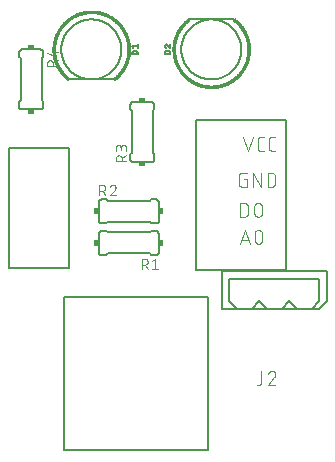
<source format=gbr>
G04 EAGLE Gerber X2 export*
%TF.Part,Single*%
%TF.FileFunction,Legend,Top,1*%
%TF.FilePolarity,Positive*%
%TF.GenerationSoftware,Autodesk,EAGLE,9.0.0*%
%TF.CreationDate,2019-08-27T11:30:24Z*%
G75*
%MOMM*%
%FSLAX34Y34*%
%LPD*%
%AMOC8*
5,1,8,0,0,1.08239X$1,22.5*%
G01*
%ADD10C,0.127000*%
%ADD11C,0.152400*%
%ADD12C,0.101600*%
%ADD13R,0.381000X0.508000*%
%ADD14C,0.203200*%
%ADD15C,0.025400*%
%ADD16R,0.508000X0.381000*%


D10*
X459740Y135890D02*
X459740Y116840D01*
X453390Y110490D01*
X440690Y110490D01*
X434340Y116840D01*
X427990Y110490D01*
X415290Y110490D01*
X408940Y116840D01*
X402590Y110490D01*
X389890Y110490D01*
X383540Y116840D01*
X383540Y135890D01*
X459740Y135890D01*
X466090Y142240D02*
X377190Y142240D01*
X466090Y142240D02*
X466090Y116840D01*
X459740Y110490D01*
X377190Y110490D01*
X377190Y142240D01*
D11*
X323850Y158750D02*
X323848Y158650D01*
X323842Y158551D01*
X323832Y158451D01*
X323819Y158353D01*
X323801Y158254D01*
X323780Y158157D01*
X323755Y158061D01*
X323726Y157965D01*
X323693Y157871D01*
X323657Y157778D01*
X323617Y157687D01*
X323573Y157597D01*
X323526Y157509D01*
X323476Y157423D01*
X323422Y157339D01*
X323365Y157257D01*
X323305Y157178D01*
X323241Y157100D01*
X323175Y157026D01*
X323106Y156954D01*
X323034Y156885D01*
X322960Y156819D01*
X322882Y156755D01*
X322803Y156695D01*
X322721Y156638D01*
X322637Y156584D01*
X322551Y156534D01*
X322463Y156487D01*
X322373Y156443D01*
X322282Y156403D01*
X322189Y156367D01*
X322095Y156334D01*
X321999Y156305D01*
X321903Y156280D01*
X321806Y156259D01*
X321707Y156241D01*
X321609Y156228D01*
X321509Y156218D01*
X321410Y156212D01*
X321310Y156210D01*
X323850Y173990D02*
X323848Y174090D01*
X323842Y174189D01*
X323832Y174289D01*
X323819Y174387D01*
X323801Y174486D01*
X323780Y174583D01*
X323755Y174679D01*
X323726Y174775D01*
X323693Y174869D01*
X323657Y174962D01*
X323617Y175053D01*
X323573Y175143D01*
X323526Y175231D01*
X323476Y175317D01*
X323422Y175401D01*
X323365Y175483D01*
X323305Y175562D01*
X323241Y175640D01*
X323175Y175714D01*
X323106Y175786D01*
X323034Y175855D01*
X322960Y175921D01*
X322882Y175985D01*
X322803Y176045D01*
X322721Y176102D01*
X322637Y176156D01*
X322551Y176206D01*
X322463Y176253D01*
X322373Y176297D01*
X322282Y176337D01*
X322189Y176373D01*
X322095Y176406D01*
X321999Y176435D01*
X321903Y176460D01*
X321806Y176481D01*
X321707Y176499D01*
X321609Y176512D01*
X321509Y176522D01*
X321410Y176528D01*
X321310Y176530D01*
X275590Y176530D02*
X275490Y176528D01*
X275391Y176522D01*
X275291Y176512D01*
X275193Y176499D01*
X275094Y176481D01*
X274997Y176460D01*
X274901Y176435D01*
X274805Y176406D01*
X274711Y176373D01*
X274618Y176337D01*
X274527Y176297D01*
X274437Y176253D01*
X274349Y176206D01*
X274263Y176156D01*
X274179Y176102D01*
X274097Y176045D01*
X274018Y175985D01*
X273940Y175921D01*
X273866Y175855D01*
X273794Y175786D01*
X273725Y175714D01*
X273659Y175640D01*
X273595Y175562D01*
X273535Y175483D01*
X273478Y175401D01*
X273424Y175317D01*
X273374Y175231D01*
X273327Y175143D01*
X273283Y175053D01*
X273243Y174962D01*
X273207Y174869D01*
X273174Y174775D01*
X273145Y174679D01*
X273120Y174583D01*
X273099Y174486D01*
X273081Y174387D01*
X273068Y174289D01*
X273058Y174189D01*
X273052Y174090D01*
X273050Y173990D01*
X273050Y158750D02*
X273052Y158650D01*
X273058Y158551D01*
X273068Y158451D01*
X273081Y158353D01*
X273099Y158254D01*
X273120Y158157D01*
X273145Y158061D01*
X273174Y157965D01*
X273207Y157871D01*
X273243Y157778D01*
X273283Y157687D01*
X273327Y157597D01*
X273374Y157509D01*
X273424Y157423D01*
X273478Y157339D01*
X273535Y157257D01*
X273595Y157178D01*
X273659Y157100D01*
X273725Y157026D01*
X273794Y156954D01*
X273866Y156885D01*
X273940Y156819D01*
X274018Y156755D01*
X274097Y156695D01*
X274179Y156638D01*
X274263Y156584D01*
X274349Y156534D01*
X274437Y156487D01*
X274527Y156443D01*
X274618Y156403D01*
X274711Y156367D01*
X274805Y156334D01*
X274901Y156305D01*
X274997Y156280D01*
X275094Y156259D01*
X275193Y156241D01*
X275291Y156228D01*
X275391Y156218D01*
X275490Y156212D01*
X275590Y156210D01*
X323850Y158750D02*
X323850Y173990D01*
X321310Y156210D02*
X317500Y156210D01*
X316230Y157480D01*
X317500Y176530D02*
X321310Y176530D01*
X317500Y176530D02*
X316230Y175260D01*
X280670Y157480D02*
X279400Y156210D01*
X280670Y157480D02*
X316230Y157480D01*
X280670Y175260D02*
X279400Y176530D01*
X280670Y175260D02*
X316230Y175260D01*
X279400Y156210D02*
X275590Y156210D01*
X275590Y176530D02*
X279400Y176530D01*
X273050Y173990D02*
X273050Y158750D01*
D12*
X309553Y152908D02*
X309553Y144018D01*
X309553Y152908D02*
X312023Y152908D01*
X312121Y152906D01*
X312219Y152900D01*
X312317Y152890D01*
X312414Y152877D01*
X312511Y152859D01*
X312607Y152838D01*
X312701Y152813D01*
X312795Y152784D01*
X312888Y152752D01*
X312979Y152715D01*
X313069Y152676D01*
X313157Y152632D01*
X313243Y152585D01*
X313328Y152535D01*
X313410Y152482D01*
X313490Y152425D01*
X313568Y152365D01*
X313643Y152302D01*
X313716Y152236D01*
X313786Y152167D01*
X313853Y152096D01*
X313918Y152022D01*
X313979Y151945D01*
X314038Y151866D01*
X314093Y151785D01*
X314145Y151702D01*
X314193Y151616D01*
X314238Y151529D01*
X314280Y151440D01*
X314318Y151350D01*
X314352Y151258D01*
X314383Y151165D01*
X314410Y151070D01*
X314433Y150975D01*
X314453Y150878D01*
X314468Y150782D01*
X314480Y150684D01*
X314488Y150586D01*
X314492Y150488D01*
X314492Y150390D01*
X314488Y150292D01*
X314480Y150194D01*
X314468Y150096D01*
X314453Y150000D01*
X314433Y149903D01*
X314410Y149808D01*
X314383Y149713D01*
X314352Y149620D01*
X314318Y149528D01*
X314280Y149438D01*
X314238Y149349D01*
X314193Y149262D01*
X314145Y149176D01*
X314093Y149093D01*
X314038Y149012D01*
X313979Y148933D01*
X313918Y148856D01*
X313853Y148782D01*
X313786Y148711D01*
X313716Y148642D01*
X313643Y148576D01*
X313568Y148513D01*
X313490Y148453D01*
X313410Y148396D01*
X313328Y148343D01*
X313243Y148293D01*
X313157Y148246D01*
X313069Y148202D01*
X312979Y148163D01*
X312888Y148126D01*
X312795Y148094D01*
X312701Y148065D01*
X312607Y148040D01*
X312511Y148019D01*
X312414Y148001D01*
X312317Y147988D01*
X312219Y147978D01*
X312121Y147972D01*
X312023Y147970D01*
X312023Y147969D02*
X309553Y147969D01*
X312517Y147969D02*
X314492Y144018D01*
X318403Y150932D02*
X320873Y152908D01*
X320873Y144018D01*
X323342Y144018D02*
X318403Y144018D01*
D13*
X271145Y166370D03*
X325755Y166370D03*
D11*
X275590Y203200D02*
X275490Y203198D01*
X275391Y203192D01*
X275291Y203182D01*
X275193Y203169D01*
X275094Y203151D01*
X274997Y203130D01*
X274901Y203105D01*
X274805Y203076D01*
X274711Y203043D01*
X274618Y203007D01*
X274527Y202967D01*
X274437Y202923D01*
X274349Y202876D01*
X274263Y202826D01*
X274179Y202772D01*
X274097Y202715D01*
X274018Y202655D01*
X273940Y202591D01*
X273866Y202525D01*
X273794Y202456D01*
X273725Y202384D01*
X273659Y202310D01*
X273595Y202232D01*
X273535Y202153D01*
X273478Y202071D01*
X273424Y201987D01*
X273374Y201901D01*
X273327Y201813D01*
X273283Y201723D01*
X273243Y201632D01*
X273207Y201539D01*
X273174Y201445D01*
X273145Y201349D01*
X273120Y201253D01*
X273099Y201156D01*
X273081Y201057D01*
X273068Y200959D01*
X273058Y200859D01*
X273052Y200760D01*
X273050Y200660D01*
X273050Y185420D02*
X273052Y185320D01*
X273058Y185221D01*
X273068Y185121D01*
X273081Y185023D01*
X273099Y184924D01*
X273120Y184827D01*
X273145Y184731D01*
X273174Y184635D01*
X273207Y184541D01*
X273243Y184448D01*
X273283Y184357D01*
X273327Y184267D01*
X273374Y184179D01*
X273424Y184093D01*
X273478Y184009D01*
X273535Y183927D01*
X273595Y183848D01*
X273659Y183770D01*
X273725Y183696D01*
X273794Y183624D01*
X273866Y183555D01*
X273940Y183489D01*
X274018Y183425D01*
X274097Y183365D01*
X274179Y183308D01*
X274263Y183254D01*
X274349Y183204D01*
X274437Y183157D01*
X274527Y183113D01*
X274618Y183073D01*
X274711Y183037D01*
X274805Y183004D01*
X274901Y182975D01*
X274997Y182950D01*
X275094Y182929D01*
X275193Y182911D01*
X275291Y182898D01*
X275391Y182888D01*
X275490Y182882D01*
X275590Y182880D01*
X321310Y182880D02*
X321410Y182882D01*
X321509Y182888D01*
X321609Y182898D01*
X321707Y182911D01*
X321806Y182929D01*
X321903Y182950D01*
X321999Y182975D01*
X322095Y183004D01*
X322189Y183037D01*
X322282Y183073D01*
X322373Y183113D01*
X322463Y183157D01*
X322551Y183204D01*
X322637Y183254D01*
X322721Y183308D01*
X322803Y183365D01*
X322882Y183425D01*
X322960Y183489D01*
X323034Y183555D01*
X323106Y183624D01*
X323175Y183696D01*
X323241Y183770D01*
X323305Y183848D01*
X323365Y183927D01*
X323422Y184009D01*
X323476Y184093D01*
X323526Y184179D01*
X323573Y184267D01*
X323617Y184357D01*
X323657Y184448D01*
X323693Y184541D01*
X323726Y184635D01*
X323755Y184731D01*
X323780Y184827D01*
X323801Y184924D01*
X323819Y185023D01*
X323832Y185121D01*
X323842Y185221D01*
X323848Y185320D01*
X323850Y185420D01*
X323850Y200660D02*
X323848Y200760D01*
X323842Y200859D01*
X323832Y200959D01*
X323819Y201057D01*
X323801Y201156D01*
X323780Y201253D01*
X323755Y201349D01*
X323726Y201445D01*
X323693Y201539D01*
X323657Y201632D01*
X323617Y201723D01*
X323573Y201813D01*
X323526Y201901D01*
X323476Y201987D01*
X323422Y202071D01*
X323365Y202153D01*
X323305Y202232D01*
X323241Y202310D01*
X323175Y202384D01*
X323106Y202456D01*
X323034Y202525D01*
X322960Y202591D01*
X322882Y202655D01*
X322803Y202715D01*
X322721Y202772D01*
X322637Y202826D01*
X322551Y202876D01*
X322463Y202923D01*
X322373Y202967D01*
X322282Y203007D01*
X322189Y203043D01*
X322095Y203076D01*
X321999Y203105D01*
X321903Y203130D01*
X321806Y203151D01*
X321707Y203169D01*
X321609Y203182D01*
X321509Y203192D01*
X321410Y203198D01*
X321310Y203200D01*
X273050Y200660D02*
X273050Y185420D01*
X275590Y203200D02*
X279400Y203200D01*
X280670Y201930D01*
X279400Y182880D02*
X275590Y182880D01*
X279400Y182880D02*
X280670Y184150D01*
X316230Y201930D02*
X317500Y203200D01*
X316230Y201930D02*
X280670Y201930D01*
X316230Y184150D02*
X317500Y182880D01*
X316230Y184150D02*
X280670Y184150D01*
X317500Y203200D02*
X321310Y203200D01*
X321310Y182880D02*
X317500Y182880D01*
X323850Y185420D02*
X323850Y200660D01*
D12*
X273558Y206502D02*
X273558Y215392D01*
X276027Y215392D01*
X276125Y215390D01*
X276223Y215384D01*
X276321Y215374D01*
X276418Y215361D01*
X276515Y215343D01*
X276611Y215322D01*
X276705Y215297D01*
X276799Y215268D01*
X276892Y215236D01*
X276983Y215199D01*
X277073Y215160D01*
X277161Y215116D01*
X277247Y215069D01*
X277332Y215019D01*
X277414Y214966D01*
X277494Y214909D01*
X277572Y214849D01*
X277647Y214786D01*
X277720Y214720D01*
X277790Y214651D01*
X277857Y214580D01*
X277922Y214506D01*
X277983Y214429D01*
X278042Y214350D01*
X278097Y214269D01*
X278149Y214186D01*
X278197Y214100D01*
X278242Y214013D01*
X278284Y213924D01*
X278322Y213834D01*
X278356Y213742D01*
X278387Y213649D01*
X278414Y213554D01*
X278437Y213459D01*
X278457Y213362D01*
X278472Y213266D01*
X278484Y213168D01*
X278492Y213070D01*
X278496Y212972D01*
X278496Y212874D01*
X278492Y212776D01*
X278484Y212678D01*
X278472Y212580D01*
X278457Y212484D01*
X278437Y212387D01*
X278414Y212292D01*
X278387Y212197D01*
X278356Y212104D01*
X278322Y212012D01*
X278284Y211922D01*
X278242Y211833D01*
X278197Y211746D01*
X278149Y211660D01*
X278097Y211577D01*
X278042Y211496D01*
X277983Y211417D01*
X277922Y211340D01*
X277857Y211266D01*
X277790Y211195D01*
X277720Y211126D01*
X277647Y211060D01*
X277572Y210997D01*
X277494Y210937D01*
X277414Y210880D01*
X277332Y210827D01*
X277247Y210777D01*
X277161Y210730D01*
X277073Y210686D01*
X276983Y210647D01*
X276892Y210610D01*
X276799Y210578D01*
X276705Y210549D01*
X276611Y210524D01*
X276515Y210503D01*
X276418Y210485D01*
X276321Y210472D01*
X276223Y210462D01*
X276125Y210456D01*
X276027Y210454D01*
X276027Y210453D02*
X273558Y210453D01*
X276521Y210453D02*
X278497Y206502D01*
X287347Y213170D02*
X287345Y213262D01*
X287339Y213354D01*
X287330Y213445D01*
X287317Y213536D01*
X287300Y213626D01*
X287279Y213716D01*
X287255Y213804D01*
X287227Y213892D01*
X287195Y213978D01*
X287160Y214063D01*
X287121Y214146D01*
X287079Y214228D01*
X287034Y214308D01*
X286985Y214386D01*
X286933Y214462D01*
X286878Y214535D01*
X286820Y214607D01*
X286760Y214676D01*
X286696Y214742D01*
X286630Y214806D01*
X286561Y214866D01*
X286489Y214924D01*
X286416Y214979D01*
X286340Y215031D01*
X286262Y215080D01*
X286182Y215125D01*
X286100Y215167D01*
X286017Y215206D01*
X285932Y215241D01*
X285846Y215273D01*
X285758Y215301D01*
X285670Y215325D01*
X285580Y215346D01*
X285490Y215363D01*
X285399Y215376D01*
X285308Y215385D01*
X285216Y215391D01*
X285124Y215393D01*
X285124Y215392D02*
X285018Y215390D01*
X284913Y215384D01*
X284808Y215374D01*
X284703Y215361D01*
X284599Y215343D01*
X284496Y215322D01*
X284393Y215297D01*
X284291Y215268D01*
X284191Y215235D01*
X284092Y215199D01*
X283994Y215159D01*
X283898Y215115D01*
X283803Y215068D01*
X283711Y215018D01*
X283620Y214964D01*
X283531Y214906D01*
X283445Y214846D01*
X283361Y214782D01*
X283279Y214716D01*
X283199Y214646D01*
X283123Y214573D01*
X283049Y214498D01*
X282978Y214420D01*
X282910Y214339D01*
X282844Y214256D01*
X282782Y214170D01*
X282724Y214083D01*
X282668Y213993D01*
X282616Y213901D01*
X282567Y213807D01*
X282522Y213712D01*
X282480Y213615D01*
X282442Y213516D01*
X282408Y213417D01*
X286606Y211441D02*
X286675Y211510D01*
X286741Y211580D01*
X286804Y211654D01*
X286863Y211730D01*
X286920Y211808D01*
X286974Y211888D01*
X287024Y211971D01*
X287071Y212055D01*
X287114Y212142D01*
X287154Y212230D01*
X287190Y212319D01*
X287223Y212410D01*
X287252Y212502D01*
X287277Y212596D01*
X287298Y212690D01*
X287316Y212785D01*
X287329Y212881D01*
X287339Y212977D01*
X287345Y213073D01*
X287347Y213170D01*
X286606Y211441D02*
X282408Y206502D01*
X287347Y206502D01*
D13*
X325755Y193040D03*
X271145Y193040D03*
D10*
X355600Y270510D02*
X431800Y270510D01*
X355600Y270510D02*
X355600Y143510D01*
X431800Y143510D01*
X431800Y270510D01*
D12*
X395478Y256032D02*
X399373Y244348D01*
X403267Y256032D01*
X410120Y244348D02*
X412717Y244348D01*
X410120Y244348D02*
X410021Y244350D01*
X409921Y244356D01*
X409822Y244365D01*
X409724Y244378D01*
X409626Y244395D01*
X409528Y244416D01*
X409432Y244441D01*
X409337Y244469D01*
X409243Y244501D01*
X409150Y244536D01*
X409058Y244575D01*
X408968Y244618D01*
X408880Y244663D01*
X408793Y244713D01*
X408709Y244765D01*
X408626Y244821D01*
X408546Y244879D01*
X408468Y244941D01*
X408393Y245006D01*
X408320Y245074D01*
X408250Y245144D01*
X408182Y245217D01*
X408117Y245292D01*
X408055Y245370D01*
X407997Y245450D01*
X407941Y245533D01*
X407889Y245617D01*
X407839Y245704D01*
X407794Y245792D01*
X407751Y245882D01*
X407712Y245974D01*
X407677Y246067D01*
X407645Y246161D01*
X407617Y246256D01*
X407592Y246352D01*
X407571Y246450D01*
X407554Y246548D01*
X407541Y246646D01*
X407532Y246745D01*
X407526Y246845D01*
X407524Y246944D01*
X407524Y253436D01*
X407526Y253535D01*
X407532Y253635D01*
X407541Y253734D01*
X407554Y253832D01*
X407571Y253930D01*
X407592Y254028D01*
X407617Y254124D01*
X407645Y254219D01*
X407677Y254313D01*
X407712Y254406D01*
X407751Y254498D01*
X407794Y254588D01*
X407839Y254676D01*
X407889Y254763D01*
X407941Y254847D01*
X407997Y254930D01*
X408055Y255010D01*
X408117Y255088D01*
X408182Y255163D01*
X408250Y255236D01*
X408320Y255306D01*
X408393Y255374D01*
X408468Y255439D01*
X408546Y255501D01*
X408626Y255559D01*
X408709Y255615D01*
X408793Y255667D01*
X408880Y255717D01*
X408968Y255762D01*
X409058Y255805D01*
X409150Y255844D01*
X409242Y255879D01*
X409337Y255911D01*
X409432Y255939D01*
X409528Y255964D01*
X409626Y255985D01*
X409724Y256002D01*
X409822Y256015D01*
X409921Y256024D01*
X410021Y256030D01*
X410120Y256032D01*
X412717Y256032D01*
X419645Y244348D02*
X422242Y244348D01*
X419645Y244348D02*
X419546Y244350D01*
X419446Y244356D01*
X419347Y244365D01*
X419249Y244378D01*
X419151Y244395D01*
X419053Y244416D01*
X418957Y244441D01*
X418862Y244469D01*
X418768Y244501D01*
X418675Y244536D01*
X418583Y244575D01*
X418493Y244618D01*
X418405Y244663D01*
X418318Y244713D01*
X418234Y244765D01*
X418151Y244821D01*
X418071Y244879D01*
X417993Y244941D01*
X417918Y245006D01*
X417845Y245074D01*
X417775Y245144D01*
X417707Y245217D01*
X417642Y245292D01*
X417580Y245370D01*
X417522Y245450D01*
X417466Y245533D01*
X417414Y245617D01*
X417364Y245704D01*
X417319Y245792D01*
X417276Y245882D01*
X417237Y245974D01*
X417202Y246067D01*
X417170Y246161D01*
X417142Y246256D01*
X417117Y246352D01*
X417096Y246450D01*
X417079Y246548D01*
X417066Y246646D01*
X417057Y246745D01*
X417051Y246845D01*
X417049Y246944D01*
X417049Y253436D01*
X417051Y253535D01*
X417057Y253635D01*
X417066Y253734D01*
X417079Y253832D01*
X417096Y253930D01*
X417117Y254028D01*
X417142Y254124D01*
X417170Y254219D01*
X417202Y254313D01*
X417237Y254406D01*
X417276Y254498D01*
X417319Y254588D01*
X417364Y254676D01*
X417414Y254763D01*
X417466Y254847D01*
X417522Y254930D01*
X417580Y255010D01*
X417642Y255088D01*
X417707Y255163D01*
X417775Y255236D01*
X417845Y255306D01*
X417918Y255374D01*
X417993Y255439D01*
X418071Y255501D01*
X418151Y255559D01*
X418234Y255615D01*
X418318Y255667D01*
X418405Y255717D01*
X418493Y255762D01*
X418583Y255805D01*
X418675Y255844D01*
X418767Y255879D01*
X418862Y255911D01*
X418957Y255939D01*
X419053Y255964D01*
X419151Y255985D01*
X419249Y256002D01*
X419347Y256015D01*
X419446Y256024D01*
X419546Y256030D01*
X419645Y256032D01*
X422242Y256032D01*
X398159Y220359D02*
X396212Y220359D01*
X398159Y220359D02*
X398159Y213868D01*
X394264Y213868D01*
X394165Y213870D01*
X394065Y213876D01*
X393966Y213885D01*
X393868Y213898D01*
X393770Y213915D01*
X393672Y213936D01*
X393576Y213961D01*
X393481Y213989D01*
X393387Y214021D01*
X393294Y214056D01*
X393202Y214095D01*
X393112Y214138D01*
X393024Y214183D01*
X392937Y214233D01*
X392853Y214285D01*
X392770Y214341D01*
X392690Y214399D01*
X392612Y214461D01*
X392537Y214526D01*
X392464Y214594D01*
X392394Y214664D01*
X392326Y214737D01*
X392261Y214812D01*
X392199Y214890D01*
X392141Y214970D01*
X392085Y215053D01*
X392033Y215137D01*
X391983Y215224D01*
X391938Y215312D01*
X391895Y215402D01*
X391856Y215494D01*
X391821Y215587D01*
X391789Y215681D01*
X391761Y215776D01*
X391736Y215872D01*
X391715Y215970D01*
X391698Y216068D01*
X391685Y216166D01*
X391676Y216265D01*
X391670Y216365D01*
X391668Y216464D01*
X391668Y222956D01*
X391670Y223055D01*
X391676Y223155D01*
X391685Y223254D01*
X391698Y223352D01*
X391715Y223450D01*
X391736Y223548D01*
X391761Y223644D01*
X391789Y223739D01*
X391821Y223833D01*
X391856Y223926D01*
X391895Y224018D01*
X391938Y224108D01*
X391983Y224196D01*
X392033Y224283D01*
X392085Y224367D01*
X392141Y224450D01*
X392199Y224530D01*
X392261Y224608D01*
X392326Y224683D01*
X392394Y224756D01*
X392464Y224826D01*
X392537Y224894D01*
X392612Y224959D01*
X392690Y225021D01*
X392770Y225079D01*
X392853Y225135D01*
X392937Y225187D01*
X393024Y225237D01*
X393112Y225282D01*
X393202Y225325D01*
X393294Y225364D01*
X393386Y225399D01*
X393481Y225431D01*
X393576Y225459D01*
X393672Y225484D01*
X393770Y225505D01*
X393868Y225522D01*
X393966Y225535D01*
X394065Y225544D01*
X394165Y225550D01*
X394264Y225552D01*
X398159Y225552D01*
X403860Y225552D02*
X403860Y213868D01*
X410351Y213868D02*
X403860Y225552D01*
X410351Y225552D02*
X410351Y213868D01*
X416052Y213868D02*
X416052Y225552D01*
X419297Y225552D01*
X419410Y225550D01*
X419523Y225544D01*
X419636Y225534D01*
X419749Y225520D01*
X419861Y225503D01*
X419972Y225481D01*
X420082Y225456D01*
X420192Y225426D01*
X420300Y225393D01*
X420407Y225356D01*
X420513Y225316D01*
X420617Y225271D01*
X420720Y225223D01*
X420821Y225172D01*
X420920Y225117D01*
X421017Y225059D01*
X421112Y224997D01*
X421205Y224932D01*
X421295Y224864D01*
X421383Y224793D01*
X421469Y224718D01*
X421552Y224641D01*
X421632Y224561D01*
X421709Y224478D01*
X421784Y224392D01*
X421855Y224304D01*
X421923Y224214D01*
X421988Y224121D01*
X422050Y224026D01*
X422108Y223929D01*
X422163Y223830D01*
X422214Y223729D01*
X422262Y223626D01*
X422307Y223522D01*
X422347Y223416D01*
X422384Y223309D01*
X422417Y223201D01*
X422447Y223091D01*
X422472Y222981D01*
X422494Y222870D01*
X422511Y222758D01*
X422525Y222645D01*
X422535Y222532D01*
X422541Y222419D01*
X422543Y222306D01*
X422543Y217114D01*
X422544Y217114D02*
X422542Y217001D01*
X422536Y216888D01*
X422526Y216775D01*
X422512Y216662D01*
X422495Y216550D01*
X422473Y216439D01*
X422448Y216329D01*
X422418Y216219D01*
X422385Y216111D01*
X422348Y216004D01*
X422308Y215898D01*
X422263Y215794D01*
X422215Y215691D01*
X422164Y215590D01*
X422109Y215491D01*
X422051Y215394D01*
X421989Y215299D01*
X421924Y215206D01*
X421856Y215116D01*
X421785Y215028D01*
X421710Y214942D01*
X421633Y214859D01*
X421553Y214779D01*
X421470Y214702D01*
X421384Y214627D01*
X421296Y214556D01*
X421206Y214488D01*
X421113Y214423D01*
X421018Y214361D01*
X420921Y214303D01*
X420822Y214248D01*
X420721Y214197D01*
X420618Y214149D01*
X420514Y214104D01*
X420408Y214064D01*
X420301Y214027D01*
X420193Y213994D01*
X420083Y213964D01*
X419973Y213939D01*
X419862Y213917D01*
X419750Y213900D01*
X419637Y213886D01*
X419524Y213876D01*
X419411Y213870D01*
X419298Y213868D01*
X419297Y213868D02*
X416052Y213868D01*
X392938Y200152D02*
X392938Y188468D01*
X392938Y200152D02*
X396184Y200152D01*
X396297Y200150D01*
X396410Y200144D01*
X396523Y200134D01*
X396636Y200120D01*
X396748Y200103D01*
X396859Y200081D01*
X396969Y200056D01*
X397079Y200026D01*
X397187Y199993D01*
X397294Y199956D01*
X397400Y199916D01*
X397504Y199871D01*
X397607Y199823D01*
X397708Y199772D01*
X397807Y199717D01*
X397904Y199659D01*
X397999Y199597D01*
X398092Y199532D01*
X398182Y199464D01*
X398270Y199393D01*
X398356Y199318D01*
X398439Y199241D01*
X398519Y199161D01*
X398596Y199078D01*
X398671Y198992D01*
X398742Y198904D01*
X398810Y198814D01*
X398875Y198721D01*
X398937Y198626D01*
X398995Y198529D01*
X399050Y198430D01*
X399101Y198329D01*
X399149Y198226D01*
X399194Y198122D01*
X399234Y198016D01*
X399271Y197909D01*
X399304Y197801D01*
X399334Y197691D01*
X399359Y197581D01*
X399381Y197470D01*
X399398Y197358D01*
X399412Y197245D01*
X399422Y197132D01*
X399428Y197019D01*
X399430Y196906D01*
X399429Y196906D02*
X399429Y191714D01*
X399430Y191714D02*
X399428Y191601D01*
X399422Y191488D01*
X399412Y191375D01*
X399398Y191262D01*
X399381Y191150D01*
X399359Y191039D01*
X399334Y190929D01*
X399304Y190819D01*
X399271Y190711D01*
X399234Y190604D01*
X399194Y190498D01*
X399149Y190394D01*
X399101Y190291D01*
X399050Y190190D01*
X398995Y190091D01*
X398937Y189994D01*
X398875Y189899D01*
X398810Y189806D01*
X398742Y189716D01*
X398671Y189628D01*
X398596Y189542D01*
X398519Y189459D01*
X398439Y189379D01*
X398356Y189302D01*
X398270Y189227D01*
X398182Y189156D01*
X398092Y189088D01*
X397999Y189023D01*
X397904Y188961D01*
X397807Y188903D01*
X397708Y188848D01*
X397607Y188797D01*
X397504Y188749D01*
X397400Y188704D01*
X397294Y188664D01*
X397187Y188627D01*
X397079Y188594D01*
X396969Y188564D01*
X396859Y188539D01*
X396748Y188517D01*
X396636Y188500D01*
X396523Y188486D01*
X396410Y188476D01*
X396297Y188470D01*
X396184Y188468D01*
X392938Y188468D01*
X404749Y191714D02*
X404749Y196906D01*
X404751Y197019D01*
X404757Y197132D01*
X404767Y197245D01*
X404781Y197358D01*
X404798Y197470D01*
X404820Y197581D01*
X404845Y197691D01*
X404875Y197801D01*
X404908Y197909D01*
X404945Y198016D01*
X404985Y198122D01*
X405030Y198226D01*
X405078Y198329D01*
X405129Y198430D01*
X405184Y198529D01*
X405242Y198626D01*
X405304Y198721D01*
X405369Y198814D01*
X405437Y198904D01*
X405508Y198992D01*
X405583Y199078D01*
X405660Y199161D01*
X405740Y199241D01*
X405823Y199318D01*
X405909Y199393D01*
X405997Y199464D01*
X406087Y199532D01*
X406180Y199597D01*
X406275Y199659D01*
X406372Y199717D01*
X406471Y199772D01*
X406572Y199823D01*
X406675Y199871D01*
X406779Y199916D01*
X406885Y199956D01*
X406992Y199993D01*
X407100Y200026D01*
X407210Y200056D01*
X407320Y200081D01*
X407431Y200103D01*
X407543Y200120D01*
X407656Y200134D01*
X407769Y200144D01*
X407882Y200150D01*
X407995Y200152D01*
X408108Y200150D01*
X408221Y200144D01*
X408334Y200134D01*
X408447Y200120D01*
X408559Y200103D01*
X408670Y200081D01*
X408780Y200056D01*
X408890Y200026D01*
X408998Y199993D01*
X409105Y199956D01*
X409211Y199916D01*
X409315Y199871D01*
X409418Y199823D01*
X409519Y199772D01*
X409618Y199717D01*
X409715Y199659D01*
X409810Y199597D01*
X409903Y199532D01*
X409993Y199464D01*
X410081Y199393D01*
X410167Y199318D01*
X410250Y199241D01*
X410330Y199161D01*
X410407Y199078D01*
X410482Y198992D01*
X410553Y198904D01*
X410621Y198814D01*
X410686Y198721D01*
X410748Y198626D01*
X410806Y198529D01*
X410861Y198430D01*
X410912Y198329D01*
X410960Y198226D01*
X411005Y198122D01*
X411045Y198016D01*
X411082Y197909D01*
X411115Y197801D01*
X411145Y197691D01*
X411170Y197581D01*
X411192Y197470D01*
X411209Y197358D01*
X411223Y197245D01*
X411233Y197132D01*
X411239Y197019D01*
X411241Y196906D01*
X411240Y196906D02*
X411240Y191714D01*
X411241Y191714D02*
X411239Y191601D01*
X411233Y191488D01*
X411223Y191375D01*
X411209Y191262D01*
X411192Y191150D01*
X411170Y191039D01*
X411145Y190929D01*
X411115Y190819D01*
X411082Y190711D01*
X411045Y190604D01*
X411005Y190498D01*
X410960Y190394D01*
X410912Y190291D01*
X410861Y190190D01*
X410806Y190091D01*
X410748Y189994D01*
X410686Y189899D01*
X410621Y189806D01*
X410553Y189716D01*
X410482Y189628D01*
X410407Y189542D01*
X410330Y189459D01*
X410250Y189379D01*
X410167Y189302D01*
X410081Y189227D01*
X409993Y189156D01*
X409903Y189088D01*
X409810Y189023D01*
X409715Y188961D01*
X409618Y188903D01*
X409519Y188848D01*
X409418Y188797D01*
X409315Y188749D01*
X409211Y188704D01*
X409105Y188664D01*
X408998Y188627D01*
X408890Y188594D01*
X408780Y188564D01*
X408670Y188539D01*
X408559Y188517D01*
X408447Y188500D01*
X408334Y188486D01*
X408221Y188476D01*
X408108Y188470D01*
X407995Y188468D01*
X407882Y188470D01*
X407769Y188476D01*
X407656Y188486D01*
X407543Y188500D01*
X407431Y188517D01*
X407320Y188539D01*
X407210Y188564D01*
X407100Y188594D01*
X406992Y188627D01*
X406885Y188664D01*
X406779Y188704D01*
X406675Y188749D01*
X406572Y188797D01*
X406471Y188848D01*
X406372Y188903D01*
X406275Y188961D01*
X406180Y189023D01*
X406087Y189088D01*
X405997Y189156D01*
X405909Y189227D01*
X405823Y189302D01*
X405740Y189379D01*
X405660Y189459D01*
X405583Y189542D01*
X405508Y189628D01*
X405437Y189716D01*
X405369Y189806D01*
X405304Y189899D01*
X405242Y189994D01*
X405184Y190091D01*
X405129Y190190D01*
X405078Y190291D01*
X405030Y190394D01*
X404985Y190498D01*
X404945Y190604D01*
X404908Y190711D01*
X404875Y190819D01*
X404845Y190929D01*
X404820Y191039D01*
X404798Y191150D01*
X404781Y191262D01*
X404767Y191375D01*
X404757Y191488D01*
X404751Y191601D01*
X404749Y191714D01*
X396833Y177292D02*
X392938Y165608D01*
X400727Y165608D02*
X396833Y177292D01*
X399754Y168529D02*
X393912Y168529D01*
X405017Y168854D02*
X405017Y174046D01*
X405019Y174159D01*
X405025Y174272D01*
X405035Y174385D01*
X405049Y174498D01*
X405066Y174610D01*
X405088Y174721D01*
X405113Y174831D01*
X405143Y174941D01*
X405176Y175049D01*
X405213Y175156D01*
X405253Y175262D01*
X405298Y175366D01*
X405346Y175469D01*
X405397Y175570D01*
X405452Y175669D01*
X405510Y175766D01*
X405572Y175861D01*
X405637Y175954D01*
X405705Y176044D01*
X405776Y176132D01*
X405851Y176218D01*
X405928Y176301D01*
X406008Y176381D01*
X406091Y176458D01*
X406177Y176533D01*
X406265Y176604D01*
X406355Y176672D01*
X406448Y176737D01*
X406543Y176799D01*
X406640Y176857D01*
X406739Y176912D01*
X406840Y176963D01*
X406943Y177011D01*
X407047Y177056D01*
X407153Y177096D01*
X407260Y177133D01*
X407368Y177166D01*
X407478Y177196D01*
X407588Y177221D01*
X407699Y177243D01*
X407811Y177260D01*
X407924Y177274D01*
X408037Y177284D01*
X408150Y177290D01*
X408263Y177292D01*
X408376Y177290D01*
X408489Y177284D01*
X408602Y177274D01*
X408715Y177260D01*
X408827Y177243D01*
X408938Y177221D01*
X409048Y177196D01*
X409158Y177166D01*
X409266Y177133D01*
X409373Y177096D01*
X409479Y177056D01*
X409583Y177011D01*
X409686Y176963D01*
X409787Y176912D01*
X409886Y176857D01*
X409983Y176799D01*
X410078Y176737D01*
X410171Y176672D01*
X410261Y176604D01*
X410349Y176533D01*
X410435Y176458D01*
X410518Y176381D01*
X410598Y176301D01*
X410675Y176218D01*
X410750Y176132D01*
X410821Y176044D01*
X410889Y175954D01*
X410954Y175861D01*
X411016Y175766D01*
X411074Y175669D01*
X411129Y175570D01*
X411180Y175469D01*
X411228Y175366D01*
X411273Y175262D01*
X411313Y175156D01*
X411350Y175049D01*
X411383Y174941D01*
X411413Y174831D01*
X411438Y174721D01*
X411460Y174610D01*
X411477Y174498D01*
X411491Y174385D01*
X411501Y174272D01*
X411507Y174159D01*
X411509Y174046D01*
X411508Y174046D02*
X411508Y168854D01*
X411509Y168854D02*
X411507Y168741D01*
X411501Y168628D01*
X411491Y168515D01*
X411477Y168402D01*
X411460Y168290D01*
X411438Y168179D01*
X411413Y168069D01*
X411383Y167959D01*
X411350Y167851D01*
X411313Y167744D01*
X411273Y167638D01*
X411228Y167534D01*
X411180Y167431D01*
X411129Y167330D01*
X411074Y167231D01*
X411016Y167134D01*
X410954Y167039D01*
X410889Y166946D01*
X410821Y166856D01*
X410750Y166768D01*
X410675Y166682D01*
X410598Y166599D01*
X410518Y166519D01*
X410435Y166442D01*
X410349Y166367D01*
X410261Y166296D01*
X410171Y166228D01*
X410078Y166163D01*
X409983Y166101D01*
X409886Y166043D01*
X409787Y165988D01*
X409686Y165937D01*
X409583Y165889D01*
X409479Y165844D01*
X409373Y165804D01*
X409266Y165767D01*
X409158Y165734D01*
X409048Y165704D01*
X408938Y165679D01*
X408827Y165657D01*
X408715Y165640D01*
X408602Y165626D01*
X408489Y165616D01*
X408376Y165610D01*
X408263Y165608D01*
X408150Y165610D01*
X408037Y165616D01*
X407924Y165626D01*
X407811Y165640D01*
X407699Y165657D01*
X407588Y165679D01*
X407478Y165704D01*
X407368Y165734D01*
X407260Y165767D01*
X407153Y165804D01*
X407047Y165844D01*
X406943Y165889D01*
X406840Y165937D01*
X406739Y165988D01*
X406640Y166043D01*
X406543Y166101D01*
X406448Y166163D01*
X406355Y166228D01*
X406265Y166296D01*
X406177Y166367D01*
X406091Y166442D01*
X406008Y166519D01*
X405928Y166599D01*
X405851Y166682D01*
X405776Y166768D01*
X405705Y166856D01*
X405637Y166946D01*
X405572Y167039D01*
X405510Y167134D01*
X405452Y167231D01*
X405397Y167330D01*
X405346Y167431D01*
X405298Y167534D01*
X405253Y167638D01*
X405213Y167744D01*
X405176Y167851D01*
X405143Y167959D01*
X405113Y168069D01*
X405088Y168179D01*
X405066Y168290D01*
X405049Y168402D01*
X405035Y168515D01*
X405025Y168628D01*
X405019Y168741D01*
X405017Y168854D01*
D10*
X247650Y144780D02*
X196850Y144780D01*
X247650Y144780D02*
X247650Y246380D01*
X196850Y246380D01*
X196850Y144780D01*
X301244Y326025D02*
X306070Y326025D01*
X301244Y326025D02*
X301244Y327365D01*
X301246Y327435D01*
X301251Y327505D01*
X301261Y327575D01*
X301273Y327644D01*
X301290Y327712D01*
X301310Y327779D01*
X301333Y327846D01*
X301360Y327910D01*
X301390Y327974D01*
X301424Y328036D01*
X301460Y328095D01*
X301500Y328153D01*
X301543Y328209D01*
X301588Y328262D01*
X301637Y328313D01*
X301688Y328362D01*
X301741Y328407D01*
X301797Y328450D01*
X301855Y328490D01*
X301915Y328526D01*
X301976Y328560D01*
X302040Y328590D01*
X302104Y328617D01*
X302171Y328640D01*
X302238Y328660D01*
X302306Y328677D01*
X302375Y328689D01*
X302445Y328699D01*
X302515Y328704D01*
X302585Y328706D01*
X304729Y328706D01*
X304799Y328704D01*
X304869Y328699D01*
X304939Y328689D01*
X305008Y328677D01*
X305076Y328660D01*
X305143Y328640D01*
X305210Y328617D01*
X305274Y328590D01*
X305338Y328560D01*
X305400Y328526D01*
X305459Y328490D01*
X305517Y328450D01*
X305573Y328407D01*
X305626Y328362D01*
X305677Y328313D01*
X305726Y328262D01*
X305771Y328209D01*
X305814Y328153D01*
X305854Y328095D01*
X305890Y328035D01*
X305924Y327974D01*
X305954Y327910D01*
X305981Y327846D01*
X306004Y327779D01*
X306024Y327712D01*
X306041Y327644D01*
X306053Y327575D01*
X306063Y327505D01*
X306068Y327435D01*
X306070Y327365D01*
X306070Y326025D01*
X302316Y331694D02*
X301244Y333035D01*
X306070Y333035D01*
X306070Y334375D02*
X306070Y331694D01*
D14*
X285750Y304800D02*
X247650Y304800D01*
D15*
X286537Y303962D02*
X285165Y305791D01*
X285166Y305791D02*
X285757Y306250D01*
X286337Y306723D01*
X286905Y307210D01*
X287461Y307711D01*
X288004Y308225D01*
X288535Y308752D01*
X289053Y309292D01*
X289558Y309845D01*
X290048Y310410D01*
X290525Y310987D01*
X290988Y311575D01*
X291436Y312174D01*
X291869Y312785D01*
X292288Y313405D01*
X292690Y314036D01*
X293078Y314676D01*
X293450Y315325D01*
X293805Y315984D01*
X294145Y316651D01*
X294468Y317326D01*
X294774Y318009D01*
X295064Y318699D01*
X295337Y319395D01*
X295592Y320099D01*
X295830Y320808D01*
X296051Y321523D01*
X296255Y322243D01*
X296440Y322968D01*
X296608Y323697D01*
X296758Y324431D01*
X296890Y325167D01*
X297004Y325907D01*
X297100Y326649D01*
X297178Y327393D01*
X297238Y328139D01*
X297279Y328886D01*
X297302Y329634D01*
X297306Y330383D01*
X297293Y331131D01*
X297261Y331879D01*
X297211Y332625D01*
X297142Y333370D01*
X297056Y334114D01*
X296951Y334855D01*
X296828Y335593D01*
X296687Y336328D01*
X296529Y337059D01*
X296352Y337786D01*
X296158Y338509D01*
X295946Y339227D01*
X295716Y339939D01*
X295469Y340645D01*
X295205Y341346D01*
X294924Y342039D01*
X294627Y342726D01*
X294312Y343405D01*
X293981Y344076D01*
X293634Y344739D01*
X293270Y345393D01*
X292891Y346038D01*
X292496Y346673D01*
X292085Y347299D01*
X291660Y347915D01*
X291219Y348520D01*
X290764Y349114D01*
X290294Y349696D01*
X289810Y350267D01*
X289313Y350826D01*
X288802Y351373D01*
X288278Y351907D01*
X287741Y352428D01*
X287191Y352936D01*
X286629Y353430D01*
X286055Y353910D01*
X285470Y354376D01*
X284873Y354828D01*
X284265Y355265D01*
X283647Y355687D01*
X283019Y356094D01*
X282381Y356485D01*
X281734Y356860D01*
X281078Y357220D01*
X280413Y357563D01*
X279740Y357890D01*
X279059Y358201D01*
X278371Y358495D01*
X277675Y358771D01*
X276974Y359031D01*
X276266Y359274D01*
X275552Y359499D01*
X274833Y359707D01*
X274109Y359897D01*
X273381Y360069D01*
X272649Y360223D01*
X271913Y360360D01*
X271174Y360478D01*
X270432Y360579D01*
X269689Y360661D01*
X268943Y360725D01*
X268196Y360770D01*
X267448Y360798D01*
X266700Y360807D01*
X265952Y360798D01*
X265204Y360770D01*
X264457Y360725D01*
X263711Y360661D01*
X262968Y360579D01*
X262226Y360478D01*
X261487Y360360D01*
X260751Y360223D01*
X260019Y360069D01*
X259291Y359897D01*
X258567Y359707D01*
X257848Y359499D01*
X257134Y359274D01*
X256426Y359031D01*
X255725Y358771D01*
X255029Y358495D01*
X254341Y358201D01*
X253660Y357890D01*
X252987Y357563D01*
X252322Y357220D01*
X251666Y356860D01*
X251019Y356485D01*
X250381Y356094D01*
X249753Y355687D01*
X249135Y355265D01*
X248527Y354828D01*
X247930Y354376D01*
X247345Y353910D01*
X246771Y353430D01*
X246209Y352936D01*
X245659Y352428D01*
X245122Y351907D01*
X244598Y351373D01*
X244087Y350826D01*
X243590Y350267D01*
X243106Y349696D01*
X242636Y349114D01*
X242181Y348520D01*
X241740Y347915D01*
X241315Y347299D01*
X240904Y346673D01*
X240509Y346038D01*
X240130Y345393D01*
X239766Y344739D01*
X239419Y344076D01*
X239088Y343405D01*
X238773Y342726D01*
X238476Y342039D01*
X238195Y341346D01*
X237931Y340645D01*
X237684Y339939D01*
X237454Y339227D01*
X237242Y338509D01*
X237048Y337786D01*
X236871Y337059D01*
X236713Y336328D01*
X236572Y335593D01*
X236449Y334855D01*
X236344Y334114D01*
X236258Y333370D01*
X236189Y332625D01*
X236139Y331879D01*
X236107Y331131D01*
X236094Y330383D01*
X236098Y329634D01*
X236121Y328886D01*
X236162Y328139D01*
X236222Y327393D01*
X236300Y326649D01*
X236396Y325907D01*
X236510Y325167D01*
X236642Y324431D01*
X236792Y323697D01*
X236960Y322968D01*
X237145Y322243D01*
X237349Y321523D01*
X237570Y320808D01*
X237808Y320099D01*
X238063Y319395D01*
X238336Y318699D01*
X238626Y318009D01*
X238932Y317326D01*
X239255Y316651D01*
X239595Y315984D01*
X239950Y315325D01*
X240322Y314676D01*
X240710Y314036D01*
X241112Y313405D01*
X241531Y312785D01*
X241964Y312174D01*
X242412Y311575D01*
X242875Y310987D01*
X243352Y310410D01*
X243842Y309845D01*
X244347Y309292D01*
X244865Y308752D01*
X245396Y308225D01*
X245939Y307711D01*
X246495Y307210D01*
X247063Y306723D01*
X247643Y306250D01*
X248234Y305791D01*
X246863Y303962D01*
X246227Y304455D01*
X245604Y304963D01*
X244993Y305487D01*
X244395Y306025D01*
X243811Y306577D01*
X243240Y307144D01*
X242683Y307724D01*
X242141Y308318D01*
X241613Y308925D01*
X241101Y309545D01*
X240603Y310177D01*
X240121Y310821D01*
X239656Y311477D01*
X239206Y312144D01*
X238773Y312822D01*
X238356Y313510D01*
X237956Y314208D01*
X237574Y314915D01*
X237209Y315632D01*
X236862Y316357D01*
X236532Y317091D01*
X236221Y317833D01*
X235927Y318582D01*
X235652Y319337D01*
X235396Y320100D01*
X235158Y320868D01*
X234940Y321642D01*
X234740Y322421D01*
X234559Y323205D01*
X234398Y323993D01*
X234256Y324785D01*
X234133Y325580D01*
X234030Y326377D01*
X233946Y327177D01*
X233882Y327979D01*
X233838Y328782D01*
X233813Y329586D01*
X233808Y330390D01*
X233822Y331195D01*
X233856Y331998D01*
X233910Y332801D01*
X233983Y333602D01*
X234076Y334401D01*
X234189Y335197D01*
X234321Y335990D01*
X234472Y336780D01*
X234642Y337566D01*
X234832Y338348D01*
X235041Y339125D01*
X235269Y339896D01*
X235515Y340662D01*
X235780Y341421D01*
X236064Y342174D01*
X236366Y342919D01*
X236686Y343657D01*
X237024Y344387D01*
X237380Y345109D01*
X237753Y345821D01*
X238144Y346524D01*
X238551Y347217D01*
X238976Y347901D01*
X239417Y348573D01*
X239874Y349235D01*
X240348Y349885D01*
X240837Y350523D01*
X241341Y351150D01*
X241861Y351764D01*
X242396Y352364D01*
X242945Y352952D01*
X243509Y353526D01*
X244086Y354086D01*
X244677Y354632D01*
X245281Y355163D01*
X245897Y355679D01*
X246527Y356180D01*
X247168Y356666D01*
X247821Y357136D01*
X248485Y357589D01*
X249160Y358026D01*
X249846Y358447D01*
X250541Y358851D01*
X251247Y359237D01*
X251961Y359606D01*
X252685Y359958D01*
X253417Y360292D01*
X254156Y360607D01*
X254904Y360905D01*
X255658Y361184D01*
X256419Y361445D01*
X257186Y361687D01*
X257959Y361910D01*
X258737Y362114D01*
X259519Y362300D01*
X260306Y362466D01*
X261097Y362612D01*
X261891Y362740D01*
X262688Y362847D01*
X263488Y362936D01*
X264289Y363005D01*
X265092Y363054D01*
X265896Y363083D01*
X266700Y363093D01*
X267504Y363083D01*
X268308Y363054D01*
X269111Y363005D01*
X269912Y362936D01*
X270712Y362847D01*
X271509Y362740D01*
X272303Y362612D01*
X273094Y362466D01*
X273881Y362300D01*
X274663Y362114D01*
X275441Y361910D01*
X276214Y361687D01*
X276981Y361445D01*
X277742Y361184D01*
X278496Y360905D01*
X279244Y360607D01*
X279983Y360292D01*
X280715Y359958D01*
X281439Y359606D01*
X282153Y359237D01*
X282859Y358851D01*
X283554Y358447D01*
X284240Y358026D01*
X284915Y357589D01*
X285579Y357136D01*
X286232Y356666D01*
X286873Y356180D01*
X287503Y355679D01*
X288119Y355163D01*
X288723Y354632D01*
X289314Y354086D01*
X289891Y353526D01*
X290455Y352952D01*
X291004Y352364D01*
X291539Y351764D01*
X292059Y351150D01*
X292563Y350523D01*
X293052Y349885D01*
X293526Y349235D01*
X293983Y348573D01*
X294424Y347901D01*
X294849Y347217D01*
X295256Y346524D01*
X295647Y345821D01*
X296020Y345109D01*
X296376Y344387D01*
X296714Y343657D01*
X297034Y342919D01*
X297336Y342174D01*
X297620Y341421D01*
X297885Y340662D01*
X298131Y339896D01*
X298359Y339125D01*
X298568Y338348D01*
X298758Y337566D01*
X298928Y336780D01*
X299079Y335990D01*
X299211Y335197D01*
X299324Y334401D01*
X299417Y333602D01*
X299490Y332801D01*
X299544Y331998D01*
X299578Y331195D01*
X299592Y330390D01*
X299587Y329586D01*
X299562Y328782D01*
X299518Y327979D01*
X299454Y327177D01*
X299370Y326377D01*
X299267Y325580D01*
X299144Y324785D01*
X299002Y323993D01*
X298841Y323205D01*
X298660Y322421D01*
X298460Y321642D01*
X298242Y320868D01*
X298004Y320100D01*
X297748Y319337D01*
X297473Y318582D01*
X297179Y317833D01*
X296868Y317091D01*
X296538Y316357D01*
X296191Y315632D01*
X295826Y314915D01*
X295444Y314208D01*
X295044Y313510D01*
X294627Y312822D01*
X294194Y312144D01*
X293744Y311477D01*
X293279Y310821D01*
X292797Y310177D01*
X292299Y309545D01*
X291787Y308925D01*
X291259Y308318D01*
X290717Y307724D01*
X290160Y307144D01*
X289589Y306577D01*
X289005Y306025D01*
X288407Y305487D01*
X287796Y304963D01*
X287173Y304455D01*
X286537Y303962D01*
X286393Y304154D01*
X287024Y304643D01*
X287643Y305148D01*
X288249Y305667D01*
X288843Y306202D01*
X289423Y306750D01*
X289989Y307313D01*
X290542Y307889D01*
X291080Y308479D01*
X291604Y309081D01*
X292113Y309697D01*
X292607Y310324D01*
X293085Y310963D01*
X293548Y311614D01*
X293994Y312276D01*
X294424Y312949D01*
X294838Y313632D01*
X295234Y314325D01*
X295614Y315027D01*
X295976Y315739D01*
X296321Y316459D01*
X296648Y317187D01*
X296957Y317924D01*
X297248Y318667D01*
X297521Y319417D01*
X297776Y320174D01*
X298012Y320937D01*
X298229Y321705D01*
X298427Y322479D01*
X298606Y323257D01*
X298767Y324039D01*
X298908Y324825D01*
X299029Y325614D01*
X299132Y326406D01*
X299215Y327200D01*
X299279Y327996D01*
X299323Y328793D01*
X299347Y329591D01*
X299352Y330390D01*
X299338Y331188D01*
X299304Y331986D01*
X299251Y332782D01*
X299178Y333577D01*
X299086Y334370D01*
X298974Y335161D01*
X298843Y335949D01*
X298693Y336733D01*
X298524Y337513D01*
X298335Y338289D01*
X298128Y339060D01*
X297902Y339826D01*
X297657Y340586D01*
X297394Y341340D01*
X297112Y342087D01*
X296813Y342827D01*
X296495Y343560D01*
X296159Y344284D01*
X295806Y345000D01*
X295436Y345707D01*
X295048Y346405D01*
X294643Y347094D01*
X294222Y347772D01*
X293784Y348439D01*
X293330Y349096D01*
X292860Y349742D01*
X292374Y350375D01*
X291873Y350997D01*
X291357Y351606D01*
X290827Y352203D01*
X290281Y352786D01*
X289722Y353356D01*
X289149Y353912D01*
X288562Y354454D01*
X287963Y354981D01*
X287351Y355494D01*
X286726Y355991D01*
X286089Y356473D01*
X285441Y356939D01*
X284782Y357389D01*
X284112Y357823D01*
X283431Y358241D01*
X282740Y358642D01*
X282040Y359025D01*
X281331Y359392D01*
X280613Y359741D01*
X279886Y360072D01*
X279152Y360386D01*
X278410Y360681D01*
X277661Y360958D01*
X276906Y361217D01*
X276145Y361457D01*
X275378Y361679D01*
X274605Y361882D01*
X273828Y362065D01*
X273047Y362230D01*
X272262Y362376D01*
X271474Y362502D01*
X270682Y362609D01*
X269889Y362697D01*
X269093Y362765D01*
X268296Y362814D01*
X267498Y362843D01*
X266700Y362853D01*
X265902Y362843D01*
X265104Y362814D01*
X264307Y362765D01*
X263511Y362697D01*
X262718Y362609D01*
X261926Y362502D01*
X261138Y362376D01*
X260353Y362230D01*
X259572Y362065D01*
X258795Y361882D01*
X258022Y361679D01*
X257255Y361457D01*
X256494Y361217D01*
X255739Y360958D01*
X254990Y360681D01*
X254248Y360386D01*
X253514Y360072D01*
X252787Y359741D01*
X252069Y359392D01*
X251360Y359025D01*
X250660Y358642D01*
X249969Y358241D01*
X249288Y357823D01*
X248618Y357389D01*
X247959Y356939D01*
X247311Y356473D01*
X246674Y355991D01*
X246049Y355494D01*
X245437Y354981D01*
X244838Y354454D01*
X244251Y353912D01*
X243678Y353356D01*
X243119Y352786D01*
X242573Y352203D01*
X242043Y351606D01*
X241527Y350997D01*
X241026Y350375D01*
X240540Y349742D01*
X240070Y349096D01*
X239616Y348439D01*
X239178Y347772D01*
X238757Y347094D01*
X238352Y346405D01*
X237964Y345707D01*
X237594Y345000D01*
X237241Y344284D01*
X236905Y343560D01*
X236587Y342827D01*
X236288Y342087D01*
X236006Y341340D01*
X235743Y340586D01*
X235498Y339826D01*
X235272Y339060D01*
X235065Y338289D01*
X234876Y337513D01*
X234707Y336733D01*
X234557Y335949D01*
X234426Y335161D01*
X234314Y334370D01*
X234222Y333577D01*
X234149Y332782D01*
X234096Y331986D01*
X234062Y331188D01*
X234048Y330390D01*
X234053Y329591D01*
X234077Y328793D01*
X234121Y327996D01*
X234185Y327200D01*
X234268Y326406D01*
X234371Y325614D01*
X234492Y324825D01*
X234633Y324039D01*
X234794Y323257D01*
X234973Y322479D01*
X235171Y321705D01*
X235388Y320937D01*
X235624Y320174D01*
X235879Y319417D01*
X236152Y318667D01*
X236443Y317924D01*
X236752Y317187D01*
X237079Y316459D01*
X237424Y315739D01*
X237786Y315027D01*
X238166Y314325D01*
X238562Y313632D01*
X238976Y312949D01*
X239406Y312276D01*
X239852Y311614D01*
X240315Y310963D01*
X240793Y310324D01*
X241287Y309697D01*
X241796Y309081D01*
X242320Y308479D01*
X242858Y307889D01*
X243411Y307313D01*
X243977Y306750D01*
X244557Y306202D01*
X245151Y305667D01*
X245757Y305148D01*
X246376Y304643D01*
X247007Y304154D01*
X247151Y304346D01*
X246524Y304832D01*
X245910Y305333D01*
X245308Y305848D01*
X244719Y306379D01*
X244144Y306923D01*
X243581Y307482D01*
X243033Y308054D01*
X242498Y308639D01*
X241978Y309237D01*
X241473Y309848D01*
X240983Y310471D01*
X240508Y311105D01*
X240049Y311752D01*
X239606Y312409D01*
X239179Y313076D01*
X238769Y313755D01*
X238375Y314442D01*
X237998Y315140D01*
X237639Y315846D01*
X237296Y316561D01*
X236972Y317284D01*
X236665Y318014D01*
X236376Y318752D01*
X236105Y319497D01*
X235852Y320249D01*
X235618Y321006D01*
X235403Y321768D01*
X235206Y322536D01*
X235028Y323309D01*
X234869Y324085D01*
X234729Y324865D01*
X234608Y325648D01*
X234506Y326434D01*
X234424Y327223D01*
X234361Y328013D01*
X234317Y328804D01*
X234293Y329596D01*
X234288Y330389D01*
X234302Y331181D01*
X234336Y331973D01*
X234389Y332764D01*
X234461Y333553D01*
X234553Y334340D01*
X234663Y335125D01*
X234793Y335907D01*
X234942Y336685D01*
X235111Y337460D01*
X235297Y338230D01*
X235503Y338996D01*
X235728Y339756D01*
X235970Y340510D01*
X236232Y341258D01*
X236511Y342000D01*
X236809Y342735D01*
X237124Y343462D01*
X237457Y344181D01*
X237808Y344892D01*
X238176Y345594D01*
X238561Y346287D01*
X238962Y346970D01*
X239381Y347643D01*
X239815Y348306D01*
X240266Y348958D01*
X240733Y349598D01*
X241215Y350227D01*
X241712Y350845D01*
X242224Y351449D01*
X242751Y352041D01*
X243292Y352620D01*
X243847Y353186D01*
X244416Y353738D01*
X244998Y354276D01*
X245594Y354799D01*
X246201Y355308D01*
X246821Y355802D01*
X247453Y356280D01*
X248097Y356743D01*
X248751Y357190D01*
X249416Y357620D01*
X250092Y358035D01*
X250778Y358433D01*
X251473Y358813D01*
X252177Y359177D01*
X252890Y359524D01*
X253611Y359853D01*
X254340Y360164D01*
X255076Y360457D01*
X255819Y360732D01*
X256569Y360989D01*
X257325Y361228D01*
X258086Y361448D01*
X258853Y361649D01*
X259624Y361831D01*
X260400Y361995D01*
X261179Y362139D01*
X261962Y362265D01*
X262747Y362371D01*
X263535Y362458D01*
X264324Y362526D01*
X265115Y362574D01*
X265907Y362603D01*
X266700Y362613D01*
X267493Y362603D01*
X268285Y362574D01*
X269076Y362526D01*
X269865Y362458D01*
X270653Y362371D01*
X271438Y362265D01*
X272221Y362139D01*
X273000Y361995D01*
X273776Y361831D01*
X274547Y361649D01*
X275314Y361448D01*
X276075Y361228D01*
X276831Y360989D01*
X277581Y360732D01*
X278324Y360457D01*
X279060Y360164D01*
X279789Y359853D01*
X280510Y359524D01*
X281223Y359177D01*
X281927Y358813D01*
X282622Y358433D01*
X283308Y358035D01*
X283984Y357620D01*
X284649Y357190D01*
X285303Y356743D01*
X285947Y356280D01*
X286579Y355802D01*
X287199Y355308D01*
X287806Y354799D01*
X288402Y354276D01*
X288984Y353738D01*
X289553Y353186D01*
X290108Y352620D01*
X290649Y352041D01*
X291176Y351449D01*
X291688Y350845D01*
X292185Y350227D01*
X292667Y349598D01*
X293134Y348958D01*
X293585Y348306D01*
X294019Y347643D01*
X294438Y346970D01*
X294839Y346287D01*
X295224Y345594D01*
X295592Y344892D01*
X295943Y344181D01*
X296276Y343462D01*
X296591Y342735D01*
X296889Y342000D01*
X297168Y341258D01*
X297430Y340510D01*
X297672Y339756D01*
X297897Y338996D01*
X298103Y338230D01*
X298289Y337460D01*
X298458Y336685D01*
X298607Y335907D01*
X298737Y335125D01*
X298847Y334340D01*
X298939Y333553D01*
X299011Y332764D01*
X299064Y331973D01*
X299098Y331181D01*
X299112Y330389D01*
X299107Y329596D01*
X299083Y328804D01*
X299039Y328013D01*
X298976Y327223D01*
X298894Y326434D01*
X298792Y325648D01*
X298671Y324865D01*
X298531Y324085D01*
X298372Y323309D01*
X298194Y322536D01*
X297997Y321768D01*
X297782Y321006D01*
X297548Y320249D01*
X297295Y319497D01*
X297024Y318752D01*
X296735Y318014D01*
X296428Y317284D01*
X296104Y316561D01*
X295761Y315846D01*
X295402Y315140D01*
X295025Y314442D01*
X294631Y313755D01*
X294221Y313076D01*
X293794Y312409D01*
X293351Y311752D01*
X292892Y311105D01*
X292417Y310471D01*
X291927Y309848D01*
X291422Y309237D01*
X290902Y308639D01*
X290367Y308054D01*
X289819Y307482D01*
X289256Y306923D01*
X288681Y306379D01*
X288092Y305848D01*
X287490Y305333D01*
X286876Y304832D01*
X286249Y304346D01*
X286105Y304538D01*
X286727Y305020D01*
X287337Y305517D01*
X287934Y306029D01*
X288518Y306556D01*
X289090Y307096D01*
X289648Y307651D01*
X290193Y308218D01*
X290723Y308799D01*
X291239Y309393D01*
X291741Y309999D01*
X292227Y310618D01*
X292698Y311248D01*
X293154Y311889D01*
X293594Y312541D01*
X294017Y313204D01*
X294425Y313877D01*
X294816Y314560D01*
X295190Y315252D01*
X295546Y315953D01*
X295886Y316662D01*
X296208Y317380D01*
X296513Y318105D01*
X296800Y318838D01*
X297069Y319577D01*
X297319Y320323D01*
X297552Y321075D01*
X297766Y321832D01*
X297961Y322594D01*
X298138Y323360D01*
X298295Y324131D01*
X298434Y324905D01*
X298554Y325683D01*
X298655Y326463D01*
X298737Y327245D01*
X298800Y328030D01*
X298843Y328815D01*
X298867Y329601D01*
X298872Y330388D01*
X298858Y331175D01*
X298825Y331961D01*
X298772Y332745D01*
X298700Y333529D01*
X298609Y334310D01*
X298499Y335089D01*
X298370Y335865D01*
X298222Y336638D01*
X298055Y337407D01*
X297870Y338171D01*
X297666Y338931D01*
X297443Y339685D01*
X297202Y340434D01*
X296943Y341177D01*
X296665Y341913D01*
X296370Y342642D01*
X296057Y343364D01*
X295726Y344078D01*
X295378Y344783D01*
X295013Y345480D01*
X294631Y346168D01*
X294232Y346846D01*
X293817Y347514D01*
X293385Y348172D01*
X292938Y348819D01*
X292475Y349455D01*
X291996Y350079D01*
X291503Y350692D01*
X290994Y351292D01*
X290471Y351880D01*
X289934Y352455D01*
X289383Y353016D01*
X288819Y353564D01*
X288241Y354098D01*
X287650Y354617D01*
X287047Y355122D01*
X286431Y355612D01*
X285804Y356087D01*
X285165Y356546D01*
X284516Y356990D01*
X283855Y357418D01*
X283185Y357829D01*
X282504Y358224D01*
X281814Y358602D01*
X281115Y358963D01*
X280408Y359307D01*
X279692Y359633D01*
X278969Y359942D01*
X278238Y360233D01*
X277500Y360506D01*
X276756Y360761D01*
X276006Y360998D01*
X275250Y361216D01*
X274489Y361416D01*
X273723Y361597D01*
X272954Y361759D01*
X272180Y361903D01*
X271403Y362027D01*
X270624Y362133D01*
X269842Y362219D01*
X269058Y362286D01*
X268273Y362335D01*
X267487Y362363D01*
X266700Y362373D01*
X265913Y362363D01*
X265127Y362335D01*
X264342Y362286D01*
X263558Y362219D01*
X262776Y362133D01*
X261997Y362027D01*
X261220Y361903D01*
X260446Y361759D01*
X259677Y361597D01*
X258911Y361416D01*
X258150Y361216D01*
X257394Y360998D01*
X256644Y360761D01*
X255900Y360506D01*
X255162Y360233D01*
X254431Y359942D01*
X253708Y359633D01*
X252992Y359307D01*
X252285Y358963D01*
X251586Y358602D01*
X250896Y358224D01*
X250215Y357829D01*
X249545Y357418D01*
X248884Y356990D01*
X248235Y356546D01*
X247596Y356087D01*
X246969Y355612D01*
X246353Y355122D01*
X245750Y354617D01*
X245159Y354098D01*
X244581Y353564D01*
X244017Y353016D01*
X243466Y352455D01*
X242929Y351880D01*
X242406Y351292D01*
X241897Y350692D01*
X241404Y350079D01*
X240925Y349455D01*
X240462Y348819D01*
X240015Y348172D01*
X239583Y347514D01*
X239168Y346846D01*
X238769Y346168D01*
X238387Y345480D01*
X238022Y344783D01*
X237674Y344078D01*
X237343Y343364D01*
X237030Y342642D01*
X236735Y341913D01*
X236457Y341177D01*
X236198Y340434D01*
X235957Y339685D01*
X235734Y338931D01*
X235530Y338171D01*
X235345Y337407D01*
X235178Y336638D01*
X235030Y335865D01*
X234901Y335089D01*
X234791Y334310D01*
X234700Y333529D01*
X234628Y332745D01*
X234575Y331961D01*
X234542Y331175D01*
X234528Y330388D01*
X234533Y329601D01*
X234557Y328815D01*
X234600Y328030D01*
X234663Y327245D01*
X234745Y326463D01*
X234846Y325683D01*
X234966Y324905D01*
X235105Y324131D01*
X235262Y323360D01*
X235439Y322594D01*
X235634Y321832D01*
X235848Y321075D01*
X236081Y320323D01*
X236331Y319577D01*
X236600Y318838D01*
X236887Y318105D01*
X237192Y317380D01*
X237514Y316662D01*
X237854Y315953D01*
X238210Y315252D01*
X238584Y314560D01*
X238975Y313877D01*
X239383Y313204D01*
X239806Y312541D01*
X240246Y311889D01*
X240702Y311248D01*
X241173Y310618D01*
X241659Y309999D01*
X242161Y309393D01*
X242677Y308799D01*
X243207Y308218D01*
X243752Y307651D01*
X244310Y307096D01*
X244882Y306556D01*
X245466Y306029D01*
X246063Y305517D01*
X246673Y305020D01*
X247295Y304538D01*
X247439Y304730D01*
X246822Y305209D01*
X246217Y305702D01*
X245624Y306210D01*
X245044Y306733D01*
X244476Y307269D01*
X243922Y307819D01*
X243382Y308383D01*
X242855Y308960D01*
X242343Y309549D01*
X241846Y310151D01*
X241363Y310764D01*
X240895Y311390D01*
X240443Y312026D01*
X240007Y312674D01*
X239586Y313331D01*
X239182Y313999D01*
X238794Y314677D01*
X238423Y315364D01*
X238068Y316060D01*
X237731Y316764D01*
X237411Y317476D01*
X237109Y318196D01*
X236824Y318923D01*
X236558Y319657D01*
X236309Y320397D01*
X236078Y321143D01*
X235866Y321895D01*
X235672Y322651D01*
X235497Y323412D01*
X235340Y324177D01*
X235202Y324945D01*
X235083Y325717D01*
X234983Y326491D01*
X234902Y327268D01*
X234840Y328046D01*
X234797Y328826D01*
X234773Y329606D01*
X234768Y330387D01*
X234782Y331168D01*
X234815Y331948D01*
X234867Y332727D01*
X234938Y333505D01*
X235029Y334280D01*
X235138Y335053D01*
X235266Y335824D01*
X235413Y336590D01*
X235579Y337353D01*
X235763Y338112D01*
X235965Y338866D01*
X236187Y339615D01*
X236426Y340358D01*
X236683Y341095D01*
X236959Y341826D01*
X237252Y342550D01*
X237563Y343266D01*
X237891Y343975D01*
X238236Y344675D01*
X238599Y345366D01*
X238978Y346049D01*
X239374Y346722D01*
X239786Y347385D01*
X240214Y348038D01*
X240658Y348680D01*
X241118Y349312D01*
X241592Y349931D01*
X242082Y350539D01*
X242587Y351135D01*
X243106Y351718D01*
X243639Y352289D01*
X244186Y352846D01*
X244747Y353390D01*
X245320Y353920D01*
X245907Y354435D01*
X246505Y354936D01*
X247116Y355423D01*
X247739Y355894D01*
X248373Y356350D01*
X249017Y356790D01*
X249673Y357215D01*
X250338Y357623D01*
X251014Y358015D01*
X251699Y358390D01*
X252392Y358748D01*
X253094Y359090D01*
X253805Y359414D01*
X254523Y359720D01*
X255248Y360009D01*
X255981Y360280D01*
X256719Y360533D01*
X257464Y360768D01*
X258214Y360985D01*
X258969Y361183D01*
X259729Y361363D01*
X260493Y361524D01*
X261261Y361666D01*
X262032Y361790D01*
X262806Y361895D01*
X263582Y361980D01*
X264360Y362047D01*
X265139Y362095D01*
X265919Y362123D01*
X266700Y362133D01*
X267481Y362123D01*
X268261Y362095D01*
X269040Y362047D01*
X269818Y361980D01*
X270594Y361895D01*
X271368Y361790D01*
X272139Y361666D01*
X272907Y361524D01*
X273671Y361363D01*
X274431Y361183D01*
X275186Y360985D01*
X275936Y360768D01*
X276681Y360533D01*
X277419Y360280D01*
X278152Y360009D01*
X278877Y359720D01*
X279595Y359414D01*
X280306Y359090D01*
X281008Y358748D01*
X281701Y358390D01*
X282386Y358015D01*
X283062Y357623D01*
X283727Y357215D01*
X284383Y356790D01*
X285027Y356350D01*
X285661Y355894D01*
X286284Y355423D01*
X286895Y354936D01*
X287493Y354435D01*
X288080Y353920D01*
X288653Y353390D01*
X289214Y352846D01*
X289761Y352289D01*
X290294Y351718D01*
X290813Y351135D01*
X291318Y350539D01*
X291808Y349931D01*
X292282Y349312D01*
X292742Y348680D01*
X293186Y348038D01*
X293614Y347385D01*
X294026Y346722D01*
X294422Y346049D01*
X294801Y345366D01*
X295164Y344675D01*
X295509Y343975D01*
X295837Y343266D01*
X296148Y342550D01*
X296441Y341826D01*
X296717Y341095D01*
X296974Y340358D01*
X297213Y339615D01*
X297435Y338866D01*
X297637Y338112D01*
X297821Y337353D01*
X297987Y336590D01*
X298134Y335824D01*
X298262Y335053D01*
X298371Y334280D01*
X298462Y333505D01*
X298533Y332727D01*
X298585Y331948D01*
X298618Y331168D01*
X298632Y330387D01*
X298627Y329606D01*
X298603Y328826D01*
X298560Y328046D01*
X298498Y327268D01*
X298417Y326491D01*
X298317Y325717D01*
X298198Y324945D01*
X298060Y324177D01*
X297903Y323412D01*
X297728Y322651D01*
X297534Y321895D01*
X297322Y321143D01*
X297091Y320397D01*
X296842Y319657D01*
X296576Y318923D01*
X296291Y318196D01*
X295989Y317476D01*
X295669Y316764D01*
X295332Y316060D01*
X294977Y315364D01*
X294606Y314677D01*
X294218Y313999D01*
X293814Y313331D01*
X293393Y312674D01*
X292957Y312026D01*
X292505Y311390D01*
X292037Y310764D01*
X291554Y310151D01*
X291057Y309549D01*
X290545Y308960D01*
X290018Y308383D01*
X289478Y307819D01*
X288924Y307269D01*
X288356Y306733D01*
X287776Y306210D01*
X287183Y305702D01*
X286578Y305209D01*
X285961Y304730D01*
X285817Y304922D01*
X286430Y305397D01*
X287030Y305887D01*
X287618Y306391D01*
X288194Y306910D01*
X288757Y307442D01*
X289307Y307988D01*
X289843Y308548D01*
X290366Y309120D01*
X290874Y309705D01*
X291368Y310302D01*
X291847Y310911D01*
X292311Y311532D01*
X292760Y312163D01*
X293193Y312806D01*
X293611Y313459D01*
X294012Y314122D01*
X294397Y314794D01*
X294765Y315476D01*
X295117Y316167D01*
X295451Y316866D01*
X295769Y317573D01*
X296069Y318287D01*
X296351Y319009D01*
X296616Y319737D01*
X296863Y320472D01*
X297092Y321212D01*
X297302Y321958D01*
X297495Y322708D01*
X297669Y323464D01*
X297824Y324223D01*
X297961Y324986D01*
X298079Y325751D01*
X298179Y326520D01*
X298259Y327291D01*
X298321Y328063D01*
X298364Y328837D01*
X298388Y329611D01*
X298392Y330386D01*
X298378Y331161D01*
X298345Y331935D01*
X298294Y332709D01*
X298223Y333480D01*
X298133Y334250D01*
X298025Y335017D01*
X297898Y335782D01*
X297752Y336543D01*
X297587Y337300D01*
X297405Y338053D01*
X297203Y338802D01*
X296984Y339545D01*
X296746Y340282D01*
X296491Y341014D01*
X296218Y341739D01*
X295927Y342457D01*
X295618Y343168D01*
X295293Y343871D01*
X294950Y344566D01*
X294590Y345253D01*
X294214Y345930D01*
X293821Y346598D01*
X293412Y347256D01*
X292987Y347904D01*
X292546Y348542D01*
X292090Y349168D01*
X291619Y349783D01*
X291132Y350387D01*
X290632Y350978D01*
X290116Y351557D01*
X289587Y352123D01*
X289044Y352676D01*
X288488Y353216D01*
X287919Y353742D01*
X287337Y354253D01*
X286743Y354751D01*
X286136Y355233D01*
X285519Y355701D01*
X284890Y356154D01*
X284250Y356591D01*
X283599Y357012D01*
X282938Y357417D01*
X282268Y357806D01*
X281589Y358178D01*
X280900Y358534D01*
X280203Y358873D01*
X279498Y359194D01*
X278785Y359498D01*
X278065Y359785D01*
X277339Y360054D01*
X276606Y360305D01*
X275867Y360538D01*
X275122Y360753D01*
X274373Y360950D01*
X273618Y361129D01*
X272860Y361289D01*
X272098Y361430D01*
X271333Y361553D01*
X270565Y361656D01*
X269795Y361742D01*
X269023Y361808D01*
X268249Y361855D01*
X267475Y361884D01*
X266700Y361893D01*
X265925Y361884D01*
X265151Y361855D01*
X264377Y361808D01*
X263605Y361742D01*
X262835Y361656D01*
X262067Y361553D01*
X261302Y361430D01*
X260540Y361289D01*
X259782Y361129D01*
X259027Y360950D01*
X258278Y360753D01*
X257533Y360538D01*
X256794Y360305D01*
X256061Y360054D01*
X255335Y359785D01*
X254615Y359498D01*
X253902Y359194D01*
X253197Y358873D01*
X252500Y358534D01*
X251811Y358178D01*
X251132Y357806D01*
X250462Y357417D01*
X249801Y357012D01*
X249150Y356591D01*
X248510Y356154D01*
X247881Y355701D01*
X247264Y355233D01*
X246657Y354751D01*
X246063Y354253D01*
X245481Y353742D01*
X244912Y353216D01*
X244356Y352676D01*
X243813Y352123D01*
X243284Y351557D01*
X242768Y350978D01*
X242268Y350387D01*
X241781Y349783D01*
X241310Y349168D01*
X240854Y348542D01*
X240413Y347904D01*
X239988Y347256D01*
X239579Y346598D01*
X239186Y345930D01*
X238810Y345253D01*
X238450Y344566D01*
X238107Y343871D01*
X237782Y343168D01*
X237473Y342457D01*
X237182Y341739D01*
X236909Y341014D01*
X236654Y340282D01*
X236416Y339545D01*
X236197Y338802D01*
X235995Y338053D01*
X235813Y337300D01*
X235648Y336543D01*
X235502Y335782D01*
X235375Y335017D01*
X235267Y334250D01*
X235177Y333480D01*
X235106Y332709D01*
X235055Y331935D01*
X235022Y331161D01*
X235008Y330386D01*
X235012Y329611D01*
X235036Y328837D01*
X235079Y328063D01*
X235141Y327291D01*
X235221Y326520D01*
X235321Y325751D01*
X235439Y324986D01*
X235576Y324223D01*
X235731Y323464D01*
X235905Y322708D01*
X236098Y321958D01*
X236308Y321212D01*
X236537Y320472D01*
X236784Y319737D01*
X237049Y319009D01*
X237331Y318287D01*
X237631Y317573D01*
X237949Y316866D01*
X238283Y316167D01*
X238635Y315476D01*
X239003Y314794D01*
X239388Y314122D01*
X239789Y313459D01*
X240207Y312806D01*
X240640Y312163D01*
X241089Y311532D01*
X241553Y310911D01*
X242032Y310302D01*
X242526Y309705D01*
X243034Y309120D01*
X243557Y308548D01*
X244093Y307988D01*
X244643Y307442D01*
X245206Y306910D01*
X245782Y306391D01*
X246370Y305887D01*
X246970Y305397D01*
X247583Y304922D01*
X247727Y305114D01*
X247119Y305585D01*
X246523Y306071D01*
X245939Y306572D01*
X245368Y307087D01*
X244809Y307615D01*
X244263Y308157D01*
X243731Y308712D01*
X243213Y309280D01*
X242708Y309861D01*
X242218Y310453D01*
X241743Y311058D01*
X241282Y311674D01*
X240837Y312301D01*
X240407Y312938D01*
X239993Y313586D01*
X239595Y314244D01*
X239213Y314912D01*
X238847Y315588D01*
X238498Y316274D01*
X238166Y316967D01*
X237851Y317669D01*
X237553Y318378D01*
X237273Y319094D01*
X237010Y319817D01*
X236765Y320546D01*
X236538Y321281D01*
X236329Y322021D01*
X236138Y322766D01*
X235966Y323515D01*
X235811Y324269D01*
X235676Y325026D01*
X235558Y325786D01*
X235460Y326548D01*
X235380Y327313D01*
X235319Y328080D01*
X235276Y328848D01*
X235252Y329617D01*
X235248Y330386D01*
X235261Y331154D01*
X235294Y331923D01*
X235346Y332690D01*
X235416Y333456D01*
X235505Y334220D01*
X235613Y334981D01*
X235739Y335740D01*
X235883Y336495D01*
X236047Y337247D01*
X236228Y337994D01*
X236428Y338737D01*
X236645Y339474D01*
X236881Y340207D01*
X237135Y340933D01*
X237406Y341652D01*
X237695Y342365D01*
X238001Y343071D01*
X238324Y343768D01*
X238664Y344458D01*
X239021Y345139D01*
X239395Y345811D01*
X239785Y346474D01*
X240191Y347128D01*
X240612Y347771D01*
X241050Y348403D01*
X241503Y349025D01*
X241970Y349635D01*
X242453Y350234D01*
X242950Y350821D01*
X243461Y351395D01*
X243986Y351957D01*
X244525Y352506D01*
X245077Y353042D01*
X245642Y353563D01*
X246219Y354071D01*
X246809Y354565D01*
X247411Y355044D01*
X248024Y355508D01*
X248648Y355957D01*
X249284Y356391D01*
X249929Y356809D01*
X250585Y357211D01*
X251250Y357597D01*
X251924Y357966D01*
X252608Y358319D01*
X253299Y358655D01*
X253999Y358975D01*
X254706Y359277D01*
X255421Y359561D01*
X256142Y359828D01*
X256870Y360077D01*
X257603Y360309D01*
X258342Y360522D01*
X259086Y360717D01*
X259834Y360894D01*
X260587Y361053D01*
X261343Y361193D01*
X262102Y361315D01*
X262864Y361418D01*
X263629Y361503D01*
X264395Y361568D01*
X265162Y361615D01*
X265931Y361644D01*
X266700Y361653D01*
X267469Y361644D01*
X268238Y361615D01*
X269005Y361568D01*
X269771Y361503D01*
X270536Y361418D01*
X271298Y361315D01*
X272057Y361193D01*
X272813Y361053D01*
X273566Y360894D01*
X274314Y360717D01*
X275058Y360522D01*
X275797Y360309D01*
X276530Y360077D01*
X277258Y359828D01*
X277979Y359561D01*
X278694Y359277D01*
X279401Y358975D01*
X280101Y358655D01*
X280792Y358319D01*
X281476Y357966D01*
X282150Y357597D01*
X282815Y357211D01*
X283471Y356809D01*
X284116Y356391D01*
X284752Y355957D01*
X285376Y355508D01*
X285989Y355044D01*
X286591Y354565D01*
X287181Y354071D01*
X287758Y353563D01*
X288323Y353042D01*
X288875Y352506D01*
X289414Y351957D01*
X289939Y351395D01*
X290450Y350821D01*
X290947Y350234D01*
X291430Y349635D01*
X291897Y349025D01*
X292350Y348403D01*
X292788Y347771D01*
X293209Y347128D01*
X293615Y346474D01*
X294005Y345811D01*
X294379Y345139D01*
X294736Y344458D01*
X295076Y343768D01*
X295399Y343071D01*
X295705Y342365D01*
X295994Y341652D01*
X296265Y340933D01*
X296519Y340207D01*
X296755Y339474D01*
X296972Y338737D01*
X297172Y337994D01*
X297353Y337247D01*
X297517Y336495D01*
X297661Y335740D01*
X297787Y334981D01*
X297895Y334220D01*
X297984Y333456D01*
X298054Y332690D01*
X298106Y331923D01*
X298139Y331154D01*
X298152Y330386D01*
X298148Y329617D01*
X298124Y328848D01*
X298081Y328080D01*
X298020Y327313D01*
X297940Y326548D01*
X297842Y325786D01*
X297724Y325026D01*
X297589Y324269D01*
X297434Y323515D01*
X297262Y322766D01*
X297071Y322021D01*
X296862Y321281D01*
X296635Y320546D01*
X296390Y319817D01*
X296127Y319094D01*
X295847Y318378D01*
X295549Y317669D01*
X295234Y316967D01*
X294902Y316274D01*
X294553Y315588D01*
X294187Y314912D01*
X293805Y314244D01*
X293407Y313586D01*
X292993Y312938D01*
X292563Y312301D01*
X292118Y311674D01*
X291657Y311058D01*
X291182Y310453D01*
X290692Y309861D01*
X290187Y309280D01*
X289669Y308712D01*
X289137Y308157D01*
X288591Y307615D01*
X288032Y307087D01*
X287461Y306572D01*
X286877Y306071D01*
X286281Y305585D01*
X285673Y305114D01*
X285529Y305306D01*
X286132Y305774D01*
X286724Y306256D01*
X287303Y306753D01*
X287870Y307264D01*
X288425Y307788D01*
X288966Y308326D01*
X289494Y308877D01*
X290009Y309440D01*
X290509Y310017D01*
X290996Y310605D01*
X291467Y311205D01*
X291924Y311816D01*
X292366Y312438D01*
X292793Y313071D01*
X293204Y313714D01*
X293599Y314367D01*
X293978Y315029D01*
X294341Y315701D01*
X294687Y316381D01*
X295017Y317069D01*
X295329Y317765D01*
X295625Y318469D01*
X295903Y319180D01*
X296164Y319897D01*
X296407Y320620D01*
X296632Y321350D01*
X296839Y322084D01*
X297029Y322823D01*
X297200Y323567D01*
X297353Y324315D01*
X297488Y325066D01*
X297604Y325820D01*
X297702Y326577D01*
X297781Y327336D01*
X297842Y328097D01*
X297884Y328859D01*
X297908Y329622D01*
X297912Y330385D01*
X297899Y331148D01*
X297866Y331910D01*
X297815Y332672D01*
X297745Y333432D01*
X297657Y334190D01*
X297550Y334945D01*
X297425Y335698D01*
X297281Y336448D01*
X297119Y337194D01*
X296939Y337935D01*
X296741Y338672D01*
X296525Y339404D01*
X296291Y340131D01*
X296039Y340851D01*
X295770Y341565D01*
X295484Y342273D01*
X295180Y342973D01*
X294859Y343665D01*
X294522Y344350D01*
X294167Y345026D01*
X293797Y345693D01*
X293410Y346351D01*
X293007Y346999D01*
X292588Y347637D01*
X292154Y348265D01*
X291705Y348882D01*
X291241Y349487D01*
X290762Y350082D01*
X290269Y350664D01*
X289761Y351234D01*
X289240Y351792D01*
X288706Y352336D01*
X288158Y352868D01*
X287597Y353385D01*
X287024Y353889D01*
X286439Y354379D01*
X285842Y354855D01*
X285233Y355315D01*
X284614Y355761D01*
X283983Y356191D01*
X283343Y356606D01*
X282692Y357005D01*
X282032Y357388D01*
X281363Y357755D01*
X280685Y358105D01*
X279998Y358438D01*
X279304Y358755D01*
X278602Y359055D01*
X277893Y359337D01*
X277177Y359602D01*
X276455Y359849D01*
X275727Y360079D01*
X274994Y360291D01*
X274256Y360485D01*
X273513Y360660D01*
X272767Y360818D01*
X272016Y360957D01*
X271263Y361078D01*
X270506Y361180D01*
X269748Y361264D01*
X268988Y361329D01*
X268226Y361376D01*
X267463Y361404D01*
X266700Y361413D01*
X265937Y361404D01*
X265174Y361376D01*
X264412Y361329D01*
X263652Y361264D01*
X262894Y361180D01*
X262137Y361078D01*
X261384Y360957D01*
X260633Y360818D01*
X259887Y360660D01*
X259144Y360485D01*
X258406Y360291D01*
X257673Y360079D01*
X256945Y359849D01*
X256223Y359602D01*
X255507Y359337D01*
X254798Y359055D01*
X254096Y358755D01*
X253402Y358438D01*
X252715Y358105D01*
X252037Y357755D01*
X251368Y357388D01*
X250708Y357005D01*
X250057Y356606D01*
X249417Y356191D01*
X248786Y355761D01*
X248167Y355315D01*
X247558Y354855D01*
X246961Y354379D01*
X246376Y353889D01*
X245803Y353385D01*
X245242Y352868D01*
X244694Y352336D01*
X244160Y351792D01*
X243639Y351234D01*
X243131Y350664D01*
X242638Y350082D01*
X242159Y349487D01*
X241695Y348882D01*
X241246Y348265D01*
X240812Y347637D01*
X240393Y346999D01*
X239990Y346351D01*
X239603Y345693D01*
X239233Y345026D01*
X238878Y344350D01*
X238541Y343665D01*
X238220Y342973D01*
X237916Y342273D01*
X237630Y341565D01*
X237361Y340851D01*
X237109Y340131D01*
X236875Y339404D01*
X236659Y338672D01*
X236461Y337935D01*
X236281Y337194D01*
X236119Y336448D01*
X235975Y335698D01*
X235850Y334945D01*
X235743Y334190D01*
X235655Y333432D01*
X235585Y332672D01*
X235534Y331910D01*
X235501Y331148D01*
X235488Y330385D01*
X235492Y329622D01*
X235516Y328859D01*
X235558Y328097D01*
X235619Y327336D01*
X235698Y326577D01*
X235796Y325820D01*
X235912Y325066D01*
X236047Y324315D01*
X236200Y323567D01*
X236371Y322823D01*
X236561Y322084D01*
X236768Y321350D01*
X236993Y320620D01*
X237236Y319897D01*
X237497Y319180D01*
X237775Y318469D01*
X238071Y317765D01*
X238383Y317069D01*
X238713Y316381D01*
X239059Y315701D01*
X239422Y315029D01*
X239801Y314367D01*
X240196Y313714D01*
X240607Y313071D01*
X241034Y312438D01*
X241476Y311816D01*
X241933Y311205D01*
X242404Y310605D01*
X242891Y310017D01*
X243391Y309440D01*
X243906Y308877D01*
X244434Y308326D01*
X244975Y307788D01*
X245530Y307264D01*
X246097Y306753D01*
X246676Y306256D01*
X247268Y305774D01*
X247871Y305306D01*
X248015Y305498D01*
X247416Y305962D01*
X246830Y306441D01*
X246255Y306934D01*
X245692Y307441D01*
X245142Y307961D01*
X244605Y308495D01*
X244080Y309041D01*
X243570Y309601D01*
X243073Y310172D01*
X242591Y310756D01*
X242123Y311351D01*
X241669Y311958D01*
X241231Y312575D01*
X240807Y313203D01*
X240399Y313841D01*
X240007Y314489D01*
X239631Y315147D01*
X239271Y315813D01*
X238928Y316488D01*
X238601Y317171D01*
X238291Y317862D01*
X237997Y318560D01*
X237721Y319265D01*
X237463Y319977D01*
X237222Y320695D01*
X236998Y321418D01*
X236792Y322147D01*
X236604Y322881D01*
X236434Y323619D01*
X236282Y324361D01*
X236149Y325106D01*
X236033Y325854D01*
X235936Y326605D01*
X235858Y327359D01*
X235797Y328114D01*
X235756Y328870D01*
X235732Y329627D01*
X235728Y330384D01*
X235741Y331141D01*
X235774Y331898D01*
X235824Y332653D01*
X235894Y333407D01*
X235981Y334160D01*
X236087Y334910D01*
X236211Y335657D01*
X236354Y336400D01*
X236515Y337140D01*
X236693Y337876D01*
X236890Y338608D01*
X237104Y339334D01*
X237337Y340055D01*
X237586Y340770D01*
X237853Y341478D01*
X238138Y342180D01*
X238439Y342875D01*
X238758Y343562D01*
X239093Y344241D01*
X239444Y344912D01*
X239812Y345574D01*
X240196Y346227D01*
X240596Y346870D01*
X241011Y347503D01*
X241442Y348126D01*
X241887Y348738D01*
X242348Y349339D01*
X242823Y349929D01*
X243313Y350507D01*
X243816Y351073D01*
X244333Y351626D01*
X244864Y352166D01*
X245407Y352693D01*
X245964Y353207D01*
X246532Y353707D01*
X247113Y354193D01*
X247706Y354665D01*
X248309Y355122D01*
X248924Y355564D01*
X249550Y355991D01*
X250185Y356403D01*
X250831Y356799D01*
X251486Y357179D01*
X252150Y357543D01*
X252823Y357890D01*
X253504Y358221D01*
X254193Y358536D01*
X254890Y358833D01*
X255593Y359113D01*
X256303Y359376D01*
X257020Y359621D01*
X257742Y359849D01*
X258470Y360059D01*
X259202Y360252D01*
X259939Y360426D01*
X260680Y360582D01*
X261425Y360720D01*
X262172Y360840D01*
X262923Y360942D01*
X263676Y361025D01*
X264430Y361090D01*
X265186Y361136D01*
X265943Y361164D01*
X266700Y361173D01*
X267457Y361164D01*
X268214Y361136D01*
X268970Y361090D01*
X269724Y361025D01*
X270477Y360942D01*
X271228Y360840D01*
X271975Y360720D01*
X272720Y360582D01*
X273461Y360426D01*
X274198Y360252D01*
X274930Y360059D01*
X275658Y359849D01*
X276380Y359621D01*
X277097Y359376D01*
X277807Y359113D01*
X278510Y358833D01*
X279207Y358536D01*
X279896Y358221D01*
X280577Y357890D01*
X281250Y357543D01*
X281914Y357179D01*
X282569Y356799D01*
X283215Y356403D01*
X283850Y355991D01*
X284476Y355564D01*
X285091Y355122D01*
X285694Y354665D01*
X286287Y354193D01*
X286868Y353707D01*
X287436Y353207D01*
X287993Y352693D01*
X288536Y352166D01*
X289067Y351626D01*
X289584Y351073D01*
X290087Y350507D01*
X290577Y349929D01*
X291052Y349339D01*
X291513Y348738D01*
X291958Y348126D01*
X292389Y347503D01*
X292804Y346870D01*
X293204Y346227D01*
X293588Y345574D01*
X293956Y344912D01*
X294307Y344241D01*
X294642Y343562D01*
X294961Y342875D01*
X295262Y342180D01*
X295547Y341478D01*
X295814Y340770D01*
X296063Y340055D01*
X296296Y339334D01*
X296510Y338608D01*
X296707Y337876D01*
X296885Y337140D01*
X297046Y336400D01*
X297189Y335657D01*
X297313Y334910D01*
X297419Y334160D01*
X297506Y333407D01*
X297576Y332653D01*
X297626Y331898D01*
X297659Y331141D01*
X297672Y330384D01*
X297668Y329627D01*
X297644Y328870D01*
X297603Y328114D01*
X297542Y327359D01*
X297464Y326605D01*
X297367Y325854D01*
X297251Y325106D01*
X297118Y324361D01*
X296966Y323619D01*
X296796Y322881D01*
X296608Y322147D01*
X296402Y321418D01*
X296178Y320695D01*
X295937Y319977D01*
X295679Y319265D01*
X295403Y318560D01*
X295109Y317862D01*
X294799Y317171D01*
X294472Y316488D01*
X294129Y315813D01*
X293769Y315147D01*
X293393Y314489D01*
X293001Y313841D01*
X292593Y313203D01*
X292169Y312575D01*
X291731Y311958D01*
X291277Y311351D01*
X290809Y310756D01*
X290327Y310172D01*
X289830Y309601D01*
X289320Y309041D01*
X288795Y308495D01*
X288258Y307961D01*
X287708Y307441D01*
X287145Y306934D01*
X286570Y306441D01*
X285984Y305962D01*
X285385Y305498D01*
X285241Y305690D01*
X285835Y306151D01*
X286417Y306626D01*
X286988Y307115D01*
X287546Y307618D01*
X288092Y308134D01*
X288625Y308664D01*
X289145Y309206D01*
X289651Y309761D01*
X290144Y310328D01*
X290623Y310907D01*
X291088Y311498D01*
X291538Y312100D01*
X291973Y312713D01*
X292393Y313336D01*
X292797Y313969D01*
X293186Y314612D01*
X293559Y315264D01*
X293917Y315925D01*
X294257Y316595D01*
X294582Y317272D01*
X294890Y317958D01*
X295180Y318651D01*
X295454Y319351D01*
X295711Y320057D01*
X295950Y320769D01*
X296172Y321487D01*
X296376Y322210D01*
X296563Y322938D01*
X296731Y323670D01*
X296882Y324407D01*
X297015Y325146D01*
X297129Y325889D01*
X297225Y326634D01*
X297303Y327381D01*
X297363Y328130D01*
X297405Y328881D01*
X297428Y329632D01*
X297432Y330383D01*
X297419Y331134D01*
X297387Y331885D01*
X297336Y332635D01*
X297268Y333383D01*
X297181Y334130D01*
X297076Y334874D01*
X296952Y335615D01*
X296811Y336353D01*
X296651Y337087D01*
X296474Y337817D01*
X296279Y338543D01*
X296066Y339264D01*
X295836Y339979D01*
X295588Y340688D01*
X295323Y341391D01*
X295041Y342088D01*
X294742Y342777D01*
X294426Y343459D01*
X294093Y344133D01*
X293745Y344798D01*
X293380Y345455D01*
X292999Y346103D01*
X292602Y346741D01*
X292190Y347369D01*
X291762Y347987D01*
X291320Y348595D01*
X290863Y349191D01*
X290391Y349776D01*
X289906Y350350D01*
X289406Y350911D01*
X288893Y351460D01*
X288367Y351996D01*
X287827Y352519D01*
X287275Y353029D01*
X286711Y353525D01*
X286135Y354008D01*
X285547Y354476D01*
X284948Y354929D01*
X284338Y355368D01*
X283717Y355792D01*
X283086Y356200D01*
X282446Y356593D01*
X281796Y356970D01*
X281137Y357331D01*
X280469Y357676D01*
X279793Y358004D01*
X279110Y358316D01*
X278419Y358611D01*
X277721Y358889D01*
X277016Y359150D01*
X276305Y359393D01*
X275588Y359620D01*
X274867Y359828D01*
X274140Y360019D01*
X273409Y360192D01*
X272673Y360347D01*
X271934Y360484D01*
X271192Y360603D01*
X270448Y360704D01*
X269701Y360786D01*
X268952Y360850D01*
X268202Y360896D01*
X267451Y360924D01*
X266700Y360933D01*
X265949Y360924D01*
X265198Y360896D01*
X264448Y360850D01*
X263699Y360786D01*
X262952Y360704D01*
X262208Y360603D01*
X261466Y360484D01*
X260727Y360347D01*
X259991Y360192D01*
X259260Y360019D01*
X258533Y359828D01*
X257812Y359620D01*
X257095Y359393D01*
X256384Y359150D01*
X255679Y358889D01*
X254981Y358611D01*
X254290Y358316D01*
X253607Y358004D01*
X252931Y357676D01*
X252263Y357331D01*
X251604Y356970D01*
X250954Y356593D01*
X250314Y356200D01*
X249683Y355792D01*
X249062Y355368D01*
X248452Y354929D01*
X247853Y354476D01*
X247265Y354008D01*
X246689Y353525D01*
X246125Y353029D01*
X245573Y352519D01*
X245033Y351996D01*
X244507Y351460D01*
X243994Y350911D01*
X243494Y350350D01*
X243009Y349776D01*
X242537Y349191D01*
X242080Y348595D01*
X241638Y347987D01*
X241210Y347369D01*
X240798Y346741D01*
X240401Y346103D01*
X240020Y345455D01*
X239655Y344798D01*
X239307Y344133D01*
X238974Y343459D01*
X238658Y342777D01*
X238359Y342088D01*
X238077Y341391D01*
X237812Y340688D01*
X237564Y339979D01*
X237334Y339264D01*
X237121Y338543D01*
X236926Y337817D01*
X236749Y337087D01*
X236589Y336353D01*
X236448Y335615D01*
X236324Y334874D01*
X236219Y334130D01*
X236132Y333383D01*
X236064Y332635D01*
X236013Y331885D01*
X235981Y331134D01*
X235968Y330383D01*
X235972Y329632D01*
X235995Y328881D01*
X236037Y328130D01*
X236097Y327381D01*
X236175Y326634D01*
X236271Y325889D01*
X236385Y325146D01*
X236518Y324407D01*
X236669Y323670D01*
X236837Y322938D01*
X237024Y322210D01*
X237228Y321487D01*
X237450Y320769D01*
X237689Y320057D01*
X237946Y319351D01*
X238220Y318651D01*
X238510Y317958D01*
X238818Y317272D01*
X239143Y316595D01*
X239483Y315925D01*
X239841Y315264D01*
X240214Y314612D01*
X240603Y313969D01*
X241007Y313336D01*
X241427Y312713D01*
X241862Y312100D01*
X242312Y311498D01*
X242777Y310907D01*
X243256Y310328D01*
X243749Y309761D01*
X244255Y309206D01*
X244775Y308664D01*
X245308Y308134D01*
X245854Y307618D01*
X246412Y307115D01*
X246983Y306626D01*
X247565Y306151D01*
X248159Y305690D01*
D11*
X241300Y330200D02*
X241308Y330823D01*
X241331Y331446D01*
X241369Y332069D01*
X241422Y332690D01*
X241491Y333309D01*
X241575Y333927D01*
X241674Y334542D01*
X241788Y335155D01*
X241917Y335765D01*
X242061Y336372D01*
X242220Y336975D01*
X242394Y337573D01*
X242582Y338168D01*
X242785Y338757D01*
X243002Y339341D01*
X243233Y339920D01*
X243479Y340493D01*
X243739Y341060D01*
X244012Y341620D01*
X244299Y342173D01*
X244600Y342720D01*
X244914Y343258D01*
X245241Y343789D01*
X245581Y344311D01*
X245933Y344826D01*
X246299Y345331D01*
X246676Y345827D01*
X247066Y346314D01*
X247467Y346791D01*
X247880Y347258D01*
X248304Y347714D01*
X248739Y348161D01*
X249186Y348596D01*
X249642Y349020D01*
X250109Y349433D01*
X250586Y349834D01*
X251073Y350224D01*
X251569Y350601D01*
X252074Y350967D01*
X252589Y351319D01*
X253111Y351659D01*
X253642Y351986D01*
X254180Y352300D01*
X254727Y352601D01*
X255280Y352888D01*
X255840Y353161D01*
X256407Y353421D01*
X256980Y353667D01*
X257559Y353898D01*
X258143Y354115D01*
X258732Y354318D01*
X259327Y354506D01*
X259925Y354680D01*
X260528Y354839D01*
X261135Y354983D01*
X261745Y355112D01*
X262358Y355226D01*
X262973Y355325D01*
X263591Y355409D01*
X264210Y355478D01*
X264831Y355531D01*
X265454Y355569D01*
X266077Y355592D01*
X266700Y355600D01*
X267323Y355592D01*
X267946Y355569D01*
X268569Y355531D01*
X269190Y355478D01*
X269809Y355409D01*
X270427Y355325D01*
X271042Y355226D01*
X271655Y355112D01*
X272265Y354983D01*
X272872Y354839D01*
X273475Y354680D01*
X274073Y354506D01*
X274668Y354318D01*
X275257Y354115D01*
X275841Y353898D01*
X276420Y353667D01*
X276993Y353421D01*
X277560Y353161D01*
X278120Y352888D01*
X278673Y352601D01*
X279220Y352300D01*
X279758Y351986D01*
X280289Y351659D01*
X280811Y351319D01*
X281326Y350967D01*
X281831Y350601D01*
X282327Y350224D01*
X282814Y349834D01*
X283291Y349433D01*
X283758Y349020D01*
X284214Y348596D01*
X284661Y348161D01*
X285096Y347714D01*
X285520Y347258D01*
X285933Y346791D01*
X286334Y346314D01*
X286724Y345827D01*
X287101Y345331D01*
X287467Y344826D01*
X287819Y344311D01*
X288159Y343789D01*
X288486Y343258D01*
X288800Y342720D01*
X289101Y342173D01*
X289388Y341620D01*
X289661Y341060D01*
X289921Y340493D01*
X290167Y339920D01*
X290398Y339341D01*
X290615Y338757D01*
X290818Y338168D01*
X291006Y337573D01*
X291180Y336975D01*
X291339Y336372D01*
X291483Y335765D01*
X291612Y335155D01*
X291726Y334542D01*
X291825Y333927D01*
X291909Y333309D01*
X291978Y332690D01*
X292031Y332069D01*
X292069Y331446D01*
X292092Y330823D01*
X292100Y330200D01*
X292092Y329577D01*
X292069Y328954D01*
X292031Y328331D01*
X291978Y327710D01*
X291909Y327091D01*
X291825Y326473D01*
X291726Y325858D01*
X291612Y325245D01*
X291483Y324635D01*
X291339Y324028D01*
X291180Y323425D01*
X291006Y322827D01*
X290818Y322232D01*
X290615Y321643D01*
X290398Y321059D01*
X290167Y320480D01*
X289921Y319907D01*
X289661Y319340D01*
X289388Y318780D01*
X289101Y318227D01*
X288800Y317680D01*
X288486Y317142D01*
X288159Y316611D01*
X287819Y316089D01*
X287467Y315574D01*
X287101Y315069D01*
X286724Y314573D01*
X286334Y314086D01*
X285933Y313609D01*
X285520Y313142D01*
X285096Y312686D01*
X284661Y312239D01*
X284214Y311804D01*
X283758Y311380D01*
X283291Y310967D01*
X282814Y310566D01*
X282327Y310176D01*
X281831Y309799D01*
X281326Y309433D01*
X280811Y309081D01*
X280289Y308741D01*
X279758Y308414D01*
X279220Y308100D01*
X278673Y307799D01*
X278120Y307512D01*
X277560Y307239D01*
X276993Y306979D01*
X276420Y306733D01*
X275841Y306502D01*
X275257Y306285D01*
X274668Y306082D01*
X274073Y305894D01*
X273475Y305720D01*
X272872Y305561D01*
X272265Y305417D01*
X271655Y305288D01*
X271042Y305174D01*
X270427Y305075D01*
X269809Y304991D01*
X269190Y304922D01*
X268569Y304869D01*
X267946Y304831D01*
X267323Y304808D01*
X266700Y304800D01*
X266077Y304808D01*
X265454Y304831D01*
X264831Y304869D01*
X264210Y304922D01*
X263591Y304991D01*
X262973Y305075D01*
X262358Y305174D01*
X261745Y305288D01*
X261135Y305417D01*
X260528Y305561D01*
X259925Y305720D01*
X259327Y305894D01*
X258732Y306082D01*
X258143Y306285D01*
X257559Y306502D01*
X256980Y306733D01*
X256407Y306979D01*
X255840Y307239D01*
X255280Y307512D01*
X254727Y307799D01*
X254180Y308100D01*
X253642Y308414D01*
X253111Y308741D01*
X252589Y309081D01*
X252074Y309433D01*
X251569Y309799D01*
X251073Y310176D01*
X250586Y310566D01*
X250109Y310967D01*
X249642Y311380D01*
X249186Y311804D01*
X248739Y312239D01*
X248304Y312686D01*
X247880Y313142D01*
X247467Y313609D01*
X247066Y314086D01*
X246676Y314573D01*
X246299Y315069D01*
X245933Y315574D01*
X245581Y316089D01*
X245241Y316611D01*
X244914Y317142D01*
X244600Y317680D01*
X244299Y318227D01*
X244012Y318780D01*
X243739Y319340D01*
X243479Y319907D01*
X243233Y320480D01*
X243002Y321059D01*
X242785Y321643D01*
X242582Y322232D01*
X242394Y322827D01*
X242220Y323425D01*
X242061Y324028D01*
X241917Y324635D01*
X241788Y325245D01*
X241674Y325858D01*
X241575Y326473D01*
X241491Y327091D01*
X241422Y327710D01*
X241369Y328331D01*
X241331Y328954D01*
X241308Y329577D01*
X241300Y330200D01*
D10*
X328930Y326025D02*
X333756Y326025D01*
X328930Y326025D02*
X328930Y327365D01*
X328932Y327435D01*
X328937Y327505D01*
X328947Y327575D01*
X328959Y327644D01*
X328976Y327712D01*
X328996Y327779D01*
X329019Y327846D01*
X329046Y327910D01*
X329076Y327974D01*
X329110Y328036D01*
X329146Y328095D01*
X329186Y328153D01*
X329229Y328209D01*
X329274Y328262D01*
X329323Y328313D01*
X329374Y328362D01*
X329427Y328407D01*
X329483Y328450D01*
X329541Y328490D01*
X329601Y328526D01*
X329662Y328560D01*
X329726Y328590D01*
X329790Y328617D01*
X329857Y328640D01*
X329924Y328660D01*
X329992Y328677D01*
X330061Y328689D01*
X330131Y328699D01*
X330201Y328704D01*
X330271Y328706D01*
X332415Y328706D01*
X332485Y328704D01*
X332555Y328699D01*
X332625Y328689D01*
X332694Y328677D01*
X332762Y328660D01*
X332829Y328640D01*
X332896Y328617D01*
X332960Y328590D01*
X333024Y328560D01*
X333086Y328526D01*
X333145Y328490D01*
X333203Y328450D01*
X333259Y328407D01*
X333312Y328362D01*
X333363Y328313D01*
X333412Y328262D01*
X333457Y328209D01*
X333500Y328153D01*
X333540Y328095D01*
X333576Y328035D01*
X333610Y327974D01*
X333640Y327910D01*
X333667Y327846D01*
X333690Y327779D01*
X333710Y327712D01*
X333727Y327644D01*
X333739Y327575D01*
X333749Y327505D01*
X333754Y327435D01*
X333756Y327365D01*
X333756Y326025D01*
X328930Y333169D02*
X328932Y333237D01*
X328938Y333304D01*
X328947Y333371D01*
X328960Y333438D01*
X328977Y333503D01*
X328998Y333568D01*
X329022Y333631D01*
X329050Y333693D01*
X329081Y333753D01*
X329115Y333811D01*
X329153Y333867D01*
X329193Y333922D01*
X329237Y333973D01*
X329284Y334022D01*
X329333Y334069D01*
X329384Y334113D01*
X329439Y334153D01*
X329495Y334191D01*
X329553Y334225D01*
X329613Y334256D01*
X329675Y334284D01*
X329738Y334308D01*
X329803Y334329D01*
X329868Y334346D01*
X329935Y334359D01*
X330002Y334368D01*
X330069Y334374D01*
X330137Y334376D01*
X328930Y333169D02*
X328932Y333091D01*
X328938Y333013D01*
X328948Y332936D01*
X328961Y332859D01*
X328979Y332783D01*
X329000Y332708D01*
X329025Y332634D01*
X329054Y332562D01*
X329086Y332491D01*
X329122Y332422D01*
X329161Y332354D01*
X329204Y332289D01*
X329250Y332226D01*
X329299Y332165D01*
X329351Y332107D01*
X329406Y332052D01*
X329463Y331999D01*
X329523Y331950D01*
X329586Y331903D01*
X329651Y331860D01*
X329717Y331820D01*
X329786Y331783D01*
X329857Y331750D01*
X329929Y331720D01*
X330003Y331694D01*
X331075Y333973D02*
X331026Y334022D01*
X330974Y334069D01*
X330919Y334112D01*
X330862Y334153D01*
X330803Y334191D01*
X330742Y334225D01*
X330679Y334256D01*
X330615Y334284D01*
X330549Y334308D01*
X330483Y334328D01*
X330415Y334345D01*
X330346Y334358D01*
X330277Y334367D01*
X330207Y334373D01*
X330137Y334375D01*
X331075Y333973D02*
X333756Y331694D01*
X333756Y334375D01*
D14*
X349250Y355600D02*
X387350Y355600D01*
D15*
X348463Y356438D02*
X349835Y354609D01*
X349834Y354609D02*
X349243Y354150D01*
X348663Y353677D01*
X348095Y353190D01*
X347539Y352689D01*
X346996Y352175D01*
X346465Y351648D01*
X345947Y351108D01*
X345442Y350555D01*
X344952Y349990D01*
X344475Y349413D01*
X344012Y348825D01*
X343564Y348226D01*
X343131Y347615D01*
X342712Y346995D01*
X342310Y346364D01*
X341922Y345724D01*
X341550Y345075D01*
X341195Y344416D01*
X340855Y343749D01*
X340532Y343074D01*
X340226Y342391D01*
X339936Y341701D01*
X339663Y341005D01*
X339408Y340301D01*
X339170Y339592D01*
X338949Y338877D01*
X338745Y338157D01*
X338560Y337432D01*
X338392Y336703D01*
X338242Y335969D01*
X338110Y335233D01*
X337996Y334493D01*
X337900Y333751D01*
X337822Y333007D01*
X337762Y332261D01*
X337721Y331514D01*
X337698Y330766D01*
X337694Y330017D01*
X337707Y329269D01*
X337739Y328521D01*
X337789Y327775D01*
X337858Y327030D01*
X337944Y326286D01*
X338049Y325545D01*
X338172Y324807D01*
X338313Y324072D01*
X338471Y323341D01*
X338648Y322614D01*
X338842Y321891D01*
X339054Y321173D01*
X339284Y320461D01*
X339531Y319755D01*
X339795Y319054D01*
X340076Y318361D01*
X340373Y317674D01*
X340688Y316995D01*
X341019Y316324D01*
X341366Y315661D01*
X341730Y315007D01*
X342109Y314362D01*
X342504Y313727D01*
X342915Y313101D01*
X343340Y312485D01*
X343781Y311880D01*
X344236Y311286D01*
X344706Y310704D01*
X345190Y310133D01*
X345687Y309574D01*
X346198Y309027D01*
X346722Y308493D01*
X347259Y307972D01*
X347809Y307464D01*
X348371Y306970D01*
X348945Y306490D01*
X349530Y306024D01*
X350127Y305572D01*
X350735Y305135D01*
X351353Y304713D01*
X351981Y304306D01*
X352619Y303915D01*
X353266Y303540D01*
X353922Y303180D01*
X354587Y302837D01*
X355260Y302510D01*
X355941Y302199D01*
X356629Y301905D01*
X357325Y301629D01*
X358026Y301369D01*
X358734Y301126D01*
X359448Y300901D01*
X360167Y300693D01*
X360891Y300503D01*
X361619Y300331D01*
X362351Y300177D01*
X363087Y300040D01*
X363826Y299922D01*
X364568Y299821D01*
X365311Y299739D01*
X366057Y299675D01*
X366804Y299630D01*
X367552Y299602D01*
X368300Y299593D01*
X369048Y299602D01*
X369796Y299630D01*
X370543Y299675D01*
X371289Y299739D01*
X372032Y299821D01*
X372774Y299922D01*
X373513Y300040D01*
X374249Y300177D01*
X374981Y300331D01*
X375709Y300503D01*
X376433Y300693D01*
X377152Y300901D01*
X377866Y301126D01*
X378574Y301369D01*
X379275Y301629D01*
X379971Y301905D01*
X380659Y302199D01*
X381340Y302510D01*
X382013Y302837D01*
X382678Y303180D01*
X383334Y303540D01*
X383981Y303915D01*
X384619Y304306D01*
X385247Y304713D01*
X385865Y305135D01*
X386473Y305572D01*
X387070Y306024D01*
X387655Y306490D01*
X388229Y306970D01*
X388791Y307464D01*
X389341Y307972D01*
X389878Y308493D01*
X390402Y309027D01*
X390913Y309574D01*
X391410Y310133D01*
X391894Y310704D01*
X392364Y311286D01*
X392819Y311880D01*
X393260Y312485D01*
X393685Y313101D01*
X394096Y313727D01*
X394491Y314362D01*
X394870Y315007D01*
X395234Y315661D01*
X395581Y316324D01*
X395912Y316995D01*
X396227Y317674D01*
X396524Y318361D01*
X396805Y319054D01*
X397069Y319755D01*
X397316Y320461D01*
X397546Y321173D01*
X397758Y321891D01*
X397952Y322614D01*
X398129Y323341D01*
X398287Y324072D01*
X398428Y324807D01*
X398551Y325545D01*
X398656Y326286D01*
X398742Y327030D01*
X398811Y327775D01*
X398861Y328521D01*
X398893Y329269D01*
X398906Y330017D01*
X398902Y330766D01*
X398879Y331514D01*
X398838Y332261D01*
X398778Y333007D01*
X398700Y333751D01*
X398604Y334493D01*
X398490Y335233D01*
X398358Y335969D01*
X398208Y336703D01*
X398040Y337432D01*
X397855Y338157D01*
X397651Y338877D01*
X397430Y339592D01*
X397192Y340301D01*
X396937Y341005D01*
X396664Y341701D01*
X396374Y342391D01*
X396068Y343074D01*
X395745Y343749D01*
X395405Y344416D01*
X395050Y345075D01*
X394678Y345724D01*
X394290Y346364D01*
X393888Y346995D01*
X393469Y347615D01*
X393036Y348226D01*
X392588Y348825D01*
X392125Y349413D01*
X391648Y349990D01*
X391158Y350555D01*
X390653Y351108D01*
X390135Y351648D01*
X389604Y352175D01*
X389061Y352689D01*
X388505Y353190D01*
X387937Y353677D01*
X387357Y354150D01*
X386766Y354609D01*
X388137Y356438D01*
X388773Y355945D01*
X389396Y355437D01*
X390007Y354913D01*
X390605Y354375D01*
X391189Y353823D01*
X391760Y353256D01*
X392317Y352676D01*
X392859Y352082D01*
X393387Y351475D01*
X393899Y350855D01*
X394397Y350223D01*
X394879Y349579D01*
X395344Y348923D01*
X395794Y348256D01*
X396227Y347578D01*
X396644Y346890D01*
X397044Y346192D01*
X397426Y345485D01*
X397791Y344768D01*
X398138Y344043D01*
X398468Y343309D01*
X398779Y342567D01*
X399073Y341818D01*
X399348Y341063D01*
X399604Y340300D01*
X399842Y339532D01*
X400060Y338758D01*
X400260Y337979D01*
X400441Y337195D01*
X400602Y336407D01*
X400744Y335615D01*
X400867Y334820D01*
X400970Y334023D01*
X401054Y333223D01*
X401118Y332421D01*
X401162Y331618D01*
X401187Y330814D01*
X401192Y330010D01*
X401178Y329205D01*
X401144Y328402D01*
X401090Y327599D01*
X401017Y326798D01*
X400924Y325999D01*
X400811Y325203D01*
X400679Y324410D01*
X400528Y323620D01*
X400358Y322834D01*
X400168Y322052D01*
X399959Y321275D01*
X399731Y320504D01*
X399485Y319738D01*
X399220Y318979D01*
X398936Y318226D01*
X398634Y317481D01*
X398314Y316743D01*
X397976Y316013D01*
X397620Y315291D01*
X397247Y314579D01*
X396856Y313876D01*
X396449Y313183D01*
X396024Y312499D01*
X395583Y311827D01*
X395126Y311165D01*
X394652Y310515D01*
X394163Y309877D01*
X393659Y309250D01*
X393139Y308636D01*
X392604Y308036D01*
X392055Y307448D01*
X391491Y306874D01*
X390914Y306314D01*
X390323Y305768D01*
X389719Y305237D01*
X389103Y304721D01*
X388473Y304220D01*
X387832Y303734D01*
X387179Y303264D01*
X386515Y302811D01*
X385840Y302374D01*
X385154Y301953D01*
X384459Y301549D01*
X383753Y301163D01*
X383039Y300794D01*
X382315Y300442D01*
X381583Y300108D01*
X380844Y299793D01*
X380096Y299495D01*
X379342Y299216D01*
X378581Y298955D01*
X377814Y298713D01*
X377041Y298490D01*
X376263Y298286D01*
X375481Y298100D01*
X374694Y297934D01*
X373903Y297788D01*
X373109Y297660D01*
X372312Y297553D01*
X371512Y297464D01*
X370711Y297395D01*
X369908Y297346D01*
X369104Y297317D01*
X368300Y297307D01*
X367496Y297317D01*
X366692Y297346D01*
X365889Y297395D01*
X365088Y297464D01*
X364288Y297553D01*
X363491Y297660D01*
X362697Y297788D01*
X361906Y297934D01*
X361119Y298100D01*
X360337Y298286D01*
X359559Y298490D01*
X358786Y298713D01*
X358019Y298955D01*
X357258Y299216D01*
X356504Y299495D01*
X355756Y299793D01*
X355017Y300108D01*
X354285Y300442D01*
X353561Y300794D01*
X352847Y301163D01*
X352141Y301549D01*
X351446Y301953D01*
X350760Y302374D01*
X350085Y302811D01*
X349421Y303264D01*
X348768Y303734D01*
X348127Y304220D01*
X347497Y304721D01*
X346881Y305237D01*
X346277Y305768D01*
X345686Y306314D01*
X345109Y306874D01*
X344545Y307448D01*
X343996Y308036D01*
X343461Y308636D01*
X342941Y309250D01*
X342437Y309877D01*
X341948Y310515D01*
X341474Y311165D01*
X341017Y311827D01*
X340576Y312499D01*
X340151Y313183D01*
X339744Y313876D01*
X339353Y314579D01*
X338980Y315291D01*
X338624Y316013D01*
X338286Y316743D01*
X337966Y317481D01*
X337664Y318226D01*
X337380Y318979D01*
X337115Y319738D01*
X336869Y320504D01*
X336641Y321275D01*
X336432Y322052D01*
X336242Y322834D01*
X336072Y323620D01*
X335921Y324410D01*
X335789Y325203D01*
X335676Y325999D01*
X335583Y326798D01*
X335510Y327599D01*
X335456Y328402D01*
X335422Y329205D01*
X335408Y330010D01*
X335413Y330814D01*
X335438Y331618D01*
X335482Y332421D01*
X335546Y333223D01*
X335630Y334023D01*
X335733Y334820D01*
X335856Y335615D01*
X335998Y336407D01*
X336159Y337195D01*
X336340Y337979D01*
X336540Y338758D01*
X336758Y339532D01*
X336996Y340300D01*
X337252Y341063D01*
X337527Y341818D01*
X337821Y342567D01*
X338132Y343309D01*
X338462Y344043D01*
X338809Y344768D01*
X339174Y345485D01*
X339556Y346192D01*
X339956Y346890D01*
X340373Y347578D01*
X340806Y348256D01*
X341256Y348923D01*
X341721Y349579D01*
X342203Y350223D01*
X342701Y350855D01*
X343213Y351475D01*
X343741Y352082D01*
X344283Y352676D01*
X344840Y353256D01*
X345411Y353823D01*
X345995Y354375D01*
X346593Y354913D01*
X347204Y355437D01*
X347827Y355945D01*
X348463Y356438D01*
X348607Y356246D01*
X347976Y355757D01*
X347357Y355252D01*
X346751Y354733D01*
X346157Y354198D01*
X345577Y353650D01*
X345011Y353087D01*
X344458Y352511D01*
X343920Y351921D01*
X343396Y351319D01*
X342887Y350703D01*
X342393Y350076D01*
X341915Y349437D01*
X341452Y348786D01*
X341006Y348124D01*
X340576Y347451D01*
X340162Y346768D01*
X339766Y346075D01*
X339386Y345373D01*
X339024Y344661D01*
X338679Y343941D01*
X338352Y343213D01*
X338043Y342476D01*
X337752Y341733D01*
X337479Y340983D01*
X337224Y340226D01*
X336988Y339463D01*
X336771Y338695D01*
X336573Y337921D01*
X336394Y337143D01*
X336233Y336361D01*
X336092Y335575D01*
X335971Y334786D01*
X335868Y333994D01*
X335785Y333200D01*
X335721Y332404D01*
X335677Y331607D01*
X335653Y330809D01*
X335648Y330010D01*
X335662Y329212D01*
X335696Y328414D01*
X335749Y327618D01*
X335822Y326823D01*
X335914Y326030D01*
X336026Y325239D01*
X336157Y324451D01*
X336307Y323667D01*
X336476Y322887D01*
X336665Y322111D01*
X336872Y321340D01*
X337098Y320574D01*
X337343Y319814D01*
X337606Y319060D01*
X337888Y318313D01*
X338187Y317573D01*
X338505Y316840D01*
X338841Y316116D01*
X339194Y315400D01*
X339564Y314693D01*
X339952Y313995D01*
X340357Y313306D01*
X340778Y312628D01*
X341216Y311961D01*
X341670Y311304D01*
X342140Y310658D01*
X342626Y310025D01*
X343127Y309403D01*
X343643Y308794D01*
X344173Y308197D01*
X344719Y307614D01*
X345278Y307044D01*
X345851Y306488D01*
X346438Y305946D01*
X347037Y305419D01*
X347649Y304906D01*
X348274Y304409D01*
X348911Y303927D01*
X349559Y303461D01*
X350218Y303011D01*
X350888Y302577D01*
X351569Y302159D01*
X352260Y301758D01*
X352960Y301375D01*
X353669Y301008D01*
X354387Y300659D01*
X355114Y300328D01*
X355848Y300014D01*
X356590Y299719D01*
X357339Y299442D01*
X358094Y299183D01*
X358855Y298943D01*
X359622Y298721D01*
X360395Y298518D01*
X361172Y298335D01*
X361953Y298170D01*
X362738Y298024D01*
X363526Y297898D01*
X364318Y297791D01*
X365111Y297703D01*
X365907Y297635D01*
X366704Y297586D01*
X367502Y297557D01*
X368300Y297547D01*
X369098Y297557D01*
X369896Y297586D01*
X370693Y297635D01*
X371489Y297703D01*
X372282Y297791D01*
X373074Y297898D01*
X373862Y298024D01*
X374647Y298170D01*
X375428Y298335D01*
X376205Y298518D01*
X376978Y298721D01*
X377745Y298943D01*
X378506Y299183D01*
X379261Y299442D01*
X380010Y299719D01*
X380752Y300014D01*
X381486Y300328D01*
X382213Y300659D01*
X382931Y301008D01*
X383640Y301375D01*
X384340Y301758D01*
X385031Y302159D01*
X385712Y302577D01*
X386382Y303011D01*
X387041Y303461D01*
X387689Y303927D01*
X388326Y304409D01*
X388951Y304906D01*
X389563Y305419D01*
X390162Y305946D01*
X390749Y306488D01*
X391322Y307044D01*
X391881Y307614D01*
X392427Y308197D01*
X392957Y308794D01*
X393473Y309403D01*
X393974Y310025D01*
X394460Y310658D01*
X394930Y311304D01*
X395384Y311961D01*
X395822Y312628D01*
X396243Y313306D01*
X396648Y313995D01*
X397036Y314693D01*
X397406Y315400D01*
X397759Y316116D01*
X398095Y316840D01*
X398413Y317573D01*
X398712Y318313D01*
X398994Y319060D01*
X399257Y319814D01*
X399502Y320574D01*
X399728Y321340D01*
X399935Y322111D01*
X400124Y322887D01*
X400293Y323667D01*
X400443Y324451D01*
X400574Y325239D01*
X400686Y326030D01*
X400778Y326823D01*
X400851Y327618D01*
X400904Y328414D01*
X400938Y329212D01*
X400952Y330010D01*
X400947Y330809D01*
X400923Y331607D01*
X400879Y332404D01*
X400815Y333200D01*
X400732Y333994D01*
X400629Y334786D01*
X400508Y335575D01*
X400367Y336361D01*
X400206Y337143D01*
X400027Y337921D01*
X399829Y338695D01*
X399612Y339463D01*
X399376Y340226D01*
X399121Y340983D01*
X398848Y341733D01*
X398557Y342476D01*
X398248Y343213D01*
X397921Y343941D01*
X397576Y344661D01*
X397214Y345373D01*
X396834Y346075D01*
X396438Y346768D01*
X396024Y347451D01*
X395594Y348124D01*
X395148Y348786D01*
X394685Y349437D01*
X394207Y350076D01*
X393713Y350703D01*
X393204Y351319D01*
X392680Y351921D01*
X392142Y352511D01*
X391589Y353087D01*
X391023Y353650D01*
X390443Y354198D01*
X389849Y354733D01*
X389243Y355252D01*
X388624Y355757D01*
X387993Y356246D01*
X387849Y356054D01*
X388476Y355568D01*
X389090Y355067D01*
X389692Y354552D01*
X390281Y354021D01*
X390856Y353477D01*
X391419Y352918D01*
X391967Y352346D01*
X392502Y351761D01*
X393022Y351163D01*
X393527Y350552D01*
X394017Y349929D01*
X394492Y349295D01*
X394951Y348648D01*
X395394Y347991D01*
X395821Y347324D01*
X396231Y346645D01*
X396625Y345958D01*
X397002Y345260D01*
X397361Y344554D01*
X397704Y343839D01*
X398028Y343116D01*
X398335Y342386D01*
X398624Y341648D01*
X398895Y340903D01*
X399148Y340151D01*
X399382Y339394D01*
X399597Y338632D01*
X399794Y337864D01*
X399972Y337091D01*
X400131Y336315D01*
X400271Y335535D01*
X400392Y334752D01*
X400494Y333966D01*
X400576Y333177D01*
X400639Y332387D01*
X400683Y331596D01*
X400707Y330804D01*
X400712Y330011D01*
X400698Y329219D01*
X400664Y328427D01*
X400611Y327636D01*
X400539Y326847D01*
X400447Y326060D01*
X400337Y325275D01*
X400207Y324493D01*
X400058Y323715D01*
X399889Y322940D01*
X399703Y322170D01*
X399497Y321404D01*
X399272Y320644D01*
X399030Y319890D01*
X398768Y319142D01*
X398489Y318400D01*
X398191Y317665D01*
X397876Y316938D01*
X397543Y316219D01*
X397192Y315508D01*
X396824Y314806D01*
X396439Y314113D01*
X396038Y313430D01*
X395619Y312757D01*
X395185Y312094D01*
X394734Y311442D01*
X394267Y310802D01*
X393785Y310173D01*
X393288Y309555D01*
X392776Y308951D01*
X392249Y308359D01*
X391708Y307780D01*
X391153Y307214D01*
X390584Y306662D01*
X390002Y306124D01*
X389406Y305601D01*
X388799Y305092D01*
X388179Y304598D01*
X387547Y304120D01*
X386903Y303657D01*
X386249Y303210D01*
X385584Y302780D01*
X384908Y302365D01*
X384222Y301967D01*
X383527Y301587D01*
X382823Y301223D01*
X382110Y300876D01*
X381389Y300547D01*
X380660Y300236D01*
X379924Y299943D01*
X379181Y299668D01*
X378431Y299411D01*
X377675Y299172D01*
X376914Y298952D01*
X376147Y298751D01*
X375376Y298569D01*
X374600Y298405D01*
X373821Y298261D01*
X373038Y298135D01*
X372253Y298029D01*
X371465Y297942D01*
X370676Y297874D01*
X369885Y297826D01*
X369093Y297797D01*
X368300Y297787D01*
X367507Y297797D01*
X366715Y297826D01*
X365924Y297874D01*
X365135Y297942D01*
X364347Y298029D01*
X363562Y298135D01*
X362779Y298261D01*
X362000Y298405D01*
X361224Y298569D01*
X360453Y298751D01*
X359686Y298952D01*
X358925Y299172D01*
X358169Y299411D01*
X357419Y299668D01*
X356676Y299943D01*
X355940Y300236D01*
X355211Y300547D01*
X354490Y300876D01*
X353777Y301223D01*
X353073Y301587D01*
X352378Y301967D01*
X351692Y302365D01*
X351016Y302780D01*
X350351Y303210D01*
X349697Y303657D01*
X349053Y304120D01*
X348421Y304598D01*
X347801Y305092D01*
X347194Y305601D01*
X346598Y306124D01*
X346016Y306662D01*
X345447Y307214D01*
X344892Y307780D01*
X344351Y308359D01*
X343824Y308951D01*
X343312Y309555D01*
X342815Y310173D01*
X342333Y310802D01*
X341866Y311442D01*
X341415Y312094D01*
X340981Y312757D01*
X340562Y313430D01*
X340161Y314113D01*
X339776Y314806D01*
X339408Y315508D01*
X339057Y316219D01*
X338724Y316938D01*
X338409Y317665D01*
X338111Y318400D01*
X337832Y319142D01*
X337570Y319890D01*
X337328Y320644D01*
X337103Y321404D01*
X336897Y322170D01*
X336711Y322940D01*
X336542Y323715D01*
X336393Y324493D01*
X336263Y325275D01*
X336153Y326060D01*
X336061Y326847D01*
X335989Y327636D01*
X335936Y328427D01*
X335902Y329219D01*
X335888Y330011D01*
X335893Y330804D01*
X335917Y331596D01*
X335961Y332387D01*
X336024Y333177D01*
X336106Y333966D01*
X336208Y334752D01*
X336329Y335535D01*
X336469Y336315D01*
X336628Y337091D01*
X336806Y337864D01*
X337003Y338632D01*
X337218Y339394D01*
X337452Y340151D01*
X337705Y340903D01*
X337976Y341648D01*
X338265Y342386D01*
X338572Y343116D01*
X338896Y343839D01*
X339239Y344554D01*
X339598Y345260D01*
X339975Y345958D01*
X340369Y346645D01*
X340779Y347324D01*
X341206Y347991D01*
X341649Y348648D01*
X342108Y349295D01*
X342583Y349929D01*
X343073Y350552D01*
X343578Y351163D01*
X344098Y351761D01*
X344633Y352346D01*
X345181Y352918D01*
X345744Y353477D01*
X346319Y354021D01*
X346908Y354552D01*
X347510Y355067D01*
X348124Y355568D01*
X348751Y356054D01*
X348895Y355862D01*
X348273Y355380D01*
X347663Y354883D01*
X347066Y354371D01*
X346482Y353844D01*
X345910Y353304D01*
X345352Y352749D01*
X344807Y352182D01*
X344277Y351601D01*
X343761Y351007D01*
X343259Y350401D01*
X342773Y349782D01*
X342302Y349152D01*
X341846Y348511D01*
X341406Y347859D01*
X340983Y347196D01*
X340575Y346523D01*
X340184Y345840D01*
X339810Y345148D01*
X339454Y344447D01*
X339114Y343738D01*
X338792Y343020D01*
X338487Y342295D01*
X338200Y341562D01*
X337931Y340823D01*
X337681Y340077D01*
X337448Y339325D01*
X337234Y338568D01*
X337039Y337806D01*
X336862Y337040D01*
X336705Y336269D01*
X336566Y335495D01*
X336446Y334717D01*
X336345Y333937D01*
X336263Y333155D01*
X336200Y332370D01*
X336157Y331585D01*
X336133Y330799D01*
X336128Y330012D01*
X336142Y329225D01*
X336175Y328439D01*
X336228Y327655D01*
X336300Y326871D01*
X336391Y326090D01*
X336501Y325311D01*
X336630Y324535D01*
X336778Y323762D01*
X336945Y322993D01*
X337130Y322229D01*
X337334Y321469D01*
X337557Y320715D01*
X337798Y319966D01*
X338057Y319223D01*
X338335Y318487D01*
X338630Y317758D01*
X338943Y317036D01*
X339274Y316322D01*
X339622Y315617D01*
X339987Y314920D01*
X340369Y314232D01*
X340768Y313554D01*
X341183Y312886D01*
X341615Y312228D01*
X342062Y311581D01*
X342525Y310945D01*
X343004Y310321D01*
X343497Y309708D01*
X344006Y309108D01*
X344529Y308520D01*
X345066Y307945D01*
X345617Y307384D01*
X346181Y306836D01*
X346759Y306302D01*
X347350Y305783D01*
X347953Y305278D01*
X348569Y304788D01*
X349196Y304313D01*
X349835Y303854D01*
X350484Y303410D01*
X351145Y302982D01*
X351815Y302571D01*
X352496Y302176D01*
X353186Y301798D01*
X353885Y301437D01*
X354592Y301093D01*
X355308Y300767D01*
X356031Y300458D01*
X356762Y300167D01*
X357500Y299894D01*
X358244Y299639D01*
X358994Y299402D01*
X359750Y299184D01*
X360511Y298984D01*
X361277Y298803D01*
X362046Y298641D01*
X362820Y298497D01*
X363597Y298373D01*
X364376Y298267D01*
X365158Y298181D01*
X365942Y298114D01*
X366727Y298065D01*
X367513Y298037D01*
X368300Y298027D01*
X369087Y298037D01*
X369873Y298065D01*
X370658Y298114D01*
X371442Y298181D01*
X372224Y298267D01*
X373003Y298373D01*
X373780Y298497D01*
X374554Y298641D01*
X375323Y298803D01*
X376089Y298984D01*
X376850Y299184D01*
X377606Y299402D01*
X378356Y299639D01*
X379100Y299894D01*
X379838Y300167D01*
X380569Y300458D01*
X381292Y300767D01*
X382008Y301093D01*
X382715Y301437D01*
X383414Y301798D01*
X384104Y302176D01*
X384785Y302571D01*
X385455Y302982D01*
X386116Y303410D01*
X386765Y303854D01*
X387404Y304313D01*
X388031Y304788D01*
X388647Y305278D01*
X389250Y305783D01*
X389841Y306302D01*
X390419Y306836D01*
X390983Y307384D01*
X391534Y307945D01*
X392071Y308520D01*
X392594Y309108D01*
X393103Y309708D01*
X393596Y310321D01*
X394075Y310945D01*
X394538Y311581D01*
X394985Y312228D01*
X395417Y312886D01*
X395832Y313554D01*
X396231Y314232D01*
X396613Y314920D01*
X396978Y315617D01*
X397326Y316322D01*
X397657Y317036D01*
X397970Y317758D01*
X398265Y318487D01*
X398543Y319223D01*
X398802Y319966D01*
X399043Y320715D01*
X399266Y321469D01*
X399470Y322229D01*
X399655Y322993D01*
X399822Y323762D01*
X399970Y324535D01*
X400099Y325311D01*
X400209Y326090D01*
X400300Y326871D01*
X400372Y327655D01*
X400425Y328439D01*
X400458Y329225D01*
X400472Y330012D01*
X400467Y330799D01*
X400443Y331585D01*
X400400Y332370D01*
X400337Y333155D01*
X400255Y333937D01*
X400154Y334717D01*
X400034Y335495D01*
X399895Y336269D01*
X399738Y337040D01*
X399561Y337806D01*
X399366Y338568D01*
X399152Y339325D01*
X398919Y340077D01*
X398669Y340823D01*
X398400Y341562D01*
X398113Y342295D01*
X397808Y343020D01*
X397486Y343738D01*
X397146Y344447D01*
X396790Y345148D01*
X396416Y345840D01*
X396025Y346523D01*
X395617Y347196D01*
X395194Y347859D01*
X394754Y348511D01*
X394298Y349152D01*
X393827Y349782D01*
X393341Y350401D01*
X392839Y351007D01*
X392323Y351601D01*
X391793Y352182D01*
X391248Y352749D01*
X390690Y353304D01*
X390118Y353844D01*
X389534Y354371D01*
X388937Y354883D01*
X388327Y355380D01*
X387705Y355862D01*
X387561Y355670D01*
X388178Y355191D01*
X388783Y354698D01*
X389376Y354190D01*
X389956Y353667D01*
X390524Y353131D01*
X391078Y352581D01*
X391618Y352017D01*
X392145Y351440D01*
X392657Y350851D01*
X393154Y350249D01*
X393637Y349636D01*
X394105Y349010D01*
X394557Y348374D01*
X394993Y347726D01*
X395414Y347069D01*
X395818Y346401D01*
X396206Y345723D01*
X396577Y345036D01*
X396932Y344340D01*
X397269Y343636D01*
X397589Y342924D01*
X397891Y342204D01*
X398176Y341477D01*
X398442Y340743D01*
X398691Y340003D01*
X398922Y339257D01*
X399134Y338505D01*
X399328Y337749D01*
X399503Y336988D01*
X399660Y336223D01*
X399798Y335455D01*
X399917Y334683D01*
X400017Y333909D01*
X400098Y333132D01*
X400160Y332354D01*
X400203Y331574D01*
X400227Y330794D01*
X400232Y330013D01*
X400218Y329232D01*
X400185Y328452D01*
X400133Y327673D01*
X400062Y326895D01*
X399971Y326120D01*
X399862Y325347D01*
X399734Y324576D01*
X399587Y323810D01*
X399421Y323047D01*
X399237Y322288D01*
X399035Y321534D01*
X398813Y320785D01*
X398574Y320042D01*
X398317Y319305D01*
X398041Y318574D01*
X397748Y317850D01*
X397437Y317134D01*
X397109Y316425D01*
X396764Y315725D01*
X396401Y315034D01*
X396022Y314351D01*
X395626Y313678D01*
X395214Y313015D01*
X394786Y312362D01*
X394342Y311720D01*
X393882Y311088D01*
X393408Y310469D01*
X392918Y309861D01*
X392413Y309265D01*
X391894Y308682D01*
X391361Y308111D01*
X390814Y307554D01*
X390253Y307010D01*
X389680Y306480D01*
X389093Y305965D01*
X388495Y305464D01*
X387884Y304977D01*
X387261Y304506D01*
X386627Y304050D01*
X385983Y303610D01*
X385327Y303185D01*
X384662Y302777D01*
X383986Y302385D01*
X383301Y302010D01*
X382608Y301652D01*
X381906Y301310D01*
X381195Y300986D01*
X380477Y300680D01*
X379752Y300391D01*
X379019Y300120D01*
X378281Y299867D01*
X377536Y299632D01*
X376786Y299415D01*
X376031Y299217D01*
X375271Y299037D01*
X374507Y298876D01*
X373739Y298734D01*
X372968Y298610D01*
X372194Y298505D01*
X371418Y298420D01*
X370640Y298353D01*
X369861Y298305D01*
X369081Y298277D01*
X368300Y298267D01*
X367519Y298277D01*
X366739Y298305D01*
X365960Y298353D01*
X365182Y298420D01*
X364406Y298505D01*
X363632Y298610D01*
X362861Y298734D01*
X362093Y298876D01*
X361329Y299037D01*
X360569Y299217D01*
X359814Y299415D01*
X359064Y299632D01*
X358319Y299867D01*
X357581Y300120D01*
X356848Y300391D01*
X356123Y300680D01*
X355405Y300986D01*
X354694Y301310D01*
X353992Y301652D01*
X353299Y302010D01*
X352614Y302385D01*
X351938Y302777D01*
X351273Y303185D01*
X350617Y303610D01*
X349973Y304050D01*
X349339Y304506D01*
X348716Y304977D01*
X348105Y305464D01*
X347507Y305965D01*
X346920Y306480D01*
X346347Y307010D01*
X345786Y307554D01*
X345239Y308111D01*
X344706Y308682D01*
X344187Y309265D01*
X343682Y309861D01*
X343192Y310469D01*
X342718Y311088D01*
X342258Y311720D01*
X341814Y312362D01*
X341386Y313015D01*
X340974Y313678D01*
X340578Y314351D01*
X340199Y315034D01*
X339836Y315725D01*
X339491Y316425D01*
X339163Y317134D01*
X338852Y317850D01*
X338559Y318574D01*
X338283Y319305D01*
X338026Y320042D01*
X337787Y320785D01*
X337565Y321534D01*
X337363Y322288D01*
X337179Y323047D01*
X337013Y323810D01*
X336866Y324576D01*
X336738Y325347D01*
X336629Y326120D01*
X336538Y326895D01*
X336467Y327673D01*
X336415Y328452D01*
X336382Y329232D01*
X336368Y330013D01*
X336373Y330794D01*
X336397Y331574D01*
X336440Y332354D01*
X336502Y333132D01*
X336583Y333909D01*
X336683Y334683D01*
X336802Y335455D01*
X336940Y336223D01*
X337097Y336988D01*
X337272Y337749D01*
X337466Y338505D01*
X337678Y339257D01*
X337909Y340003D01*
X338158Y340743D01*
X338424Y341477D01*
X338709Y342204D01*
X339011Y342924D01*
X339331Y343636D01*
X339668Y344340D01*
X340023Y345036D01*
X340394Y345723D01*
X340782Y346401D01*
X341186Y347069D01*
X341607Y347726D01*
X342043Y348374D01*
X342495Y349010D01*
X342963Y349636D01*
X343446Y350249D01*
X343943Y350851D01*
X344455Y351440D01*
X344982Y352017D01*
X345522Y352581D01*
X346076Y353131D01*
X346644Y353667D01*
X347224Y354190D01*
X347817Y354698D01*
X348422Y355191D01*
X349039Y355670D01*
X349183Y355478D01*
X348570Y355003D01*
X347970Y354513D01*
X347382Y354009D01*
X346806Y353490D01*
X346243Y352958D01*
X345693Y352412D01*
X345157Y351852D01*
X344634Y351280D01*
X344126Y350695D01*
X343632Y350098D01*
X343153Y349489D01*
X342689Y348868D01*
X342240Y348237D01*
X341807Y347594D01*
X341389Y346941D01*
X340988Y346278D01*
X340603Y345606D01*
X340235Y344924D01*
X339883Y344233D01*
X339549Y343534D01*
X339231Y342827D01*
X338931Y342113D01*
X338649Y341391D01*
X338384Y340663D01*
X338137Y339928D01*
X337908Y339188D01*
X337698Y338442D01*
X337505Y337692D01*
X337331Y336936D01*
X337176Y336177D01*
X337039Y335414D01*
X336921Y334649D01*
X336821Y333880D01*
X336741Y333109D01*
X336679Y332337D01*
X336636Y331563D01*
X336612Y330789D01*
X336608Y330014D01*
X336622Y329239D01*
X336655Y328465D01*
X336706Y327691D01*
X336777Y326920D01*
X336867Y326150D01*
X336975Y325383D01*
X337102Y324618D01*
X337248Y323857D01*
X337413Y323100D01*
X337595Y322347D01*
X337797Y321598D01*
X338016Y320855D01*
X338254Y320118D01*
X338509Y319386D01*
X338782Y318661D01*
X339073Y317943D01*
X339382Y317232D01*
X339707Y316529D01*
X340050Y315834D01*
X340410Y315147D01*
X340786Y314470D01*
X341179Y313802D01*
X341588Y313144D01*
X342013Y312496D01*
X342454Y311858D01*
X342910Y311232D01*
X343381Y310617D01*
X343868Y310013D01*
X344368Y309422D01*
X344884Y308843D01*
X345413Y308277D01*
X345956Y307724D01*
X346512Y307184D01*
X347081Y306658D01*
X347663Y306147D01*
X348257Y305649D01*
X348864Y305167D01*
X349481Y304699D01*
X350110Y304246D01*
X350750Y303809D01*
X351401Y303388D01*
X352062Y302983D01*
X352732Y302594D01*
X353411Y302222D01*
X354100Y301866D01*
X354797Y301527D01*
X355502Y301206D01*
X356215Y300902D01*
X356935Y300615D01*
X357661Y300346D01*
X358394Y300095D01*
X359133Y299862D01*
X359878Y299647D01*
X360627Y299450D01*
X361382Y299271D01*
X362140Y299111D01*
X362902Y298970D01*
X363667Y298847D01*
X364435Y298744D01*
X365205Y298658D01*
X365977Y298592D01*
X366751Y298545D01*
X367525Y298516D01*
X368300Y298507D01*
X369075Y298516D01*
X369849Y298545D01*
X370623Y298592D01*
X371395Y298658D01*
X372165Y298744D01*
X372933Y298847D01*
X373698Y298970D01*
X374460Y299111D01*
X375218Y299271D01*
X375973Y299450D01*
X376722Y299647D01*
X377467Y299862D01*
X378206Y300095D01*
X378939Y300346D01*
X379665Y300615D01*
X380385Y300902D01*
X381098Y301206D01*
X381803Y301527D01*
X382500Y301866D01*
X383189Y302222D01*
X383868Y302594D01*
X384538Y302983D01*
X385199Y303388D01*
X385850Y303809D01*
X386490Y304246D01*
X387119Y304699D01*
X387736Y305167D01*
X388343Y305649D01*
X388937Y306147D01*
X389519Y306658D01*
X390088Y307184D01*
X390644Y307724D01*
X391187Y308277D01*
X391716Y308843D01*
X392232Y309422D01*
X392732Y310013D01*
X393219Y310617D01*
X393690Y311232D01*
X394146Y311858D01*
X394587Y312496D01*
X395012Y313144D01*
X395421Y313802D01*
X395814Y314470D01*
X396190Y315147D01*
X396550Y315834D01*
X396893Y316529D01*
X397218Y317232D01*
X397527Y317943D01*
X397818Y318661D01*
X398091Y319386D01*
X398346Y320118D01*
X398584Y320855D01*
X398803Y321598D01*
X399005Y322347D01*
X399187Y323100D01*
X399352Y323857D01*
X399498Y324618D01*
X399625Y325383D01*
X399733Y326150D01*
X399823Y326920D01*
X399894Y327691D01*
X399945Y328465D01*
X399978Y329239D01*
X399992Y330014D01*
X399988Y330789D01*
X399964Y331563D01*
X399921Y332337D01*
X399859Y333109D01*
X399779Y333880D01*
X399679Y334649D01*
X399561Y335414D01*
X399424Y336177D01*
X399269Y336936D01*
X399095Y337692D01*
X398902Y338442D01*
X398692Y339188D01*
X398463Y339928D01*
X398216Y340663D01*
X397951Y341391D01*
X397669Y342113D01*
X397369Y342827D01*
X397051Y343534D01*
X396717Y344233D01*
X396365Y344924D01*
X395997Y345606D01*
X395612Y346278D01*
X395211Y346941D01*
X394793Y347594D01*
X394360Y348237D01*
X393911Y348868D01*
X393447Y349489D01*
X392968Y350098D01*
X392474Y350695D01*
X391966Y351280D01*
X391443Y351852D01*
X390907Y352412D01*
X390357Y352958D01*
X389794Y353490D01*
X389218Y354009D01*
X388630Y354513D01*
X388030Y355003D01*
X387417Y355478D01*
X387273Y355286D01*
X387881Y354815D01*
X388477Y354329D01*
X389061Y353828D01*
X389632Y353313D01*
X390191Y352785D01*
X390737Y352243D01*
X391269Y351688D01*
X391787Y351120D01*
X392292Y350539D01*
X392782Y349947D01*
X393257Y349342D01*
X393718Y348726D01*
X394163Y348099D01*
X394593Y347462D01*
X395007Y346814D01*
X395405Y346156D01*
X395787Y345488D01*
X396153Y344812D01*
X396502Y344126D01*
X396834Y343433D01*
X397149Y342731D01*
X397447Y342022D01*
X397727Y341306D01*
X397990Y340583D01*
X398235Y339854D01*
X398462Y339119D01*
X398671Y338379D01*
X398862Y337634D01*
X399034Y336885D01*
X399189Y336131D01*
X399324Y335374D01*
X399442Y334614D01*
X399540Y333852D01*
X399620Y333087D01*
X399681Y332320D01*
X399724Y331552D01*
X399748Y330783D01*
X399752Y330014D01*
X399739Y329246D01*
X399706Y328477D01*
X399654Y327710D01*
X399584Y326944D01*
X399495Y326180D01*
X399387Y325419D01*
X399261Y324660D01*
X399117Y323905D01*
X398953Y323153D01*
X398772Y322406D01*
X398572Y321663D01*
X398355Y320926D01*
X398119Y320193D01*
X397865Y319467D01*
X397594Y318748D01*
X397305Y318035D01*
X396999Y317329D01*
X396676Y316632D01*
X396336Y315942D01*
X395979Y315261D01*
X395605Y314589D01*
X395215Y313926D01*
X394809Y313272D01*
X394388Y312629D01*
X393950Y311997D01*
X393497Y311375D01*
X393030Y310765D01*
X392547Y310166D01*
X392050Y309579D01*
X391539Y309005D01*
X391014Y308443D01*
X390475Y307894D01*
X389923Y307358D01*
X389358Y306837D01*
X388781Y306329D01*
X388191Y305835D01*
X387589Y305356D01*
X386976Y304892D01*
X386352Y304443D01*
X385716Y304009D01*
X385071Y303591D01*
X384415Y303189D01*
X383750Y302803D01*
X383076Y302434D01*
X382392Y302081D01*
X381701Y301745D01*
X381001Y301425D01*
X380294Y301123D01*
X379579Y300839D01*
X378858Y300572D01*
X378130Y300323D01*
X377397Y300091D01*
X376658Y299878D01*
X375914Y299683D01*
X375166Y299506D01*
X374413Y299347D01*
X373657Y299207D01*
X372898Y299085D01*
X372136Y298982D01*
X371371Y298897D01*
X370605Y298832D01*
X369838Y298785D01*
X369069Y298756D01*
X368300Y298747D01*
X367531Y298756D01*
X366762Y298785D01*
X365995Y298832D01*
X365229Y298897D01*
X364464Y298982D01*
X363702Y299085D01*
X362943Y299207D01*
X362187Y299347D01*
X361434Y299506D01*
X360686Y299683D01*
X359942Y299878D01*
X359203Y300091D01*
X358470Y300323D01*
X357742Y300572D01*
X357021Y300839D01*
X356306Y301123D01*
X355599Y301425D01*
X354899Y301745D01*
X354208Y302081D01*
X353524Y302434D01*
X352850Y302803D01*
X352185Y303189D01*
X351529Y303591D01*
X350884Y304009D01*
X350248Y304443D01*
X349624Y304892D01*
X349011Y305356D01*
X348409Y305835D01*
X347819Y306329D01*
X347242Y306837D01*
X346677Y307358D01*
X346125Y307894D01*
X345586Y308443D01*
X345061Y309005D01*
X344550Y309579D01*
X344053Y310166D01*
X343570Y310765D01*
X343103Y311375D01*
X342650Y311997D01*
X342212Y312629D01*
X341791Y313272D01*
X341385Y313926D01*
X340995Y314589D01*
X340621Y315261D01*
X340264Y315942D01*
X339924Y316632D01*
X339601Y317329D01*
X339295Y318035D01*
X339006Y318748D01*
X338735Y319467D01*
X338481Y320193D01*
X338245Y320926D01*
X338028Y321663D01*
X337828Y322406D01*
X337647Y323153D01*
X337483Y323905D01*
X337339Y324660D01*
X337213Y325419D01*
X337105Y326180D01*
X337016Y326944D01*
X336946Y327710D01*
X336894Y328477D01*
X336861Y329246D01*
X336848Y330014D01*
X336852Y330783D01*
X336876Y331552D01*
X336919Y332320D01*
X336980Y333087D01*
X337060Y333852D01*
X337158Y334614D01*
X337276Y335374D01*
X337411Y336131D01*
X337566Y336885D01*
X337738Y337634D01*
X337929Y338379D01*
X338138Y339119D01*
X338365Y339854D01*
X338610Y340583D01*
X338873Y341306D01*
X339153Y342022D01*
X339451Y342731D01*
X339766Y343433D01*
X340098Y344126D01*
X340447Y344812D01*
X340813Y345488D01*
X341195Y346156D01*
X341593Y346814D01*
X342007Y347462D01*
X342437Y348099D01*
X342882Y348726D01*
X343343Y349342D01*
X343818Y349947D01*
X344308Y350539D01*
X344813Y351120D01*
X345331Y351688D01*
X345863Y352243D01*
X346409Y352785D01*
X346968Y353313D01*
X347539Y353828D01*
X348123Y354329D01*
X348719Y354815D01*
X349327Y355286D01*
X349471Y355094D01*
X348868Y354626D01*
X348276Y354144D01*
X347697Y353647D01*
X347130Y353136D01*
X346575Y352612D01*
X346034Y352074D01*
X345506Y351523D01*
X344991Y350960D01*
X344491Y350383D01*
X344004Y349795D01*
X343533Y349195D01*
X343076Y348584D01*
X342634Y347962D01*
X342207Y347329D01*
X341796Y346686D01*
X341401Y346033D01*
X341022Y345371D01*
X340659Y344699D01*
X340313Y344019D01*
X339983Y343331D01*
X339671Y342635D01*
X339375Y341931D01*
X339097Y341220D01*
X338836Y340503D01*
X338593Y339780D01*
X338368Y339050D01*
X338161Y338316D01*
X337971Y337577D01*
X337800Y336833D01*
X337647Y336085D01*
X337512Y335334D01*
X337396Y334580D01*
X337298Y333823D01*
X337219Y333064D01*
X337158Y332303D01*
X337116Y331541D01*
X337092Y330778D01*
X337088Y330015D01*
X337101Y329252D01*
X337134Y328490D01*
X337185Y327728D01*
X337255Y326968D01*
X337343Y326210D01*
X337450Y325455D01*
X337575Y324702D01*
X337719Y323952D01*
X337881Y323206D01*
X338061Y322465D01*
X338259Y321728D01*
X338475Y320996D01*
X338709Y320269D01*
X338961Y319549D01*
X339230Y318835D01*
X339516Y318127D01*
X339820Y317427D01*
X340141Y316735D01*
X340478Y316050D01*
X340833Y315374D01*
X341203Y314707D01*
X341590Y314049D01*
X341993Y313401D01*
X342412Y312763D01*
X342846Y312135D01*
X343295Y311518D01*
X343759Y310913D01*
X344238Y310318D01*
X344731Y309736D01*
X345239Y309166D01*
X345760Y308608D01*
X346294Y308064D01*
X346842Y307532D01*
X347403Y307015D01*
X347976Y306511D01*
X348561Y306021D01*
X349158Y305545D01*
X349767Y305085D01*
X350386Y304639D01*
X351017Y304209D01*
X351657Y303794D01*
X352308Y303395D01*
X352968Y303012D01*
X353637Y302645D01*
X354315Y302295D01*
X355002Y301962D01*
X355696Y301645D01*
X356398Y301345D01*
X357107Y301063D01*
X357823Y300798D01*
X358545Y300551D01*
X359273Y300321D01*
X360006Y300109D01*
X360744Y299915D01*
X361487Y299740D01*
X362233Y299582D01*
X362984Y299443D01*
X363737Y299322D01*
X364494Y299220D01*
X365252Y299136D01*
X366012Y299071D01*
X366774Y299024D01*
X367537Y298996D01*
X368300Y298987D01*
X369063Y298996D01*
X369826Y299024D01*
X370588Y299071D01*
X371348Y299136D01*
X372106Y299220D01*
X372863Y299322D01*
X373616Y299443D01*
X374367Y299582D01*
X375113Y299740D01*
X375856Y299915D01*
X376594Y300109D01*
X377327Y300321D01*
X378055Y300551D01*
X378777Y300798D01*
X379493Y301063D01*
X380202Y301345D01*
X380904Y301645D01*
X381598Y301962D01*
X382285Y302295D01*
X382963Y302645D01*
X383632Y303012D01*
X384292Y303395D01*
X384943Y303794D01*
X385583Y304209D01*
X386214Y304639D01*
X386833Y305085D01*
X387442Y305545D01*
X388039Y306021D01*
X388624Y306511D01*
X389197Y307015D01*
X389758Y307532D01*
X390306Y308064D01*
X390840Y308608D01*
X391361Y309166D01*
X391869Y309736D01*
X392362Y310318D01*
X392841Y310913D01*
X393305Y311518D01*
X393754Y312135D01*
X394188Y312763D01*
X394607Y313401D01*
X395010Y314049D01*
X395397Y314707D01*
X395767Y315374D01*
X396122Y316050D01*
X396459Y316735D01*
X396780Y317427D01*
X397084Y318127D01*
X397370Y318835D01*
X397639Y319549D01*
X397891Y320269D01*
X398125Y320996D01*
X398341Y321728D01*
X398539Y322465D01*
X398719Y323206D01*
X398881Y323952D01*
X399025Y324702D01*
X399150Y325455D01*
X399257Y326210D01*
X399345Y326968D01*
X399415Y327728D01*
X399466Y328490D01*
X399499Y329252D01*
X399512Y330015D01*
X399508Y330778D01*
X399484Y331541D01*
X399442Y332303D01*
X399381Y333064D01*
X399302Y333823D01*
X399204Y334580D01*
X399088Y335334D01*
X398953Y336085D01*
X398800Y336833D01*
X398629Y337577D01*
X398439Y338316D01*
X398232Y339050D01*
X398007Y339780D01*
X397764Y340503D01*
X397503Y341220D01*
X397225Y341931D01*
X396929Y342635D01*
X396617Y343331D01*
X396287Y344019D01*
X395941Y344699D01*
X395578Y345371D01*
X395199Y346033D01*
X394804Y346686D01*
X394393Y347329D01*
X393966Y347962D01*
X393524Y348584D01*
X393067Y349195D01*
X392596Y349795D01*
X392109Y350383D01*
X391609Y350960D01*
X391094Y351523D01*
X390566Y352074D01*
X390025Y352612D01*
X389470Y353136D01*
X388903Y353647D01*
X388324Y354144D01*
X387732Y354626D01*
X387129Y355094D01*
X386985Y354902D01*
X387584Y354438D01*
X388170Y353959D01*
X388745Y353466D01*
X389308Y352959D01*
X389858Y352439D01*
X390395Y351905D01*
X390920Y351359D01*
X391430Y350799D01*
X391927Y350228D01*
X392409Y349644D01*
X392877Y349049D01*
X393331Y348442D01*
X393769Y347825D01*
X394193Y347197D01*
X394601Y346559D01*
X394993Y345911D01*
X395369Y345253D01*
X395729Y344587D01*
X396072Y343912D01*
X396399Y343229D01*
X396709Y342538D01*
X397003Y341840D01*
X397279Y341135D01*
X397537Y340423D01*
X397778Y339705D01*
X398002Y338982D01*
X398208Y338253D01*
X398396Y337519D01*
X398566Y336781D01*
X398718Y336039D01*
X398851Y335294D01*
X398967Y334546D01*
X399064Y333795D01*
X399142Y333041D01*
X399203Y332286D01*
X399244Y331530D01*
X399268Y330773D01*
X399272Y330016D01*
X399259Y329259D01*
X399226Y328502D01*
X399176Y327747D01*
X399106Y326993D01*
X399019Y326240D01*
X398913Y325490D01*
X398789Y324743D01*
X398646Y324000D01*
X398485Y323260D01*
X398307Y322524D01*
X398110Y321792D01*
X397896Y321066D01*
X397663Y320345D01*
X397414Y319630D01*
X397147Y318922D01*
X396862Y318220D01*
X396561Y317525D01*
X396242Y316838D01*
X395907Y316159D01*
X395556Y315488D01*
X395188Y314826D01*
X394804Y314173D01*
X394404Y313530D01*
X393989Y312897D01*
X393558Y312274D01*
X393113Y311662D01*
X392652Y311061D01*
X392177Y310471D01*
X391687Y309893D01*
X391184Y309327D01*
X390667Y308774D01*
X390136Y308234D01*
X389593Y307707D01*
X389036Y307193D01*
X388468Y306693D01*
X387887Y306207D01*
X387294Y305735D01*
X386691Y305278D01*
X386076Y304836D01*
X385450Y304409D01*
X384815Y303997D01*
X384169Y303601D01*
X383514Y303221D01*
X382850Y302857D01*
X382177Y302510D01*
X381496Y302179D01*
X380807Y301864D01*
X380110Y301567D01*
X379407Y301287D01*
X378697Y301024D01*
X377980Y300779D01*
X377258Y300551D01*
X376530Y300341D01*
X375798Y300148D01*
X375061Y299974D01*
X374320Y299818D01*
X373575Y299680D01*
X372828Y299560D01*
X372077Y299458D01*
X371324Y299375D01*
X370570Y299310D01*
X369814Y299264D01*
X369057Y299236D01*
X368300Y299227D01*
X367543Y299236D01*
X366786Y299264D01*
X366030Y299310D01*
X365276Y299375D01*
X364523Y299458D01*
X363772Y299560D01*
X363025Y299680D01*
X362280Y299818D01*
X361539Y299974D01*
X360802Y300148D01*
X360070Y300341D01*
X359342Y300551D01*
X358620Y300779D01*
X357903Y301024D01*
X357193Y301287D01*
X356490Y301567D01*
X355793Y301864D01*
X355104Y302179D01*
X354423Y302510D01*
X353750Y302857D01*
X353086Y303221D01*
X352431Y303601D01*
X351785Y303997D01*
X351150Y304409D01*
X350524Y304836D01*
X349909Y305278D01*
X349306Y305735D01*
X348713Y306207D01*
X348132Y306693D01*
X347564Y307193D01*
X347007Y307707D01*
X346464Y308234D01*
X345933Y308774D01*
X345416Y309327D01*
X344913Y309893D01*
X344423Y310471D01*
X343948Y311061D01*
X343487Y311662D01*
X343042Y312274D01*
X342611Y312897D01*
X342196Y313530D01*
X341796Y314173D01*
X341412Y314826D01*
X341044Y315488D01*
X340693Y316159D01*
X340358Y316838D01*
X340039Y317525D01*
X339738Y318220D01*
X339453Y318922D01*
X339186Y319630D01*
X338937Y320345D01*
X338704Y321066D01*
X338490Y321792D01*
X338293Y322524D01*
X338115Y323260D01*
X337954Y324000D01*
X337811Y324743D01*
X337687Y325490D01*
X337581Y326240D01*
X337494Y326993D01*
X337424Y327747D01*
X337374Y328502D01*
X337341Y329259D01*
X337328Y330016D01*
X337332Y330773D01*
X337356Y331530D01*
X337397Y332286D01*
X337458Y333041D01*
X337536Y333795D01*
X337633Y334546D01*
X337749Y335294D01*
X337882Y336039D01*
X338034Y336781D01*
X338204Y337519D01*
X338392Y338253D01*
X338598Y338982D01*
X338822Y339705D01*
X339063Y340423D01*
X339321Y341135D01*
X339597Y341840D01*
X339891Y342538D01*
X340201Y343229D01*
X340528Y343912D01*
X340871Y344587D01*
X341231Y345253D01*
X341607Y345911D01*
X341999Y346559D01*
X342407Y347197D01*
X342831Y347825D01*
X343269Y348442D01*
X343723Y349049D01*
X344191Y349644D01*
X344673Y350228D01*
X345170Y350799D01*
X345680Y351359D01*
X346205Y351905D01*
X346742Y352439D01*
X347292Y352959D01*
X347855Y353466D01*
X348430Y353959D01*
X349016Y354438D01*
X349615Y354902D01*
X349759Y354710D01*
X349165Y354249D01*
X348583Y353774D01*
X348012Y353285D01*
X347454Y352782D01*
X346908Y352266D01*
X346375Y351736D01*
X345855Y351194D01*
X345349Y350639D01*
X344856Y350072D01*
X344377Y349493D01*
X343912Y348902D01*
X343462Y348300D01*
X343027Y347687D01*
X342607Y347064D01*
X342203Y346431D01*
X341814Y345788D01*
X341441Y345136D01*
X341083Y344475D01*
X340743Y343805D01*
X340418Y343128D01*
X340110Y342442D01*
X339820Y341749D01*
X339546Y341049D01*
X339289Y340343D01*
X339050Y339631D01*
X338828Y338913D01*
X338624Y338190D01*
X338437Y337462D01*
X338269Y336730D01*
X338118Y335993D01*
X337985Y335254D01*
X337871Y334511D01*
X337775Y333766D01*
X337697Y333019D01*
X337637Y332270D01*
X337595Y331519D01*
X337572Y330768D01*
X337568Y330017D01*
X337581Y329266D01*
X337613Y328515D01*
X337664Y327765D01*
X337732Y327017D01*
X337819Y326270D01*
X337924Y325526D01*
X338048Y324785D01*
X338189Y324047D01*
X338349Y323313D01*
X338526Y322583D01*
X338721Y321857D01*
X338934Y321136D01*
X339164Y320421D01*
X339412Y319712D01*
X339677Y319009D01*
X339959Y318312D01*
X340258Y317623D01*
X340574Y316941D01*
X340907Y316267D01*
X341255Y315602D01*
X341620Y314945D01*
X342001Y314297D01*
X342398Y313659D01*
X342810Y313031D01*
X343238Y312413D01*
X343680Y311805D01*
X344137Y311209D01*
X344609Y310624D01*
X345094Y310050D01*
X345594Y309489D01*
X346107Y308940D01*
X346633Y308404D01*
X347173Y307881D01*
X347725Y307371D01*
X348289Y306875D01*
X348865Y306392D01*
X349453Y305924D01*
X350052Y305471D01*
X350662Y305032D01*
X351283Y304608D01*
X351914Y304200D01*
X352554Y303807D01*
X353204Y303430D01*
X353863Y303069D01*
X354531Y302724D01*
X355207Y302396D01*
X355890Y302084D01*
X356581Y301789D01*
X357279Y301511D01*
X357984Y301250D01*
X358695Y301007D01*
X359412Y300780D01*
X360133Y300572D01*
X360860Y300381D01*
X361591Y300208D01*
X362327Y300053D01*
X363066Y299916D01*
X363808Y299797D01*
X364552Y299696D01*
X365299Y299614D01*
X366048Y299550D01*
X366798Y299504D01*
X367549Y299476D01*
X368300Y299467D01*
X369051Y299476D01*
X369802Y299504D01*
X370552Y299550D01*
X371301Y299614D01*
X372048Y299696D01*
X372792Y299797D01*
X373534Y299916D01*
X374273Y300053D01*
X375009Y300208D01*
X375740Y300381D01*
X376467Y300572D01*
X377188Y300780D01*
X377905Y301007D01*
X378616Y301250D01*
X379321Y301511D01*
X380019Y301789D01*
X380710Y302084D01*
X381393Y302396D01*
X382069Y302724D01*
X382737Y303069D01*
X383396Y303430D01*
X384046Y303807D01*
X384686Y304200D01*
X385317Y304608D01*
X385938Y305032D01*
X386548Y305471D01*
X387147Y305924D01*
X387735Y306392D01*
X388311Y306875D01*
X388875Y307371D01*
X389427Y307881D01*
X389967Y308404D01*
X390493Y308940D01*
X391006Y309489D01*
X391506Y310050D01*
X391991Y310624D01*
X392463Y311209D01*
X392920Y311805D01*
X393362Y312413D01*
X393790Y313031D01*
X394202Y313659D01*
X394599Y314297D01*
X394980Y314945D01*
X395345Y315602D01*
X395693Y316267D01*
X396026Y316941D01*
X396342Y317623D01*
X396641Y318312D01*
X396923Y319009D01*
X397188Y319712D01*
X397436Y320421D01*
X397666Y321136D01*
X397879Y321857D01*
X398074Y322583D01*
X398251Y323313D01*
X398411Y324047D01*
X398552Y324785D01*
X398676Y325526D01*
X398781Y326270D01*
X398868Y327017D01*
X398936Y327765D01*
X398987Y328515D01*
X399019Y329266D01*
X399032Y330017D01*
X399028Y330768D01*
X399005Y331519D01*
X398963Y332270D01*
X398903Y333019D01*
X398825Y333766D01*
X398729Y334511D01*
X398615Y335254D01*
X398482Y335993D01*
X398331Y336730D01*
X398163Y337462D01*
X397976Y338190D01*
X397772Y338913D01*
X397550Y339631D01*
X397311Y340343D01*
X397054Y341049D01*
X396780Y341749D01*
X396490Y342442D01*
X396182Y343128D01*
X395857Y343805D01*
X395517Y344475D01*
X395159Y345136D01*
X394786Y345788D01*
X394397Y346431D01*
X393993Y347064D01*
X393573Y347687D01*
X393138Y348300D01*
X392688Y348902D01*
X392223Y349493D01*
X391744Y350072D01*
X391251Y350639D01*
X390745Y351194D01*
X390225Y351736D01*
X389692Y352266D01*
X389146Y352782D01*
X388588Y353285D01*
X388017Y353774D01*
X387435Y354249D01*
X386841Y354710D01*
D11*
X342900Y330200D02*
X342908Y330823D01*
X342931Y331446D01*
X342969Y332069D01*
X343022Y332690D01*
X343091Y333309D01*
X343175Y333927D01*
X343274Y334542D01*
X343388Y335155D01*
X343517Y335765D01*
X343661Y336372D01*
X343820Y336975D01*
X343994Y337573D01*
X344182Y338168D01*
X344385Y338757D01*
X344602Y339341D01*
X344833Y339920D01*
X345079Y340493D01*
X345339Y341060D01*
X345612Y341620D01*
X345899Y342173D01*
X346200Y342720D01*
X346514Y343258D01*
X346841Y343789D01*
X347181Y344311D01*
X347533Y344826D01*
X347899Y345331D01*
X348276Y345827D01*
X348666Y346314D01*
X349067Y346791D01*
X349480Y347258D01*
X349904Y347714D01*
X350339Y348161D01*
X350786Y348596D01*
X351242Y349020D01*
X351709Y349433D01*
X352186Y349834D01*
X352673Y350224D01*
X353169Y350601D01*
X353674Y350967D01*
X354189Y351319D01*
X354711Y351659D01*
X355242Y351986D01*
X355780Y352300D01*
X356327Y352601D01*
X356880Y352888D01*
X357440Y353161D01*
X358007Y353421D01*
X358580Y353667D01*
X359159Y353898D01*
X359743Y354115D01*
X360332Y354318D01*
X360927Y354506D01*
X361525Y354680D01*
X362128Y354839D01*
X362735Y354983D01*
X363345Y355112D01*
X363958Y355226D01*
X364573Y355325D01*
X365191Y355409D01*
X365810Y355478D01*
X366431Y355531D01*
X367054Y355569D01*
X367677Y355592D01*
X368300Y355600D01*
X368923Y355592D01*
X369546Y355569D01*
X370169Y355531D01*
X370790Y355478D01*
X371409Y355409D01*
X372027Y355325D01*
X372642Y355226D01*
X373255Y355112D01*
X373865Y354983D01*
X374472Y354839D01*
X375075Y354680D01*
X375673Y354506D01*
X376268Y354318D01*
X376857Y354115D01*
X377441Y353898D01*
X378020Y353667D01*
X378593Y353421D01*
X379160Y353161D01*
X379720Y352888D01*
X380273Y352601D01*
X380820Y352300D01*
X381358Y351986D01*
X381889Y351659D01*
X382411Y351319D01*
X382926Y350967D01*
X383431Y350601D01*
X383927Y350224D01*
X384414Y349834D01*
X384891Y349433D01*
X385358Y349020D01*
X385814Y348596D01*
X386261Y348161D01*
X386696Y347714D01*
X387120Y347258D01*
X387533Y346791D01*
X387934Y346314D01*
X388324Y345827D01*
X388701Y345331D01*
X389067Y344826D01*
X389419Y344311D01*
X389759Y343789D01*
X390086Y343258D01*
X390400Y342720D01*
X390701Y342173D01*
X390988Y341620D01*
X391261Y341060D01*
X391521Y340493D01*
X391767Y339920D01*
X391998Y339341D01*
X392215Y338757D01*
X392418Y338168D01*
X392606Y337573D01*
X392780Y336975D01*
X392939Y336372D01*
X393083Y335765D01*
X393212Y335155D01*
X393326Y334542D01*
X393425Y333927D01*
X393509Y333309D01*
X393578Y332690D01*
X393631Y332069D01*
X393669Y331446D01*
X393692Y330823D01*
X393700Y330200D01*
X393692Y329577D01*
X393669Y328954D01*
X393631Y328331D01*
X393578Y327710D01*
X393509Y327091D01*
X393425Y326473D01*
X393326Y325858D01*
X393212Y325245D01*
X393083Y324635D01*
X392939Y324028D01*
X392780Y323425D01*
X392606Y322827D01*
X392418Y322232D01*
X392215Y321643D01*
X391998Y321059D01*
X391767Y320480D01*
X391521Y319907D01*
X391261Y319340D01*
X390988Y318780D01*
X390701Y318227D01*
X390400Y317680D01*
X390086Y317142D01*
X389759Y316611D01*
X389419Y316089D01*
X389067Y315574D01*
X388701Y315069D01*
X388324Y314573D01*
X387934Y314086D01*
X387533Y313609D01*
X387120Y313142D01*
X386696Y312686D01*
X386261Y312239D01*
X385814Y311804D01*
X385358Y311380D01*
X384891Y310967D01*
X384414Y310566D01*
X383927Y310176D01*
X383431Y309799D01*
X382926Y309433D01*
X382411Y309081D01*
X381889Y308741D01*
X381358Y308414D01*
X380820Y308100D01*
X380273Y307799D01*
X379720Y307512D01*
X379160Y307239D01*
X378593Y306979D01*
X378020Y306733D01*
X377441Y306502D01*
X376857Y306285D01*
X376268Y306082D01*
X375673Y305894D01*
X375075Y305720D01*
X374472Y305561D01*
X373865Y305417D01*
X373255Y305288D01*
X372642Y305174D01*
X372027Y305075D01*
X371409Y304991D01*
X370790Y304922D01*
X370169Y304869D01*
X369546Y304831D01*
X368923Y304808D01*
X368300Y304800D01*
X367677Y304808D01*
X367054Y304831D01*
X366431Y304869D01*
X365810Y304922D01*
X365191Y304991D01*
X364573Y305075D01*
X363958Y305174D01*
X363345Y305288D01*
X362735Y305417D01*
X362128Y305561D01*
X361525Y305720D01*
X360927Y305894D01*
X360332Y306082D01*
X359743Y306285D01*
X359159Y306502D01*
X358580Y306733D01*
X358007Y306979D01*
X357440Y307239D01*
X356880Y307512D01*
X356327Y307799D01*
X355780Y308100D01*
X355242Y308414D01*
X354711Y308741D01*
X354189Y309081D01*
X353674Y309433D01*
X353169Y309799D01*
X352673Y310176D01*
X352186Y310566D01*
X351709Y310967D01*
X351242Y311380D01*
X350786Y311804D01*
X350339Y312239D01*
X349904Y312686D01*
X349480Y313142D01*
X349067Y313609D01*
X348666Y314086D01*
X348276Y314573D01*
X347899Y315069D01*
X347533Y315574D01*
X347181Y316089D01*
X346841Y316611D01*
X346514Y317142D01*
X346200Y317680D01*
X345899Y318227D01*
X345612Y318780D01*
X345339Y319340D01*
X345079Y319907D01*
X344833Y320480D01*
X344602Y321059D01*
X344385Y321643D01*
X344182Y322232D01*
X343994Y322827D01*
X343820Y323425D01*
X343661Y324028D01*
X343517Y324635D01*
X343388Y325245D01*
X343274Y325858D01*
X343175Y326473D01*
X343091Y327091D01*
X343022Y327710D01*
X342969Y328331D01*
X342931Y328954D01*
X342908Y329577D01*
X342900Y330200D01*
X299720Y237490D02*
X299722Y237390D01*
X299728Y237291D01*
X299738Y237191D01*
X299751Y237093D01*
X299769Y236994D01*
X299790Y236897D01*
X299815Y236801D01*
X299844Y236705D01*
X299877Y236611D01*
X299913Y236518D01*
X299953Y236427D01*
X299997Y236337D01*
X300044Y236249D01*
X300094Y236163D01*
X300148Y236079D01*
X300205Y235997D01*
X300265Y235918D01*
X300329Y235840D01*
X300395Y235766D01*
X300464Y235694D01*
X300536Y235625D01*
X300610Y235559D01*
X300688Y235495D01*
X300767Y235435D01*
X300849Y235378D01*
X300933Y235324D01*
X301019Y235274D01*
X301107Y235227D01*
X301197Y235183D01*
X301288Y235143D01*
X301381Y235107D01*
X301475Y235074D01*
X301571Y235045D01*
X301667Y235020D01*
X301764Y234999D01*
X301863Y234981D01*
X301961Y234968D01*
X302061Y234958D01*
X302160Y234952D01*
X302260Y234950D01*
X317500Y234950D02*
X317600Y234952D01*
X317699Y234958D01*
X317799Y234968D01*
X317897Y234981D01*
X317996Y234999D01*
X318093Y235020D01*
X318189Y235045D01*
X318285Y235074D01*
X318379Y235107D01*
X318472Y235143D01*
X318563Y235183D01*
X318653Y235227D01*
X318741Y235274D01*
X318827Y235324D01*
X318911Y235378D01*
X318993Y235435D01*
X319072Y235495D01*
X319150Y235559D01*
X319224Y235625D01*
X319296Y235694D01*
X319365Y235766D01*
X319431Y235840D01*
X319495Y235918D01*
X319555Y235997D01*
X319612Y236079D01*
X319666Y236163D01*
X319716Y236249D01*
X319763Y236337D01*
X319807Y236427D01*
X319847Y236518D01*
X319883Y236611D01*
X319916Y236705D01*
X319945Y236801D01*
X319970Y236897D01*
X319991Y236994D01*
X320009Y237093D01*
X320022Y237191D01*
X320032Y237291D01*
X320038Y237390D01*
X320040Y237490D01*
X320040Y283210D02*
X320038Y283310D01*
X320032Y283409D01*
X320022Y283509D01*
X320009Y283607D01*
X319991Y283706D01*
X319970Y283803D01*
X319945Y283899D01*
X319916Y283995D01*
X319883Y284089D01*
X319847Y284182D01*
X319807Y284273D01*
X319763Y284363D01*
X319716Y284451D01*
X319666Y284537D01*
X319612Y284621D01*
X319555Y284703D01*
X319495Y284782D01*
X319431Y284860D01*
X319365Y284934D01*
X319296Y285006D01*
X319224Y285075D01*
X319150Y285141D01*
X319072Y285205D01*
X318993Y285265D01*
X318911Y285322D01*
X318827Y285376D01*
X318741Y285426D01*
X318653Y285473D01*
X318563Y285517D01*
X318472Y285557D01*
X318379Y285593D01*
X318285Y285626D01*
X318189Y285655D01*
X318093Y285680D01*
X317996Y285701D01*
X317897Y285719D01*
X317799Y285732D01*
X317699Y285742D01*
X317600Y285748D01*
X317500Y285750D01*
X302260Y285750D02*
X302160Y285748D01*
X302061Y285742D01*
X301961Y285732D01*
X301863Y285719D01*
X301764Y285701D01*
X301667Y285680D01*
X301571Y285655D01*
X301475Y285626D01*
X301381Y285593D01*
X301288Y285557D01*
X301197Y285517D01*
X301107Y285473D01*
X301019Y285426D01*
X300933Y285376D01*
X300849Y285322D01*
X300767Y285265D01*
X300688Y285205D01*
X300610Y285141D01*
X300536Y285075D01*
X300464Y285006D01*
X300395Y284934D01*
X300329Y284860D01*
X300265Y284782D01*
X300205Y284703D01*
X300148Y284621D01*
X300094Y284537D01*
X300044Y284451D01*
X299997Y284363D01*
X299953Y284273D01*
X299913Y284182D01*
X299877Y284089D01*
X299844Y283995D01*
X299815Y283899D01*
X299790Y283803D01*
X299769Y283706D01*
X299751Y283607D01*
X299738Y283509D01*
X299728Y283409D01*
X299722Y283310D01*
X299720Y283210D01*
X302260Y234950D02*
X317500Y234950D01*
X299720Y237490D02*
X299720Y241300D01*
X300990Y242570D01*
X320040Y241300D02*
X320040Y237490D01*
X320040Y241300D02*
X318770Y242570D01*
X300990Y278130D02*
X299720Y279400D01*
X300990Y278130D02*
X300990Y242570D01*
X318770Y278130D02*
X320040Y279400D01*
X318770Y278130D02*
X318770Y242570D01*
X299720Y279400D02*
X299720Y283210D01*
X320040Y283210D02*
X320040Y279400D01*
X317500Y285750D02*
X302260Y285750D01*
D12*
X296418Y235458D02*
X287528Y235458D01*
X287528Y237927D01*
X287530Y238025D01*
X287536Y238123D01*
X287546Y238221D01*
X287559Y238318D01*
X287577Y238415D01*
X287598Y238511D01*
X287623Y238605D01*
X287652Y238699D01*
X287684Y238792D01*
X287721Y238883D01*
X287760Y238973D01*
X287804Y239061D01*
X287851Y239147D01*
X287901Y239232D01*
X287954Y239314D01*
X288011Y239394D01*
X288071Y239472D01*
X288134Y239547D01*
X288200Y239620D01*
X288269Y239690D01*
X288340Y239757D01*
X288414Y239822D01*
X288491Y239883D01*
X288570Y239942D01*
X288651Y239997D01*
X288734Y240049D01*
X288820Y240097D01*
X288907Y240142D01*
X288996Y240184D01*
X289086Y240222D01*
X289178Y240256D01*
X289271Y240287D01*
X289366Y240314D01*
X289461Y240337D01*
X289558Y240357D01*
X289654Y240372D01*
X289752Y240384D01*
X289850Y240392D01*
X289948Y240396D01*
X290046Y240396D01*
X290144Y240392D01*
X290242Y240384D01*
X290340Y240372D01*
X290436Y240357D01*
X290533Y240337D01*
X290628Y240314D01*
X290723Y240287D01*
X290816Y240256D01*
X290908Y240222D01*
X290998Y240184D01*
X291087Y240142D01*
X291174Y240097D01*
X291260Y240049D01*
X291343Y239997D01*
X291424Y239942D01*
X291503Y239883D01*
X291580Y239822D01*
X291654Y239757D01*
X291725Y239690D01*
X291794Y239620D01*
X291860Y239547D01*
X291923Y239472D01*
X291983Y239394D01*
X292040Y239314D01*
X292093Y239232D01*
X292143Y239147D01*
X292190Y239061D01*
X292234Y238973D01*
X292273Y238883D01*
X292310Y238792D01*
X292342Y238699D01*
X292371Y238605D01*
X292396Y238511D01*
X292417Y238415D01*
X292435Y238318D01*
X292448Y238221D01*
X292458Y238123D01*
X292464Y238025D01*
X292466Y237927D01*
X292467Y237927D02*
X292467Y235458D01*
X292467Y238421D02*
X296418Y240397D01*
X296418Y244308D02*
X296418Y246777D01*
X296416Y246875D01*
X296410Y246973D01*
X296400Y247071D01*
X296387Y247168D01*
X296369Y247265D01*
X296348Y247361D01*
X296323Y247455D01*
X296294Y247549D01*
X296262Y247642D01*
X296225Y247733D01*
X296186Y247823D01*
X296142Y247911D01*
X296095Y247997D01*
X296045Y248082D01*
X295992Y248164D01*
X295935Y248244D01*
X295875Y248322D01*
X295812Y248397D01*
X295746Y248470D01*
X295677Y248540D01*
X295606Y248607D01*
X295532Y248672D01*
X295455Y248733D01*
X295376Y248792D01*
X295295Y248847D01*
X295212Y248899D01*
X295126Y248947D01*
X295039Y248992D01*
X294950Y249034D01*
X294860Y249072D01*
X294768Y249106D01*
X294675Y249137D01*
X294580Y249164D01*
X294485Y249187D01*
X294388Y249207D01*
X294292Y249222D01*
X294194Y249234D01*
X294096Y249242D01*
X293998Y249246D01*
X293900Y249246D01*
X293802Y249242D01*
X293704Y249234D01*
X293606Y249222D01*
X293510Y249207D01*
X293413Y249187D01*
X293318Y249164D01*
X293223Y249137D01*
X293130Y249106D01*
X293038Y249072D01*
X292948Y249034D01*
X292859Y248992D01*
X292772Y248947D01*
X292686Y248899D01*
X292603Y248847D01*
X292522Y248792D01*
X292443Y248733D01*
X292366Y248672D01*
X292292Y248607D01*
X292221Y248540D01*
X292152Y248470D01*
X292086Y248397D01*
X292023Y248322D01*
X291963Y248244D01*
X291906Y248164D01*
X291853Y248082D01*
X291803Y247997D01*
X291756Y247911D01*
X291712Y247823D01*
X291673Y247733D01*
X291636Y247642D01*
X291604Y247549D01*
X291575Y247455D01*
X291550Y247361D01*
X291529Y247265D01*
X291511Y247168D01*
X291498Y247071D01*
X291488Y246973D01*
X291482Y246875D01*
X291480Y246777D01*
X287528Y247271D02*
X287528Y244308D01*
X287528Y247271D02*
X287530Y247358D01*
X287536Y247446D01*
X287545Y247533D01*
X287559Y247619D01*
X287576Y247705D01*
X287597Y247789D01*
X287622Y247873D01*
X287651Y247956D01*
X287683Y248037D01*
X287718Y248117D01*
X287757Y248195D01*
X287800Y248272D01*
X287846Y248346D01*
X287895Y248418D01*
X287947Y248488D01*
X288003Y248556D01*
X288061Y248621D01*
X288122Y248684D01*
X288186Y248743D01*
X288253Y248800D01*
X288321Y248854D01*
X288393Y248905D01*
X288466Y248952D01*
X288541Y248997D01*
X288619Y249038D01*
X288698Y249075D01*
X288778Y249109D01*
X288860Y249139D01*
X288943Y249166D01*
X289028Y249189D01*
X289113Y249208D01*
X289199Y249223D01*
X289286Y249235D01*
X289373Y249243D01*
X289460Y249247D01*
X289548Y249247D01*
X289635Y249243D01*
X289722Y249235D01*
X289809Y249223D01*
X289895Y249208D01*
X289980Y249189D01*
X290065Y249166D01*
X290148Y249139D01*
X290230Y249109D01*
X290310Y249075D01*
X290389Y249038D01*
X290467Y248997D01*
X290542Y248952D01*
X290615Y248905D01*
X290687Y248854D01*
X290755Y248800D01*
X290822Y248743D01*
X290886Y248684D01*
X290947Y248621D01*
X291005Y248556D01*
X291061Y248488D01*
X291113Y248418D01*
X291162Y248346D01*
X291208Y248272D01*
X291251Y248195D01*
X291290Y248117D01*
X291325Y248037D01*
X291357Y247956D01*
X291386Y247873D01*
X291411Y247789D01*
X291432Y247705D01*
X291449Y247619D01*
X291463Y247533D01*
X291472Y247446D01*
X291478Y247358D01*
X291480Y247271D01*
X291479Y247271D02*
X291479Y245296D01*
D16*
X309880Y287655D03*
X309880Y233045D03*
D11*
X226060Y327660D02*
X226058Y327760D01*
X226052Y327859D01*
X226042Y327959D01*
X226029Y328057D01*
X226011Y328156D01*
X225990Y328253D01*
X225965Y328349D01*
X225936Y328445D01*
X225903Y328539D01*
X225867Y328632D01*
X225827Y328723D01*
X225783Y328813D01*
X225736Y328901D01*
X225686Y328987D01*
X225632Y329071D01*
X225575Y329153D01*
X225515Y329232D01*
X225451Y329310D01*
X225385Y329384D01*
X225316Y329456D01*
X225244Y329525D01*
X225170Y329591D01*
X225092Y329655D01*
X225013Y329715D01*
X224931Y329772D01*
X224847Y329826D01*
X224761Y329876D01*
X224673Y329923D01*
X224583Y329967D01*
X224492Y330007D01*
X224399Y330043D01*
X224305Y330076D01*
X224209Y330105D01*
X224113Y330130D01*
X224016Y330151D01*
X223917Y330169D01*
X223819Y330182D01*
X223719Y330192D01*
X223620Y330198D01*
X223520Y330200D01*
X208280Y330200D02*
X208180Y330198D01*
X208081Y330192D01*
X207981Y330182D01*
X207883Y330169D01*
X207784Y330151D01*
X207687Y330130D01*
X207591Y330105D01*
X207495Y330076D01*
X207401Y330043D01*
X207308Y330007D01*
X207217Y329967D01*
X207127Y329923D01*
X207039Y329876D01*
X206953Y329826D01*
X206869Y329772D01*
X206787Y329715D01*
X206708Y329655D01*
X206630Y329591D01*
X206556Y329525D01*
X206484Y329456D01*
X206415Y329384D01*
X206349Y329310D01*
X206285Y329232D01*
X206225Y329153D01*
X206168Y329071D01*
X206114Y328987D01*
X206064Y328901D01*
X206017Y328813D01*
X205973Y328723D01*
X205933Y328632D01*
X205897Y328539D01*
X205864Y328445D01*
X205835Y328349D01*
X205810Y328253D01*
X205789Y328156D01*
X205771Y328057D01*
X205758Y327959D01*
X205748Y327859D01*
X205742Y327760D01*
X205740Y327660D01*
X205740Y281940D02*
X205742Y281840D01*
X205748Y281741D01*
X205758Y281641D01*
X205771Y281543D01*
X205789Y281444D01*
X205810Y281347D01*
X205835Y281251D01*
X205864Y281155D01*
X205897Y281061D01*
X205933Y280968D01*
X205973Y280877D01*
X206017Y280787D01*
X206064Y280699D01*
X206114Y280613D01*
X206168Y280529D01*
X206225Y280447D01*
X206285Y280368D01*
X206349Y280290D01*
X206415Y280216D01*
X206484Y280144D01*
X206556Y280075D01*
X206630Y280009D01*
X206708Y279945D01*
X206787Y279885D01*
X206869Y279828D01*
X206953Y279774D01*
X207039Y279724D01*
X207127Y279677D01*
X207217Y279633D01*
X207308Y279593D01*
X207401Y279557D01*
X207495Y279524D01*
X207591Y279495D01*
X207687Y279470D01*
X207784Y279449D01*
X207883Y279431D01*
X207981Y279418D01*
X208081Y279408D01*
X208180Y279402D01*
X208280Y279400D01*
X223520Y279400D02*
X223620Y279402D01*
X223719Y279408D01*
X223819Y279418D01*
X223917Y279431D01*
X224016Y279449D01*
X224113Y279470D01*
X224209Y279495D01*
X224305Y279524D01*
X224399Y279557D01*
X224492Y279593D01*
X224583Y279633D01*
X224673Y279677D01*
X224761Y279724D01*
X224847Y279774D01*
X224931Y279828D01*
X225013Y279885D01*
X225092Y279945D01*
X225170Y280009D01*
X225244Y280075D01*
X225316Y280144D01*
X225385Y280216D01*
X225451Y280290D01*
X225515Y280368D01*
X225575Y280447D01*
X225632Y280529D01*
X225686Y280613D01*
X225736Y280699D01*
X225783Y280787D01*
X225827Y280877D01*
X225867Y280968D01*
X225903Y281061D01*
X225936Y281155D01*
X225965Y281251D01*
X225990Y281347D01*
X226011Y281444D01*
X226029Y281543D01*
X226042Y281641D01*
X226052Y281741D01*
X226058Y281840D01*
X226060Y281940D01*
X223520Y330200D02*
X208280Y330200D01*
X226060Y327660D02*
X226060Y323850D01*
X224790Y322580D01*
X205740Y323850D02*
X205740Y327660D01*
X205740Y323850D02*
X207010Y322580D01*
X224790Y287020D02*
X226060Y285750D01*
X224790Y287020D02*
X224790Y322580D01*
X207010Y287020D02*
X205740Y285750D01*
X207010Y287020D02*
X207010Y322580D01*
X226060Y285750D02*
X226060Y281940D01*
X205740Y281940D02*
X205740Y285750D01*
X208280Y279400D02*
X223520Y279400D01*
D12*
X229362Y315903D02*
X238252Y315903D01*
X229362Y315903D02*
X229362Y318373D01*
X229364Y318471D01*
X229370Y318569D01*
X229380Y318667D01*
X229393Y318764D01*
X229411Y318861D01*
X229432Y318957D01*
X229457Y319051D01*
X229486Y319145D01*
X229518Y319238D01*
X229555Y319329D01*
X229594Y319419D01*
X229638Y319507D01*
X229685Y319593D01*
X229735Y319678D01*
X229788Y319760D01*
X229845Y319840D01*
X229905Y319918D01*
X229968Y319993D01*
X230034Y320066D01*
X230103Y320136D01*
X230174Y320203D01*
X230248Y320268D01*
X230325Y320329D01*
X230404Y320388D01*
X230485Y320443D01*
X230568Y320495D01*
X230654Y320543D01*
X230741Y320588D01*
X230830Y320630D01*
X230920Y320668D01*
X231012Y320702D01*
X231105Y320733D01*
X231200Y320760D01*
X231295Y320783D01*
X231392Y320803D01*
X231488Y320818D01*
X231586Y320830D01*
X231684Y320838D01*
X231782Y320842D01*
X231880Y320842D01*
X231978Y320838D01*
X232076Y320830D01*
X232174Y320818D01*
X232270Y320803D01*
X232367Y320783D01*
X232462Y320760D01*
X232557Y320733D01*
X232650Y320702D01*
X232742Y320668D01*
X232832Y320630D01*
X232921Y320588D01*
X233008Y320543D01*
X233094Y320495D01*
X233177Y320443D01*
X233258Y320388D01*
X233337Y320329D01*
X233414Y320268D01*
X233488Y320203D01*
X233559Y320136D01*
X233628Y320066D01*
X233694Y319993D01*
X233757Y319918D01*
X233817Y319840D01*
X233874Y319760D01*
X233927Y319678D01*
X233977Y319593D01*
X234024Y319507D01*
X234068Y319419D01*
X234107Y319329D01*
X234144Y319238D01*
X234176Y319145D01*
X234205Y319051D01*
X234230Y318957D01*
X234251Y318861D01*
X234269Y318764D01*
X234282Y318667D01*
X234292Y318569D01*
X234298Y318471D01*
X234300Y318373D01*
X234301Y318373D02*
X234301Y315903D01*
X234301Y318867D02*
X238252Y320842D01*
X236276Y324753D02*
X229362Y326729D01*
X236276Y324753D02*
X236276Y329692D01*
X234301Y328210D02*
X238252Y328210D01*
D16*
X215900Y277495D03*
X215900Y332105D03*
D10*
X243800Y120800D02*
X365800Y120800D01*
X365800Y-9200D01*
X243800Y-9200D01*
X243800Y120800D01*
D12*
X410803Y57892D02*
X410803Y48804D01*
X410802Y48804D02*
X410800Y48705D01*
X410794Y48605D01*
X410785Y48506D01*
X410772Y48408D01*
X410755Y48310D01*
X410734Y48212D01*
X410709Y48116D01*
X410681Y48021D01*
X410649Y47927D01*
X410614Y47834D01*
X410575Y47742D01*
X410532Y47652D01*
X410487Y47564D01*
X410437Y47477D01*
X410385Y47393D01*
X410329Y47310D01*
X410271Y47230D01*
X410209Y47152D01*
X410144Y47077D01*
X410076Y47004D01*
X410006Y46934D01*
X409933Y46866D01*
X409858Y46801D01*
X409780Y46739D01*
X409700Y46681D01*
X409617Y46625D01*
X409533Y46573D01*
X409446Y46523D01*
X409358Y46478D01*
X409268Y46435D01*
X409176Y46396D01*
X409083Y46361D01*
X408989Y46329D01*
X408894Y46301D01*
X408798Y46276D01*
X408700Y46255D01*
X408602Y46238D01*
X408504Y46225D01*
X408405Y46216D01*
X408305Y46210D01*
X408206Y46208D01*
X406908Y46208D01*
X419646Y57892D02*
X419753Y57890D01*
X419859Y57884D01*
X419965Y57874D01*
X420071Y57861D01*
X420177Y57843D01*
X420281Y57822D01*
X420385Y57797D01*
X420488Y57768D01*
X420589Y57736D01*
X420689Y57699D01*
X420788Y57659D01*
X420886Y57616D01*
X420982Y57569D01*
X421076Y57518D01*
X421168Y57464D01*
X421258Y57407D01*
X421346Y57347D01*
X421431Y57283D01*
X421514Y57216D01*
X421595Y57146D01*
X421673Y57074D01*
X421749Y56998D01*
X421821Y56920D01*
X421891Y56839D01*
X421958Y56756D01*
X422022Y56671D01*
X422082Y56583D01*
X422139Y56493D01*
X422193Y56401D01*
X422244Y56307D01*
X422291Y56211D01*
X422334Y56113D01*
X422374Y56014D01*
X422411Y55914D01*
X422443Y55813D01*
X422472Y55710D01*
X422497Y55606D01*
X422518Y55502D01*
X422536Y55396D01*
X422549Y55290D01*
X422559Y55184D01*
X422565Y55078D01*
X422567Y54971D01*
X419646Y57892D02*
X419525Y57890D01*
X419404Y57884D01*
X419284Y57874D01*
X419163Y57861D01*
X419044Y57843D01*
X418924Y57822D01*
X418806Y57797D01*
X418689Y57768D01*
X418572Y57735D01*
X418457Y57699D01*
X418343Y57658D01*
X418230Y57615D01*
X418118Y57567D01*
X418009Y57516D01*
X417901Y57461D01*
X417794Y57403D01*
X417690Y57342D01*
X417588Y57277D01*
X417488Y57209D01*
X417390Y57138D01*
X417294Y57064D01*
X417201Y56987D01*
X417111Y56906D01*
X417023Y56823D01*
X416938Y56737D01*
X416855Y56648D01*
X416776Y56557D01*
X416699Y56463D01*
X416626Y56367D01*
X416556Y56269D01*
X416489Y56168D01*
X416425Y56065D01*
X416365Y55960D01*
X416308Y55853D01*
X416254Y55745D01*
X416204Y55635D01*
X416158Y55523D01*
X416115Y55410D01*
X416076Y55295D01*
X421594Y52699D02*
X421673Y52776D01*
X421749Y52857D01*
X421822Y52940D01*
X421892Y53025D01*
X421959Y53113D01*
X422023Y53203D01*
X422083Y53295D01*
X422140Y53390D01*
X422194Y53486D01*
X422245Y53584D01*
X422292Y53684D01*
X422336Y53786D01*
X422376Y53889D01*
X422412Y53993D01*
X422444Y54099D01*
X422473Y54205D01*
X422498Y54313D01*
X422520Y54421D01*
X422537Y54531D01*
X422551Y54640D01*
X422560Y54750D01*
X422566Y54861D01*
X422568Y54971D01*
X421594Y52699D02*
X416076Y46208D01*
X422567Y46208D01*
M02*

</source>
